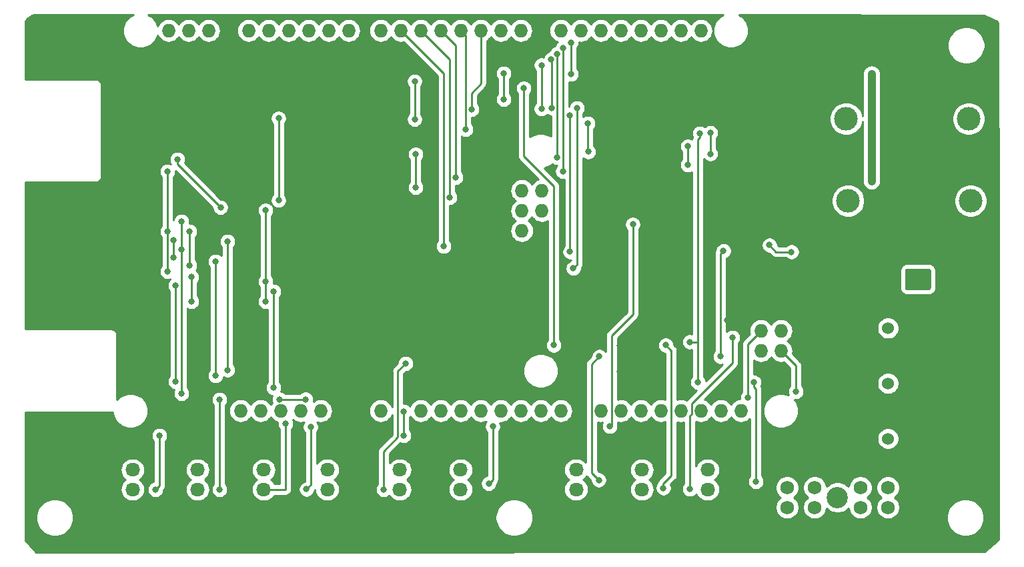
<source format=gbr>
G04 #@! TF.GenerationSoftware,KiCad,Pcbnew,(5.1.2)-2*
G04 #@! TF.CreationDate,2020-01-30T23:07:06-06:00*
G04 #@! TF.ProjectId,Igniter,49676e69-7465-4722-9e6b-696361645f70,rev?*
G04 #@! TF.SameCoordinates,Original*
G04 #@! TF.FileFunction,Copper,L2,Bot*
G04 #@! TF.FilePolarity,Positive*
%FSLAX46Y46*%
G04 Gerber Fmt 4.6, Leading zero omitted, Abs format (unit mm)*
G04 Created by KiCad (PCBNEW (5.1.2)-2) date 2020-01-30 23:07:06*
%MOMM*%
%LPD*%
G04 APERTURE LIST*
%ADD10C,2.700000*%
%ADD11C,1.750000*%
%ADD12C,3.000000*%
%ADD13O,1.727200X1.727200*%
%ADD14O,1.850000X1.700000*%
%ADD15C,0.100000*%
%ADD16C,1.700000*%
%ADD17O,3.300000X2.700000*%
%ADD18C,1.524000*%
%ADD19C,0.800000*%
%ADD20C,1.000000*%
%ADD21C,0.250000*%
%ADD22C,0.254000*%
G04 APERTURE END LIST*
D10*
X188926000Y-148082000D03*
D11*
X182526000Y-146832000D03*
X186026000Y-146832000D03*
X191826000Y-146832000D03*
X195326000Y-146832000D03*
X182526000Y-149332000D03*
X186026000Y-149332000D03*
X191826000Y-149332000D03*
X195326000Y-149332000D03*
D12*
X190012500Y-100012500D03*
X205562500Y-100012500D03*
X205812500Y-110413800D03*
X190262500Y-110413800D03*
D13*
X148861780Y-109148880D03*
X181754780Y-132008880D03*
X179214780Y-132008880D03*
X181754780Y-129468880D03*
X179214780Y-129468880D03*
X181754780Y-126928880D03*
X179214780Y-126928880D03*
X176674780Y-137088880D03*
X174134780Y-137088880D03*
X171594780Y-137088880D03*
X169054780Y-137088880D03*
X166514780Y-137088880D03*
X163974780Y-137088880D03*
X161434780Y-137088880D03*
X158894780Y-137088880D03*
X153814780Y-137088880D03*
X151274780Y-137088880D03*
X148734780Y-137088880D03*
X146194780Y-137088880D03*
X143654780Y-137088880D03*
X141114780Y-137088880D03*
X138574780Y-137088880D03*
X113174780Y-137088880D03*
X119270780Y-88828880D03*
X116730780Y-88828880D03*
X114190780Y-88828880D03*
X109110780Y-88828880D03*
X106570780Y-88828880D03*
X104030780Y-88828880D03*
X121810780Y-88828880D03*
X124350780Y-88828880D03*
X126890780Y-88828880D03*
X111650780Y-88828880D03*
X130954780Y-88828880D03*
X133494780Y-88828880D03*
X136034780Y-88828880D03*
X138574780Y-88828880D03*
X141114780Y-88828880D03*
X143654780Y-88828880D03*
X146194780Y-88828880D03*
X148734780Y-88828880D03*
X153814780Y-88828880D03*
X156354780Y-88828880D03*
X158894780Y-88828880D03*
X161434780Y-88828880D03*
X163974780Y-88828880D03*
X166514780Y-88828880D03*
X169054780Y-88828880D03*
X171594780Y-88828880D03*
X115714780Y-137088880D03*
X118254780Y-137088880D03*
X120794780Y-137088880D03*
X123334780Y-137088880D03*
X125874780Y-137088880D03*
X128414780Y-137088880D03*
X130954780Y-137088880D03*
X136034780Y-137088880D03*
X151401780Y-109148880D03*
X148861780Y-111688880D03*
X151401780Y-111688880D03*
X151401780Y-114228880D03*
X148861780Y-114228880D03*
D14*
X172435520Y-144562820D03*
X172435520Y-147062820D03*
D15*
G36*
X173135024Y-148714024D02*
G01*
X173159293Y-148717624D01*
X173183091Y-148723585D01*
X173206191Y-148731850D01*
X173228369Y-148742340D01*
X173249413Y-148754953D01*
X173269118Y-148769567D01*
X173287297Y-148786043D01*
X173303773Y-148804222D01*
X173318387Y-148823927D01*
X173331000Y-148844971D01*
X173341490Y-148867149D01*
X173349755Y-148890249D01*
X173355716Y-148914047D01*
X173359316Y-148938316D01*
X173360520Y-148962820D01*
X173360520Y-150162820D01*
X173359316Y-150187324D01*
X173355716Y-150211593D01*
X173349755Y-150235391D01*
X173341490Y-150258491D01*
X173331000Y-150280669D01*
X173318387Y-150301713D01*
X173303773Y-150321418D01*
X173287297Y-150339597D01*
X173269118Y-150356073D01*
X173249413Y-150370687D01*
X173228369Y-150383300D01*
X173206191Y-150393790D01*
X173183091Y-150402055D01*
X173159293Y-150408016D01*
X173135024Y-150411616D01*
X173110520Y-150412820D01*
X171760520Y-150412820D01*
X171736016Y-150411616D01*
X171711747Y-150408016D01*
X171687949Y-150402055D01*
X171664849Y-150393790D01*
X171642671Y-150383300D01*
X171621627Y-150370687D01*
X171601922Y-150356073D01*
X171583743Y-150339597D01*
X171567267Y-150321418D01*
X171552653Y-150301713D01*
X171540040Y-150280669D01*
X171529550Y-150258491D01*
X171521285Y-150235391D01*
X171515324Y-150211593D01*
X171511724Y-150187324D01*
X171510520Y-150162820D01*
X171510520Y-148962820D01*
X171511724Y-148938316D01*
X171515324Y-148914047D01*
X171521285Y-148890249D01*
X171529550Y-148867149D01*
X171540040Y-148844971D01*
X171552653Y-148823927D01*
X171567267Y-148804222D01*
X171583743Y-148786043D01*
X171601922Y-148769567D01*
X171621627Y-148754953D01*
X171642671Y-148742340D01*
X171664849Y-148731850D01*
X171687949Y-148723585D01*
X171711747Y-148717624D01*
X171736016Y-148714024D01*
X171760520Y-148712820D01*
X173110520Y-148712820D01*
X173135024Y-148714024D01*
X173135024Y-148714024D01*
G37*
D16*
X172435520Y-149562820D03*
D14*
X164094160Y-144562820D03*
X164094160Y-147062820D03*
D15*
G36*
X164793664Y-148714024D02*
G01*
X164817933Y-148717624D01*
X164841731Y-148723585D01*
X164864831Y-148731850D01*
X164887009Y-148742340D01*
X164908053Y-148754953D01*
X164927758Y-148769567D01*
X164945937Y-148786043D01*
X164962413Y-148804222D01*
X164977027Y-148823927D01*
X164989640Y-148844971D01*
X165000130Y-148867149D01*
X165008395Y-148890249D01*
X165014356Y-148914047D01*
X165017956Y-148938316D01*
X165019160Y-148962820D01*
X165019160Y-150162820D01*
X165017956Y-150187324D01*
X165014356Y-150211593D01*
X165008395Y-150235391D01*
X165000130Y-150258491D01*
X164989640Y-150280669D01*
X164977027Y-150301713D01*
X164962413Y-150321418D01*
X164945937Y-150339597D01*
X164927758Y-150356073D01*
X164908053Y-150370687D01*
X164887009Y-150383300D01*
X164864831Y-150393790D01*
X164841731Y-150402055D01*
X164817933Y-150408016D01*
X164793664Y-150411616D01*
X164769160Y-150412820D01*
X163419160Y-150412820D01*
X163394656Y-150411616D01*
X163370387Y-150408016D01*
X163346589Y-150402055D01*
X163323489Y-150393790D01*
X163301311Y-150383300D01*
X163280267Y-150370687D01*
X163260562Y-150356073D01*
X163242383Y-150339597D01*
X163225907Y-150321418D01*
X163211293Y-150301713D01*
X163198680Y-150280669D01*
X163188190Y-150258491D01*
X163179925Y-150235391D01*
X163173964Y-150211593D01*
X163170364Y-150187324D01*
X163169160Y-150162820D01*
X163169160Y-148962820D01*
X163170364Y-148938316D01*
X163173964Y-148914047D01*
X163179925Y-148890249D01*
X163188190Y-148867149D01*
X163198680Y-148844971D01*
X163211293Y-148823927D01*
X163225907Y-148804222D01*
X163242383Y-148786043D01*
X163260562Y-148769567D01*
X163280267Y-148754953D01*
X163301311Y-148742340D01*
X163323489Y-148731850D01*
X163346589Y-148723585D01*
X163370387Y-148717624D01*
X163394656Y-148714024D01*
X163419160Y-148712820D01*
X164769160Y-148712820D01*
X164793664Y-148714024D01*
X164793664Y-148714024D01*
G37*
D16*
X164094160Y-149562820D03*
D14*
X155752800Y-144562820D03*
X155752800Y-147062820D03*
D15*
G36*
X156452304Y-148714024D02*
G01*
X156476573Y-148717624D01*
X156500371Y-148723585D01*
X156523471Y-148731850D01*
X156545649Y-148742340D01*
X156566693Y-148754953D01*
X156586398Y-148769567D01*
X156604577Y-148786043D01*
X156621053Y-148804222D01*
X156635667Y-148823927D01*
X156648280Y-148844971D01*
X156658770Y-148867149D01*
X156667035Y-148890249D01*
X156672996Y-148914047D01*
X156676596Y-148938316D01*
X156677800Y-148962820D01*
X156677800Y-150162820D01*
X156676596Y-150187324D01*
X156672996Y-150211593D01*
X156667035Y-150235391D01*
X156658770Y-150258491D01*
X156648280Y-150280669D01*
X156635667Y-150301713D01*
X156621053Y-150321418D01*
X156604577Y-150339597D01*
X156586398Y-150356073D01*
X156566693Y-150370687D01*
X156545649Y-150383300D01*
X156523471Y-150393790D01*
X156500371Y-150402055D01*
X156476573Y-150408016D01*
X156452304Y-150411616D01*
X156427800Y-150412820D01*
X155077800Y-150412820D01*
X155053296Y-150411616D01*
X155029027Y-150408016D01*
X155005229Y-150402055D01*
X154982129Y-150393790D01*
X154959951Y-150383300D01*
X154938907Y-150370687D01*
X154919202Y-150356073D01*
X154901023Y-150339597D01*
X154884547Y-150321418D01*
X154869933Y-150301713D01*
X154857320Y-150280669D01*
X154846830Y-150258491D01*
X154838565Y-150235391D01*
X154832604Y-150211593D01*
X154829004Y-150187324D01*
X154827800Y-150162820D01*
X154827800Y-148962820D01*
X154829004Y-148938316D01*
X154832604Y-148914047D01*
X154838565Y-148890249D01*
X154846830Y-148867149D01*
X154857320Y-148844971D01*
X154869933Y-148823927D01*
X154884547Y-148804222D01*
X154901023Y-148786043D01*
X154919202Y-148769567D01*
X154938907Y-148754953D01*
X154959951Y-148742340D01*
X154982129Y-148731850D01*
X155005229Y-148723585D01*
X155029027Y-148717624D01*
X155053296Y-148714024D01*
X155077800Y-148712820D01*
X156427800Y-148712820D01*
X156452304Y-148714024D01*
X156452304Y-148714024D01*
G37*
D16*
X155752800Y-149562820D03*
D14*
X141091920Y-144562820D03*
X141091920Y-147062820D03*
D15*
G36*
X141791424Y-148714024D02*
G01*
X141815693Y-148717624D01*
X141839491Y-148723585D01*
X141862591Y-148731850D01*
X141884769Y-148742340D01*
X141905813Y-148754953D01*
X141925518Y-148769567D01*
X141943697Y-148786043D01*
X141960173Y-148804222D01*
X141974787Y-148823927D01*
X141987400Y-148844971D01*
X141997890Y-148867149D01*
X142006155Y-148890249D01*
X142012116Y-148914047D01*
X142015716Y-148938316D01*
X142016920Y-148962820D01*
X142016920Y-150162820D01*
X142015716Y-150187324D01*
X142012116Y-150211593D01*
X142006155Y-150235391D01*
X141997890Y-150258491D01*
X141987400Y-150280669D01*
X141974787Y-150301713D01*
X141960173Y-150321418D01*
X141943697Y-150339597D01*
X141925518Y-150356073D01*
X141905813Y-150370687D01*
X141884769Y-150383300D01*
X141862591Y-150393790D01*
X141839491Y-150402055D01*
X141815693Y-150408016D01*
X141791424Y-150411616D01*
X141766920Y-150412820D01*
X140416920Y-150412820D01*
X140392416Y-150411616D01*
X140368147Y-150408016D01*
X140344349Y-150402055D01*
X140321249Y-150393790D01*
X140299071Y-150383300D01*
X140278027Y-150370687D01*
X140258322Y-150356073D01*
X140240143Y-150339597D01*
X140223667Y-150321418D01*
X140209053Y-150301713D01*
X140196440Y-150280669D01*
X140185950Y-150258491D01*
X140177685Y-150235391D01*
X140171724Y-150211593D01*
X140168124Y-150187324D01*
X140166920Y-150162820D01*
X140166920Y-148962820D01*
X140168124Y-148938316D01*
X140171724Y-148914047D01*
X140177685Y-148890249D01*
X140185950Y-148867149D01*
X140196440Y-148844971D01*
X140209053Y-148823927D01*
X140223667Y-148804222D01*
X140240143Y-148786043D01*
X140258322Y-148769567D01*
X140278027Y-148754953D01*
X140299071Y-148742340D01*
X140321249Y-148731850D01*
X140344349Y-148723585D01*
X140368147Y-148717624D01*
X140392416Y-148714024D01*
X140416920Y-148712820D01*
X141766920Y-148712820D01*
X141791424Y-148714024D01*
X141791424Y-148714024D01*
G37*
D16*
X141091920Y-149562820D03*
D14*
X133357620Y-144562820D03*
X133357620Y-147062820D03*
D15*
G36*
X134057124Y-148714024D02*
G01*
X134081393Y-148717624D01*
X134105191Y-148723585D01*
X134128291Y-148731850D01*
X134150469Y-148742340D01*
X134171513Y-148754953D01*
X134191218Y-148769567D01*
X134209397Y-148786043D01*
X134225873Y-148804222D01*
X134240487Y-148823927D01*
X134253100Y-148844971D01*
X134263590Y-148867149D01*
X134271855Y-148890249D01*
X134277816Y-148914047D01*
X134281416Y-148938316D01*
X134282620Y-148962820D01*
X134282620Y-150162820D01*
X134281416Y-150187324D01*
X134277816Y-150211593D01*
X134271855Y-150235391D01*
X134263590Y-150258491D01*
X134253100Y-150280669D01*
X134240487Y-150301713D01*
X134225873Y-150321418D01*
X134209397Y-150339597D01*
X134191218Y-150356073D01*
X134171513Y-150370687D01*
X134150469Y-150383300D01*
X134128291Y-150393790D01*
X134105191Y-150402055D01*
X134081393Y-150408016D01*
X134057124Y-150411616D01*
X134032620Y-150412820D01*
X132682620Y-150412820D01*
X132658116Y-150411616D01*
X132633847Y-150408016D01*
X132610049Y-150402055D01*
X132586949Y-150393790D01*
X132564771Y-150383300D01*
X132543727Y-150370687D01*
X132524022Y-150356073D01*
X132505843Y-150339597D01*
X132489367Y-150321418D01*
X132474753Y-150301713D01*
X132462140Y-150280669D01*
X132451650Y-150258491D01*
X132443385Y-150235391D01*
X132437424Y-150211593D01*
X132433824Y-150187324D01*
X132432620Y-150162820D01*
X132432620Y-148962820D01*
X132433824Y-148938316D01*
X132437424Y-148914047D01*
X132443385Y-148890249D01*
X132451650Y-148867149D01*
X132462140Y-148844971D01*
X132474753Y-148823927D01*
X132489367Y-148804222D01*
X132505843Y-148786043D01*
X132524022Y-148769567D01*
X132543727Y-148754953D01*
X132564771Y-148742340D01*
X132586949Y-148731850D01*
X132610049Y-148723585D01*
X132633847Y-148717624D01*
X132658116Y-148714024D01*
X132682620Y-148712820D01*
X134032620Y-148712820D01*
X134057124Y-148714024D01*
X134057124Y-148714024D01*
G37*
D16*
X133357620Y-149562820D03*
D15*
G36*
X100163364Y-148714024D02*
G01*
X100187633Y-148717624D01*
X100211431Y-148723585D01*
X100234531Y-148731850D01*
X100256709Y-148742340D01*
X100277753Y-148754953D01*
X100297458Y-148769567D01*
X100315637Y-148786043D01*
X100332113Y-148804222D01*
X100346727Y-148823927D01*
X100359340Y-148844971D01*
X100369830Y-148867149D01*
X100378095Y-148890249D01*
X100384056Y-148914047D01*
X100387656Y-148938316D01*
X100388860Y-148962820D01*
X100388860Y-150162820D01*
X100387656Y-150187324D01*
X100384056Y-150211593D01*
X100378095Y-150235391D01*
X100369830Y-150258491D01*
X100359340Y-150280669D01*
X100346727Y-150301713D01*
X100332113Y-150321418D01*
X100315637Y-150339597D01*
X100297458Y-150356073D01*
X100277753Y-150370687D01*
X100256709Y-150383300D01*
X100234531Y-150393790D01*
X100211431Y-150402055D01*
X100187633Y-150408016D01*
X100163364Y-150411616D01*
X100138860Y-150412820D01*
X98788860Y-150412820D01*
X98764356Y-150411616D01*
X98740087Y-150408016D01*
X98716289Y-150402055D01*
X98693189Y-150393790D01*
X98671011Y-150383300D01*
X98649967Y-150370687D01*
X98630262Y-150356073D01*
X98612083Y-150339597D01*
X98595607Y-150321418D01*
X98580993Y-150301713D01*
X98568380Y-150280669D01*
X98557890Y-150258491D01*
X98549625Y-150235391D01*
X98543664Y-150211593D01*
X98540064Y-150187324D01*
X98538860Y-150162820D01*
X98538860Y-148962820D01*
X98540064Y-148938316D01*
X98543664Y-148914047D01*
X98549625Y-148890249D01*
X98557890Y-148867149D01*
X98568380Y-148844971D01*
X98580993Y-148823927D01*
X98595607Y-148804222D01*
X98612083Y-148786043D01*
X98630262Y-148769567D01*
X98649967Y-148754953D01*
X98671011Y-148742340D01*
X98693189Y-148731850D01*
X98716289Y-148723585D01*
X98740087Y-148717624D01*
X98764356Y-148714024D01*
X98788860Y-148712820D01*
X100138860Y-148712820D01*
X100163364Y-148714024D01*
X100163364Y-148714024D01*
G37*
D16*
X99463860Y-149562820D03*
D14*
X99463860Y-147062820D03*
X99463860Y-144562820D03*
D15*
G36*
X108397197Y-148714024D02*
G01*
X108421466Y-148717624D01*
X108445264Y-148723585D01*
X108468364Y-148731850D01*
X108490542Y-148742340D01*
X108511586Y-148754953D01*
X108531291Y-148769567D01*
X108549470Y-148786043D01*
X108565946Y-148804222D01*
X108580560Y-148823927D01*
X108593173Y-148844971D01*
X108603663Y-148867149D01*
X108611928Y-148890249D01*
X108617889Y-148914047D01*
X108621489Y-148938316D01*
X108622693Y-148962820D01*
X108622693Y-150162820D01*
X108621489Y-150187324D01*
X108617889Y-150211593D01*
X108611928Y-150235391D01*
X108603663Y-150258491D01*
X108593173Y-150280669D01*
X108580560Y-150301713D01*
X108565946Y-150321418D01*
X108549470Y-150339597D01*
X108531291Y-150356073D01*
X108511586Y-150370687D01*
X108490542Y-150383300D01*
X108468364Y-150393790D01*
X108445264Y-150402055D01*
X108421466Y-150408016D01*
X108397197Y-150411616D01*
X108372693Y-150412820D01*
X107022693Y-150412820D01*
X106998189Y-150411616D01*
X106973920Y-150408016D01*
X106950122Y-150402055D01*
X106927022Y-150393790D01*
X106904844Y-150383300D01*
X106883800Y-150370687D01*
X106864095Y-150356073D01*
X106845916Y-150339597D01*
X106829440Y-150321418D01*
X106814826Y-150301713D01*
X106802213Y-150280669D01*
X106791723Y-150258491D01*
X106783458Y-150235391D01*
X106777497Y-150211593D01*
X106773897Y-150187324D01*
X106772693Y-150162820D01*
X106772693Y-148962820D01*
X106773897Y-148938316D01*
X106777497Y-148914047D01*
X106783458Y-148890249D01*
X106791723Y-148867149D01*
X106802213Y-148844971D01*
X106814826Y-148823927D01*
X106829440Y-148804222D01*
X106845916Y-148786043D01*
X106864095Y-148769567D01*
X106883800Y-148754953D01*
X106904844Y-148742340D01*
X106927022Y-148731850D01*
X106950122Y-148723585D01*
X106973920Y-148717624D01*
X106998189Y-148714024D01*
X107022693Y-148712820D01*
X108372693Y-148712820D01*
X108397197Y-148714024D01*
X108397197Y-148714024D01*
G37*
D16*
X107697693Y-149562820D03*
D14*
X107697693Y-147062820D03*
X107697693Y-144562820D03*
X116093000Y-144562820D03*
X116093000Y-147062820D03*
D15*
G36*
X116792504Y-148714024D02*
G01*
X116816773Y-148717624D01*
X116840571Y-148723585D01*
X116863671Y-148731850D01*
X116885849Y-148742340D01*
X116906893Y-148754953D01*
X116926598Y-148769567D01*
X116944777Y-148786043D01*
X116961253Y-148804222D01*
X116975867Y-148823927D01*
X116988480Y-148844971D01*
X116998970Y-148867149D01*
X117007235Y-148890249D01*
X117013196Y-148914047D01*
X117016796Y-148938316D01*
X117018000Y-148962820D01*
X117018000Y-150162820D01*
X117016796Y-150187324D01*
X117013196Y-150211593D01*
X117007235Y-150235391D01*
X116998970Y-150258491D01*
X116988480Y-150280669D01*
X116975867Y-150301713D01*
X116961253Y-150321418D01*
X116944777Y-150339597D01*
X116926598Y-150356073D01*
X116906893Y-150370687D01*
X116885849Y-150383300D01*
X116863671Y-150393790D01*
X116840571Y-150402055D01*
X116816773Y-150408016D01*
X116792504Y-150411616D01*
X116768000Y-150412820D01*
X115418000Y-150412820D01*
X115393496Y-150411616D01*
X115369227Y-150408016D01*
X115345429Y-150402055D01*
X115322329Y-150393790D01*
X115300151Y-150383300D01*
X115279107Y-150370687D01*
X115259402Y-150356073D01*
X115241223Y-150339597D01*
X115224747Y-150321418D01*
X115210133Y-150301713D01*
X115197520Y-150280669D01*
X115187030Y-150258491D01*
X115178765Y-150235391D01*
X115172804Y-150211593D01*
X115169204Y-150187324D01*
X115168000Y-150162820D01*
X115168000Y-148962820D01*
X115169204Y-148938316D01*
X115172804Y-148914047D01*
X115178765Y-148890249D01*
X115187030Y-148867149D01*
X115197520Y-148844971D01*
X115210133Y-148823927D01*
X115224747Y-148804222D01*
X115241223Y-148786043D01*
X115259402Y-148769567D01*
X115279107Y-148754953D01*
X115300151Y-148742340D01*
X115322329Y-148731850D01*
X115345429Y-148723585D01*
X115369227Y-148717624D01*
X115393496Y-148714024D01*
X115418000Y-148712820D01*
X116768000Y-148712820D01*
X116792504Y-148714024D01*
X116792504Y-148714024D01*
G37*
D16*
X116093000Y-149562820D03*
D14*
X124165360Y-144562820D03*
X124165360Y-147062820D03*
D15*
G36*
X124864864Y-148714024D02*
G01*
X124889133Y-148717624D01*
X124912931Y-148723585D01*
X124936031Y-148731850D01*
X124958209Y-148742340D01*
X124979253Y-148754953D01*
X124998958Y-148769567D01*
X125017137Y-148786043D01*
X125033613Y-148804222D01*
X125048227Y-148823927D01*
X125060840Y-148844971D01*
X125071330Y-148867149D01*
X125079595Y-148890249D01*
X125085556Y-148914047D01*
X125089156Y-148938316D01*
X125090360Y-148962820D01*
X125090360Y-150162820D01*
X125089156Y-150187324D01*
X125085556Y-150211593D01*
X125079595Y-150235391D01*
X125071330Y-150258491D01*
X125060840Y-150280669D01*
X125048227Y-150301713D01*
X125033613Y-150321418D01*
X125017137Y-150339597D01*
X124998958Y-150356073D01*
X124979253Y-150370687D01*
X124958209Y-150383300D01*
X124936031Y-150393790D01*
X124912931Y-150402055D01*
X124889133Y-150408016D01*
X124864864Y-150411616D01*
X124840360Y-150412820D01*
X123490360Y-150412820D01*
X123465856Y-150411616D01*
X123441587Y-150408016D01*
X123417789Y-150402055D01*
X123394689Y-150393790D01*
X123372511Y-150383300D01*
X123351467Y-150370687D01*
X123331762Y-150356073D01*
X123313583Y-150339597D01*
X123297107Y-150321418D01*
X123282493Y-150301713D01*
X123269880Y-150280669D01*
X123259390Y-150258491D01*
X123251125Y-150235391D01*
X123245164Y-150211593D01*
X123241564Y-150187324D01*
X123240360Y-150162820D01*
X123240360Y-148962820D01*
X123241564Y-148938316D01*
X123245164Y-148914047D01*
X123251125Y-148890249D01*
X123259390Y-148867149D01*
X123269880Y-148844971D01*
X123282493Y-148823927D01*
X123297107Y-148804222D01*
X123313583Y-148786043D01*
X123331762Y-148769567D01*
X123351467Y-148754953D01*
X123372511Y-148742340D01*
X123394689Y-148731850D01*
X123417789Y-148723585D01*
X123441587Y-148717624D01*
X123465856Y-148714024D01*
X123490360Y-148712820D01*
X124840360Y-148712820D01*
X124864864Y-148714024D01*
X124864864Y-148714024D01*
G37*
D16*
X124165360Y-149562820D03*
D15*
G36*
X200560503Y-119047204D02*
G01*
X200584772Y-119050804D01*
X200608570Y-119056765D01*
X200631670Y-119065030D01*
X200653849Y-119075520D01*
X200674892Y-119088133D01*
X200694598Y-119102748D01*
X200712776Y-119119224D01*
X200729252Y-119137402D01*
X200743867Y-119157108D01*
X200756480Y-119178151D01*
X200766970Y-119200330D01*
X200775235Y-119223430D01*
X200781196Y-119247228D01*
X200784796Y-119271497D01*
X200786000Y-119296001D01*
X200786000Y-121495999D01*
X200784796Y-121520503D01*
X200781196Y-121544772D01*
X200775235Y-121568570D01*
X200766970Y-121591670D01*
X200756480Y-121613849D01*
X200743867Y-121634892D01*
X200729252Y-121654598D01*
X200712776Y-121672776D01*
X200694598Y-121689252D01*
X200674892Y-121703867D01*
X200653849Y-121716480D01*
X200631670Y-121726970D01*
X200608570Y-121735235D01*
X200584772Y-121741196D01*
X200560503Y-121744796D01*
X200535999Y-121746000D01*
X197736001Y-121746000D01*
X197711497Y-121744796D01*
X197687228Y-121741196D01*
X197663430Y-121735235D01*
X197640330Y-121726970D01*
X197618151Y-121716480D01*
X197597108Y-121703867D01*
X197577402Y-121689252D01*
X197559224Y-121672776D01*
X197542748Y-121654598D01*
X197528133Y-121634892D01*
X197515520Y-121613849D01*
X197505030Y-121591670D01*
X197496765Y-121568570D01*
X197490804Y-121544772D01*
X197487204Y-121520503D01*
X197486000Y-121495999D01*
X197486000Y-119296001D01*
X197487204Y-119271497D01*
X197490804Y-119247228D01*
X197496765Y-119223430D01*
X197505030Y-119200330D01*
X197515520Y-119178151D01*
X197528133Y-119157108D01*
X197542748Y-119137402D01*
X197559224Y-119119224D01*
X197577402Y-119102748D01*
X197597108Y-119088133D01*
X197618151Y-119075520D01*
X197640330Y-119065030D01*
X197663430Y-119056765D01*
X197687228Y-119050804D01*
X197711497Y-119047204D01*
X197736001Y-119046000D01*
X200535999Y-119046000D01*
X200560503Y-119047204D01*
X200560503Y-119047204D01*
G37*
D10*
X199136000Y-120396000D03*
D17*
X204636000Y-120396000D03*
D18*
X195326000Y-140614000D03*
X195326000Y-133604000D03*
X195326000Y-126594000D03*
D19*
X174498000Y-101854000D03*
X175768000Y-101854000D03*
X177038000Y-101854000D03*
X178308000Y-101854000D03*
X179578000Y-101854000D03*
X180848000Y-101854000D03*
X159004000Y-101600000D03*
X160274000Y-101600000D03*
X161544000Y-101600000D03*
X162814000Y-101600000D03*
X164084000Y-101600000D03*
X165354000Y-101600000D03*
X174879000Y-125603000D03*
X176022000Y-125603000D03*
X177165000Y-125603000D03*
X172466000Y-113284000D03*
X173863000Y-113284000D03*
X175260000Y-113284000D03*
X176657000Y-113284000D03*
X154305000Y-128778000D03*
X155705000Y-128778000D03*
X157105000Y-128778000D03*
X158505000Y-128778000D03*
X161305000Y-128778000D03*
X162705000Y-128778000D03*
X164105000Y-128778000D03*
X165505000Y-128778000D03*
X161290000Y-132080000D03*
X175450500Y-91948000D03*
X179133500Y-88265000D03*
X178054000Y-115570000D03*
X176784000Y-115570000D03*
X175514000Y-115570000D03*
X162687000Y-132080000D03*
X164084000Y-132080000D03*
X165481000Y-132080000D03*
X193255900Y-94322900D03*
X193255900Y-107962700D03*
X171450000Y-101854000D03*
X171196000Y-133444990D03*
X178308000Y-133444990D03*
X178562000Y-146050000D03*
X146558000Y-94234000D03*
X146558000Y-97536000D03*
X157226000Y-100584000D03*
X157289500Y-104189700D03*
X172783500Y-104457500D03*
X172783500Y-101790500D03*
X180276500Y-116051500D03*
X183070500Y-116903500D03*
X170180000Y-128333500D03*
X169926000Y-105854500D03*
X169926000Y-103505000D03*
X105664000Y-113030000D03*
X105664000Y-116586000D03*
X105664000Y-134874000D03*
X117983000Y-99949000D03*
X117983000Y-110363000D03*
X106680000Y-118618000D03*
X106680000Y-114300000D03*
X104648000Y-115400000D03*
X104648000Y-117602000D03*
X103886000Y-114300000D03*
X103886000Y-119380000D03*
X103886000Y-106680000D03*
X154978100Y-116890800D03*
X154978100Y-99593400D03*
X151345900Y-98742500D03*
X151345900Y-93199417D03*
X138938000Y-116205000D03*
X155092400Y-94361000D03*
X155105100Y-90322400D03*
X142494000Y-98806000D03*
X154063700Y-106680000D03*
X154063700Y-91047400D03*
X141732000Y-101346000D03*
X153338700Y-104914700D03*
X153338700Y-91772400D03*
X140462000Y-107442000D03*
X155384500Y-118986300D03*
X155854400Y-98653600D03*
X152613700Y-98628200D03*
X152591915Y-92474417D03*
X139700000Y-109982000D03*
X135255000Y-100076000D03*
X135255000Y-95250000D03*
X135382000Y-108712000D03*
X135382000Y-104521000D03*
X104902000Y-121158000D03*
X104902000Y-133350000D03*
X183642000Y-134620000D03*
X131318000Y-147066000D03*
X134112000Y-131064000D03*
X152908000Y-128743880D03*
X149098000Y-96139000D03*
X144653000Y-146304000D03*
X145161000Y-139065000D03*
X160020000Y-139065000D03*
X162941000Y-113411000D03*
X158623000Y-145859500D03*
X158686500Y-130193880D03*
X174053500Y-130193880D03*
X174434500Y-116776500D03*
X166814500Y-146875500D03*
X167132000Y-128743880D03*
X170180000Y-147002500D03*
X175577500Y-127762000D03*
X133858000Y-137160000D03*
X133858000Y-140208000D03*
X102870000Y-140208000D03*
X102362000Y-147066000D03*
X110490000Y-147066000D03*
X110490000Y-135636000D03*
X118109651Y-135632491D03*
X121408491Y-135632491D03*
X118872000Y-138684000D03*
X121533920Y-147043140D03*
X122047000Y-139123420D03*
X111506000Y-115570000D03*
X111506000Y-131900000D03*
X109982000Y-118110000D03*
X109982000Y-132625000D03*
X117348000Y-121920000D03*
X117348000Y-134149000D03*
X177546000Y-135382000D03*
X116332000Y-120650000D03*
X116332000Y-123190000D03*
X106934000Y-123190000D03*
X106934000Y-120105000D03*
X105156000Y-105156000D03*
X110617000Y-111252000D03*
X116332000Y-111633000D03*
D20*
X193255900Y-94322900D02*
X193255900Y-107962700D01*
D21*
X171450000Y-102419685D02*
X171196000Y-102673685D01*
X171450000Y-101854000D02*
X171450000Y-102419685D01*
X178308000Y-134010675D02*
X178308000Y-133444990D01*
X178562000Y-134264675D02*
X178308000Y-134010675D01*
X178562000Y-146050000D02*
X178562000Y-134264675D01*
X146558000Y-94234000D02*
X146558000Y-97536000D01*
X157226000Y-100584000D02*
X157226000Y-104126200D01*
X157226000Y-104126200D02*
X157289500Y-104189700D01*
X172783500Y-104457500D02*
X172783500Y-101790500D01*
X180276500Y-116051500D02*
X181128500Y-116903500D01*
X181128500Y-116903500D02*
X183070500Y-116903500D01*
X171132500Y-128333500D02*
X171196000Y-128397000D01*
X170180000Y-128333500D02*
X171132500Y-128333500D01*
X171196000Y-102673685D02*
X171196000Y-128397000D01*
X171196000Y-128397000D02*
X171196000Y-133444990D01*
X169926000Y-105854500D02*
X169926000Y-103505000D01*
X105664000Y-113030000D02*
X105664000Y-116586000D01*
X105664000Y-116586000D02*
X105664000Y-134874000D01*
X117983000Y-99949000D02*
X117983000Y-110363000D01*
X106680000Y-118618000D02*
X106680000Y-114300000D01*
X104648000Y-115400000D02*
X104648000Y-117602000D01*
X103886000Y-114300000D02*
X103886000Y-119380000D01*
X103886000Y-106680000D02*
X103886000Y-114300000D01*
X154978100Y-116890800D02*
X154978100Y-99593400D01*
X151345900Y-98742500D02*
X151345900Y-93199417D01*
X138938000Y-94272100D02*
X133494780Y-88828880D01*
X138938000Y-116205000D02*
X138938000Y-94272100D01*
X155092400Y-94361000D02*
X155092400Y-90335100D01*
X143637000Y-95504000D02*
X143654780Y-88828880D01*
X142494000Y-98806000D02*
X142494000Y-96774000D01*
X142494000Y-96774000D02*
X143637000Y-95504000D01*
X154063700Y-106680000D02*
X154063700Y-91047400D01*
X141732000Y-89446100D02*
X141114780Y-88828880D01*
X141732000Y-101346000D02*
X141732000Y-89446100D01*
X153338700Y-104914700D02*
X153338700Y-91772400D01*
X140462000Y-90716100D02*
X138574780Y-88828880D01*
X140462000Y-107442000D02*
X140462000Y-90716100D01*
X155384500Y-118986300D02*
X155854400Y-118516400D01*
X155854400Y-118516400D02*
X155854400Y-98653600D01*
X152613700Y-98628200D02*
X152613700Y-92496202D01*
X152613700Y-92496202D02*
X152591915Y-92474417D01*
X139700000Y-92494100D02*
X136034780Y-88828880D01*
X139700000Y-109982000D02*
X139700000Y-92494100D01*
X135255000Y-100076000D02*
X135255000Y-95250000D01*
X135382000Y-108712000D02*
X135382000Y-104521000D01*
X104902000Y-121158000D02*
X104902000Y-133350000D01*
X183642000Y-131356100D02*
X181754780Y-129468880D01*
X183642000Y-134620000D02*
X183642000Y-131356100D01*
X131318000Y-147066000D02*
X131318000Y-142240000D01*
X133132999Y-132043001D02*
X134112000Y-131064000D01*
X131318000Y-142240000D02*
X133132999Y-140425001D01*
X133132999Y-140425001D02*
X133132999Y-132043001D01*
X149098000Y-104741102D02*
X149098000Y-102108000D01*
X152908000Y-128743880D02*
X152908000Y-108551102D01*
X152908000Y-108551102D02*
X149098000Y-104741102D01*
X149098000Y-102108000D02*
X149098000Y-96139000D01*
X144653000Y-146304000D02*
X145161000Y-145796000D01*
X145161000Y-145796000D02*
X145161000Y-139065000D01*
X160246179Y-138838821D02*
X160246179Y-127535821D01*
X160020000Y-139065000D02*
X160246179Y-138838821D01*
X160246179Y-127535821D02*
X162941000Y-124841000D01*
X162941000Y-124841000D02*
X162941000Y-113411000D01*
X157706179Y-131174201D02*
X158686500Y-130193880D01*
X158623000Y-145859500D02*
X157706179Y-144942679D01*
X157706179Y-144942679D02*
X157706179Y-131174201D01*
X174053500Y-130193880D02*
X174053500Y-117157500D01*
X174053500Y-117157500D02*
X174434500Y-116776500D01*
X166814500Y-146309815D02*
X167830500Y-145293815D01*
X166814500Y-146875500D02*
X166814500Y-146309815D01*
X167830500Y-145293815D02*
X167830500Y-129442380D01*
X167830500Y-129442380D02*
X167132000Y-128743880D01*
X175577500Y-127762000D02*
X175577500Y-131000500D01*
X175577500Y-131000500D02*
X170406179Y-136171821D01*
X170406179Y-136171821D02*
X170406179Y-137496611D01*
X170406179Y-137496611D02*
X170180000Y-137722790D01*
X170180000Y-137722790D02*
X170180000Y-147002500D01*
X133858000Y-137160000D02*
X133858000Y-140208000D01*
X102870000Y-140208000D02*
X102870000Y-146558000D01*
X102870000Y-146558000D02*
X102362000Y-147066000D01*
X110490000Y-147066000D02*
X110490000Y-135636000D01*
X118109651Y-135632491D02*
X121408491Y-135632491D01*
X115931526Y-147062820D02*
X118868820Y-147062820D01*
X118868820Y-147062820D02*
X118872000Y-147066000D01*
X118868820Y-147062820D02*
X118868820Y-138687180D01*
X118868820Y-138687180D02*
X118872000Y-138684000D01*
X121533920Y-147043140D02*
X122047000Y-146530060D01*
X122047000Y-146530060D02*
X122047000Y-139123420D01*
X111506000Y-115570000D02*
X111506000Y-131900000D01*
X109982000Y-118110000D02*
X109982000Y-132625000D01*
X117348000Y-121920000D02*
X117348000Y-134149000D01*
X177546000Y-128597660D02*
X179214780Y-126928880D01*
X177546000Y-135382000D02*
X177546000Y-128597660D01*
X116332000Y-120650000D02*
X116332000Y-123190000D01*
X106934000Y-123190000D02*
X106934000Y-120105000D01*
X105156000Y-105156000D02*
X105156000Y-105791000D01*
X105156000Y-105791000D02*
X110617000Y-111252000D01*
X116332000Y-112198685D02*
X116332000Y-120650000D01*
X116332000Y-111633000D02*
X116332000Y-112198685D01*
D22*
G36*
X174382368Y-86833231D02*
G01*
X174346111Y-86848249D01*
X173980051Y-87092842D01*
X173668742Y-87404151D01*
X173424149Y-87770211D01*
X173255670Y-88176955D01*
X173169780Y-88608752D01*
X173169780Y-89049008D01*
X173255670Y-89480805D01*
X173424149Y-89887549D01*
X173668742Y-90253609D01*
X173980051Y-90564918D01*
X174346111Y-90809511D01*
X174752855Y-90977990D01*
X175184652Y-91063880D01*
X175624908Y-91063880D01*
X176056705Y-90977990D01*
X176463449Y-90809511D01*
X176829509Y-90564918D01*
X176923389Y-90471038D01*
X202877480Y-90471038D01*
X202877480Y-90940842D01*
X202969134Y-91401619D01*
X203148920Y-91835661D01*
X203409930Y-92226289D01*
X203742131Y-92558490D01*
X204132759Y-92819500D01*
X204566801Y-92999286D01*
X205027578Y-93090940D01*
X205497382Y-93090940D01*
X205958159Y-92999286D01*
X206392201Y-92819500D01*
X206782829Y-92558490D01*
X207115030Y-92226289D01*
X207376040Y-91835661D01*
X207555826Y-91401619D01*
X207647480Y-90940842D01*
X207647480Y-90471038D01*
X207555826Y-90010261D01*
X207376040Y-89576219D01*
X207115030Y-89185591D01*
X206782829Y-88853390D01*
X206392201Y-88592380D01*
X205958159Y-88412594D01*
X205497382Y-88320940D01*
X205027578Y-88320940D01*
X204566801Y-88412594D01*
X204132759Y-88592380D01*
X203742131Y-88853390D01*
X203409930Y-89185591D01*
X203148920Y-89576219D01*
X202969134Y-90010261D01*
X202877480Y-90471038D01*
X176923389Y-90471038D01*
X177140818Y-90253609D01*
X177385411Y-89887549D01*
X177553890Y-89480805D01*
X177639780Y-89049008D01*
X177639780Y-88608752D01*
X177553890Y-88176955D01*
X177385411Y-87770211D01*
X177140818Y-87404151D01*
X176829509Y-87092842D01*
X176463449Y-86848249D01*
X176432385Y-86835382D01*
X207489763Y-86867971D01*
X209235625Y-87682706D01*
X209296481Y-87879232D01*
X209347200Y-114151941D01*
X209347201Y-153423700D01*
X207597567Y-154940050D01*
X87212685Y-155066904D01*
X87177942Y-155063501D01*
X85852000Y-153496479D01*
X85852000Y-150389638D01*
X87210960Y-150389638D01*
X87210960Y-150859442D01*
X87302614Y-151320219D01*
X87482400Y-151754261D01*
X87743410Y-152144889D01*
X88075611Y-152477090D01*
X88466239Y-152738100D01*
X88900281Y-152917886D01*
X89361058Y-153009540D01*
X89830862Y-153009540D01*
X90291639Y-152917886D01*
X90725681Y-152738100D01*
X91116309Y-152477090D01*
X91448510Y-152144889D01*
X91709520Y-151754261D01*
X91889306Y-151320219D01*
X91980960Y-150859442D01*
X91980960Y-150389638D01*
X145488720Y-150389638D01*
X145488720Y-150859442D01*
X145580374Y-151320219D01*
X145760160Y-151754261D01*
X146021170Y-152144889D01*
X146353371Y-152477090D01*
X146743999Y-152738100D01*
X147178041Y-152917886D01*
X147638818Y-153009540D01*
X148108622Y-153009540D01*
X148569399Y-152917886D01*
X149003441Y-152738100D01*
X149394069Y-152477090D01*
X149726270Y-152144889D01*
X149987280Y-151754261D01*
X150167066Y-151320219D01*
X150258720Y-150859442D01*
X150258720Y-150389638D01*
X150167066Y-149928861D01*
X149987280Y-149494819D01*
X149726270Y-149104191D01*
X149394069Y-148771990D01*
X149003441Y-148510980D01*
X148569399Y-148331194D01*
X148108622Y-148239540D01*
X147638818Y-148239540D01*
X147178041Y-148331194D01*
X146743999Y-148510980D01*
X146353371Y-148771990D01*
X146021170Y-149104191D01*
X145760160Y-149494819D01*
X145580374Y-149928861D01*
X145488720Y-150389638D01*
X91980960Y-150389638D01*
X91889306Y-149928861D01*
X91709520Y-149494819D01*
X91448510Y-149104191D01*
X91116309Y-148771990D01*
X90725681Y-148510980D01*
X90291639Y-148331194D01*
X89830862Y-148239540D01*
X89361058Y-148239540D01*
X88900281Y-148331194D01*
X88466239Y-148510980D01*
X88075611Y-148771990D01*
X87743410Y-149104191D01*
X87482400Y-149494819D01*
X87302614Y-149928861D01*
X87210960Y-150389638D01*
X85852000Y-150389638D01*
X85852000Y-144562820D01*
X97896675Y-144562820D01*
X97925347Y-144853931D01*
X98010261Y-145133854D01*
X98148154Y-145391834D01*
X98333726Y-145617954D01*
X98559846Y-145803526D01*
X98577234Y-145812820D01*
X98559846Y-145822114D01*
X98333726Y-146007686D01*
X98148154Y-146233806D01*
X98010261Y-146491786D01*
X97925347Y-146771709D01*
X97896675Y-147062820D01*
X97925347Y-147353931D01*
X98010261Y-147633854D01*
X98148154Y-147891834D01*
X98333726Y-148117954D01*
X98559846Y-148303526D01*
X98817826Y-148441419D01*
X99097749Y-148526333D01*
X99315910Y-148547820D01*
X99611810Y-148547820D01*
X99829971Y-148526333D01*
X100109894Y-148441419D01*
X100367874Y-148303526D01*
X100593994Y-148117954D01*
X100779566Y-147891834D01*
X100917459Y-147633854D01*
X101002373Y-147353931D01*
X101031045Y-147062820D01*
X101021319Y-146964061D01*
X101327000Y-146964061D01*
X101327000Y-147167939D01*
X101366774Y-147367898D01*
X101444795Y-147556256D01*
X101558063Y-147725774D01*
X101702226Y-147869937D01*
X101871744Y-147983205D01*
X102060102Y-148061226D01*
X102260061Y-148101000D01*
X102463939Y-148101000D01*
X102663898Y-148061226D01*
X102852256Y-147983205D01*
X103021774Y-147869937D01*
X103165937Y-147725774D01*
X103279205Y-147556256D01*
X103357226Y-147367898D01*
X103397000Y-147167939D01*
X103397000Y-147108671D01*
X103410001Y-147098001D01*
X103504974Y-146982276D01*
X103575546Y-146850247D01*
X103619003Y-146706986D01*
X103630000Y-146595333D01*
X103630000Y-146595324D01*
X103633676Y-146558001D01*
X103630000Y-146520678D01*
X103630000Y-144562820D01*
X106130508Y-144562820D01*
X106159180Y-144853931D01*
X106244094Y-145133854D01*
X106381987Y-145391834D01*
X106567559Y-145617954D01*
X106793679Y-145803526D01*
X106811067Y-145812820D01*
X106793679Y-145822114D01*
X106567559Y-146007686D01*
X106381987Y-146233806D01*
X106244094Y-146491786D01*
X106159180Y-146771709D01*
X106130508Y-147062820D01*
X106159180Y-147353931D01*
X106244094Y-147633854D01*
X106381987Y-147891834D01*
X106567559Y-148117954D01*
X106793679Y-148303526D01*
X107051659Y-148441419D01*
X107331582Y-148526333D01*
X107549743Y-148547820D01*
X107845643Y-148547820D01*
X108063804Y-148526333D01*
X108343727Y-148441419D01*
X108601707Y-148303526D01*
X108827827Y-148117954D01*
X109013399Y-147891834D01*
X109151292Y-147633854D01*
X109236206Y-147353931D01*
X109264878Y-147062820D01*
X109236206Y-146771709D01*
X109151292Y-146491786D01*
X109013399Y-146233806D01*
X108827827Y-146007686D01*
X108601707Y-145822114D01*
X108584319Y-145812820D01*
X108601707Y-145803526D01*
X108827827Y-145617954D01*
X109013399Y-145391834D01*
X109151292Y-145133854D01*
X109236206Y-144853931D01*
X109264878Y-144562820D01*
X109236206Y-144271709D01*
X109151292Y-143991786D01*
X109013399Y-143733806D01*
X108827827Y-143507686D01*
X108601707Y-143322114D01*
X108343727Y-143184221D01*
X108063804Y-143099307D01*
X107845643Y-143077820D01*
X107549743Y-143077820D01*
X107331582Y-143099307D01*
X107051659Y-143184221D01*
X106793679Y-143322114D01*
X106567559Y-143507686D01*
X106381987Y-143733806D01*
X106244094Y-143991786D01*
X106159180Y-144271709D01*
X106130508Y-144562820D01*
X103630000Y-144562820D01*
X103630000Y-140911711D01*
X103673937Y-140867774D01*
X103787205Y-140698256D01*
X103865226Y-140509898D01*
X103905000Y-140309939D01*
X103905000Y-140106061D01*
X103865226Y-139906102D01*
X103787205Y-139717744D01*
X103673937Y-139548226D01*
X103529774Y-139404063D01*
X103360256Y-139290795D01*
X103171898Y-139212774D01*
X102971939Y-139173000D01*
X102768061Y-139173000D01*
X102568102Y-139212774D01*
X102379744Y-139290795D01*
X102210226Y-139404063D01*
X102066063Y-139548226D01*
X101952795Y-139717744D01*
X101874774Y-139906102D01*
X101835000Y-140106061D01*
X101835000Y-140309939D01*
X101874774Y-140509898D01*
X101952795Y-140698256D01*
X102066063Y-140867774D01*
X102110000Y-140911711D01*
X102110001Y-146060849D01*
X102060102Y-146070774D01*
X101871744Y-146148795D01*
X101702226Y-146262063D01*
X101558063Y-146406226D01*
X101444795Y-146575744D01*
X101366774Y-146764102D01*
X101327000Y-146964061D01*
X101021319Y-146964061D01*
X101002373Y-146771709D01*
X100917459Y-146491786D01*
X100779566Y-146233806D01*
X100593994Y-146007686D01*
X100367874Y-145822114D01*
X100350486Y-145812820D01*
X100367874Y-145803526D01*
X100593994Y-145617954D01*
X100779566Y-145391834D01*
X100917459Y-145133854D01*
X101002373Y-144853931D01*
X101031045Y-144562820D01*
X101002373Y-144271709D01*
X100917459Y-143991786D01*
X100779566Y-143733806D01*
X100593994Y-143507686D01*
X100367874Y-143322114D01*
X100109894Y-143184221D01*
X99829971Y-143099307D01*
X99611810Y-143077820D01*
X99315910Y-143077820D01*
X99097749Y-143099307D01*
X98817826Y-143184221D01*
X98559846Y-143322114D01*
X98333726Y-143507686D01*
X98148154Y-143733806D01*
X98010261Y-143991786D01*
X97925347Y-144271709D01*
X97896675Y-144562820D01*
X85852000Y-144562820D01*
X85852000Y-137261200D01*
X96766981Y-137261200D01*
X96799400Y-137264393D01*
X96831819Y-137261200D01*
X96928783Y-137251650D01*
X96969780Y-137239213D01*
X96969780Y-137309008D01*
X97055670Y-137740805D01*
X97224149Y-138147549D01*
X97468742Y-138513609D01*
X97780051Y-138824918D01*
X98146111Y-139069511D01*
X98552855Y-139237990D01*
X98984652Y-139323880D01*
X99424908Y-139323880D01*
X99856705Y-139237990D01*
X100263449Y-139069511D01*
X100629509Y-138824918D01*
X100940818Y-138513609D01*
X101185411Y-138147549D01*
X101353890Y-137740805D01*
X101439780Y-137309008D01*
X101439780Y-136868752D01*
X101353890Y-136436955D01*
X101185411Y-136030211D01*
X100940818Y-135664151D01*
X100629509Y-135352842D01*
X100263449Y-135108249D01*
X99856705Y-134939770D01*
X99424908Y-134853880D01*
X98984652Y-134853880D01*
X98552855Y-134939770D01*
X98146111Y-135108249D01*
X97780051Y-135352842D01*
X97468742Y-135664151D01*
X97459400Y-135678132D01*
X97459400Y-127413418D01*
X97462593Y-127381000D01*
X97449850Y-127251617D01*
X97412110Y-127127207D01*
X97350825Y-127012550D01*
X97268348Y-126912052D01*
X97167850Y-126829575D01*
X97053193Y-126768290D01*
X96928783Y-126730550D01*
X96831819Y-126721000D01*
X96799400Y-126717807D01*
X96766981Y-126721000D01*
X85852000Y-126721000D01*
X85852000Y-108025800D01*
X94836581Y-108025800D01*
X94869000Y-108028993D01*
X94901419Y-108025800D01*
X94998383Y-108016250D01*
X95122793Y-107978510D01*
X95237450Y-107917225D01*
X95337948Y-107834748D01*
X95420425Y-107734250D01*
X95481710Y-107619593D01*
X95519450Y-107495183D01*
X95532193Y-107365800D01*
X95529000Y-107333381D01*
X95529000Y-106578061D01*
X102851000Y-106578061D01*
X102851000Y-106781939D01*
X102890774Y-106981898D01*
X102968795Y-107170256D01*
X103082063Y-107339774D01*
X103126000Y-107383711D01*
X103126001Y-113596288D01*
X103082063Y-113640226D01*
X102968795Y-113809744D01*
X102890774Y-113998102D01*
X102851000Y-114198061D01*
X102851000Y-114401939D01*
X102890774Y-114601898D01*
X102968795Y-114790256D01*
X103082063Y-114959774D01*
X103126000Y-115003711D01*
X103126001Y-118676288D01*
X103082063Y-118720226D01*
X102968795Y-118889744D01*
X102890774Y-119078102D01*
X102851000Y-119278061D01*
X102851000Y-119481939D01*
X102890774Y-119681898D01*
X102968795Y-119870256D01*
X103082063Y-120039774D01*
X103226226Y-120183937D01*
X103395744Y-120297205D01*
X103584102Y-120375226D01*
X103784061Y-120415000D01*
X103987939Y-120415000D01*
X104187898Y-120375226D01*
X104247505Y-120350536D01*
X104242226Y-120354063D01*
X104098063Y-120498226D01*
X103984795Y-120667744D01*
X103906774Y-120856102D01*
X103867000Y-121056061D01*
X103867000Y-121259939D01*
X103906774Y-121459898D01*
X103984795Y-121648256D01*
X104098063Y-121817774D01*
X104142000Y-121861711D01*
X104142001Y-132646288D01*
X104098063Y-132690226D01*
X103984795Y-132859744D01*
X103906774Y-133048102D01*
X103867000Y-133248061D01*
X103867000Y-133451939D01*
X103906774Y-133651898D01*
X103984795Y-133840256D01*
X104098063Y-134009774D01*
X104242226Y-134153937D01*
X104411744Y-134267205D01*
X104600102Y-134345226D01*
X104752303Y-134375500D01*
X104746795Y-134383744D01*
X104668774Y-134572102D01*
X104629000Y-134772061D01*
X104629000Y-134975939D01*
X104668774Y-135175898D01*
X104746795Y-135364256D01*
X104860063Y-135533774D01*
X105004226Y-135677937D01*
X105173744Y-135791205D01*
X105362102Y-135869226D01*
X105562061Y-135909000D01*
X105765939Y-135909000D01*
X105965898Y-135869226D01*
X106154256Y-135791205D01*
X106323774Y-135677937D01*
X106467650Y-135534061D01*
X109455000Y-135534061D01*
X109455000Y-135737939D01*
X109494774Y-135937898D01*
X109572795Y-136126256D01*
X109686063Y-136295774D01*
X109730001Y-136339712D01*
X109730000Y-146362289D01*
X109686063Y-146406226D01*
X109572795Y-146575744D01*
X109494774Y-146764102D01*
X109455000Y-146964061D01*
X109455000Y-147167939D01*
X109494774Y-147367898D01*
X109572795Y-147556256D01*
X109686063Y-147725774D01*
X109830226Y-147869937D01*
X109999744Y-147983205D01*
X110188102Y-148061226D01*
X110388061Y-148101000D01*
X110591939Y-148101000D01*
X110791898Y-148061226D01*
X110980256Y-147983205D01*
X111149774Y-147869937D01*
X111293937Y-147725774D01*
X111407205Y-147556256D01*
X111485226Y-147367898D01*
X111525000Y-147167939D01*
X111525000Y-146964061D01*
X111485226Y-146764102D01*
X111407205Y-146575744D01*
X111293937Y-146406226D01*
X111250000Y-146362289D01*
X111250000Y-137088880D01*
X111668929Y-137088880D01*
X111697864Y-137382657D01*
X111783555Y-137665144D01*
X111922711Y-137925486D01*
X112109983Y-138153677D01*
X112338174Y-138340949D01*
X112598516Y-138480105D01*
X112881003Y-138565796D01*
X113101161Y-138587480D01*
X113248399Y-138587480D01*
X113468557Y-138565796D01*
X113751044Y-138480105D01*
X114011386Y-138340949D01*
X114239577Y-138153677D01*
X114426849Y-137925486D01*
X114444780Y-137891940D01*
X114462711Y-137925486D01*
X114649983Y-138153677D01*
X114878174Y-138340949D01*
X115138516Y-138480105D01*
X115421003Y-138565796D01*
X115641161Y-138587480D01*
X115788399Y-138587480D01*
X116008557Y-138565796D01*
X116291044Y-138480105D01*
X116551386Y-138340949D01*
X116779577Y-138153677D01*
X116966849Y-137925486D01*
X116984780Y-137891940D01*
X117002711Y-137925486D01*
X117189983Y-138153677D01*
X117418174Y-138340949D01*
X117678516Y-138480105D01*
X117847108Y-138531246D01*
X117837000Y-138582061D01*
X117837000Y-138785939D01*
X117876774Y-138985898D01*
X117954795Y-139174256D01*
X118068063Y-139343774D01*
X118108821Y-139384532D01*
X118108820Y-146302820D01*
X117445595Y-146302820D01*
X117408706Y-146233806D01*
X117223134Y-146007686D01*
X116997014Y-145822114D01*
X116979626Y-145812820D01*
X116997014Y-145803526D01*
X117223134Y-145617954D01*
X117408706Y-145391834D01*
X117546599Y-145133854D01*
X117631513Y-144853931D01*
X117660185Y-144562820D01*
X117631513Y-144271709D01*
X117546599Y-143991786D01*
X117408706Y-143733806D01*
X117223134Y-143507686D01*
X116997014Y-143322114D01*
X116739034Y-143184221D01*
X116459111Y-143099307D01*
X116240950Y-143077820D01*
X115945050Y-143077820D01*
X115726889Y-143099307D01*
X115446966Y-143184221D01*
X115188986Y-143322114D01*
X114962866Y-143507686D01*
X114777294Y-143733806D01*
X114639401Y-143991786D01*
X114554487Y-144271709D01*
X114525815Y-144562820D01*
X114554487Y-144853931D01*
X114639401Y-145133854D01*
X114777294Y-145391834D01*
X114962866Y-145617954D01*
X115188986Y-145803526D01*
X115206374Y-145812820D01*
X115188986Y-145822114D01*
X114962866Y-146007686D01*
X114777294Y-146233806D01*
X114639401Y-146491786D01*
X114554487Y-146771709D01*
X114525815Y-147062820D01*
X114554487Y-147353931D01*
X114639401Y-147633854D01*
X114777294Y-147891834D01*
X114962866Y-148117954D01*
X115188986Y-148303526D01*
X115446966Y-148441419D01*
X115726889Y-148526333D01*
X115945050Y-148547820D01*
X116240950Y-148547820D01*
X116459111Y-148526333D01*
X116739034Y-148441419D01*
X116997014Y-148303526D01*
X117223134Y-148117954D01*
X117408706Y-147891834D01*
X117445595Y-147822820D01*
X118802390Y-147822820D01*
X118871999Y-147829676D01*
X119020985Y-147815002D01*
X119164246Y-147771546D01*
X119296275Y-147700973D01*
X119412001Y-147606001D01*
X119506973Y-147490275D01*
X119577546Y-147358246D01*
X119621002Y-147214985D01*
X119635676Y-147065999D01*
X119628820Y-146996390D01*
X119628820Y-139390891D01*
X119675937Y-139343774D01*
X119789205Y-139174256D01*
X119867226Y-138985898D01*
X119907000Y-138785939D01*
X119907000Y-138582061D01*
X119867226Y-138382102D01*
X119794561Y-138206675D01*
X119958174Y-138340949D01*
X120218516Y-138480105D01*
X120501003Y-138565796D01*
X120721161Y-138587480D01*
X120868399Y-138587480D01*
X121088557Y-138565796D01*
X121196735Y-138532981D01*
X121129795Y-138633164D01*
X121051774Y-138821522D01*
X121012000Y-139021481D01*
X121012000Y-139225359D01*
X121051774Y-139425318D01*
X121129795Y-139613676D01*
X121243063Y-139783194D01*
X121287001Y-139827132D01*
X121287000Y-146036978D01*
X121232022Y-146047914D01*
X121043664Y-146125935D01*
X120874146Y-146239203D01*
X120729983Y-146383366D01*
X120616715Y-146552884D01*
X120538694Y-146741242D01*
X120498920Y-146941201D01*
X120498920Y-147145079D01*
X120538694Y-147345038D01*
X120616715Y-147533396D01*
X120729983Y-147702914D01*
X120874146Y-147847077D01*
X121043664Y-147960345D01*
X121232022Y-148038366D01*
X121431981Y-148078140D01*
X121635859Y-148078140D01*
X121835818Y-148038366D01*
X122024176Y-147960345D01*
X122193694Y-147847077D01*
X122337857Y-147702914D01*
X122451125Y-147533396D01*
X122529146Y-147345038D01*
X122568920Y-147145079D01*
X122568920Y-147084900D01*
X122587001Y-147070061D01*
X122598888Y-147055576D01*
X122598175Y-147062820D01*
X122626847Y-147353931D01*
X122711761Y-147633854D01*
X122849654Y-147891834D01*
X123035226Y-148117954D01*
X123261346Y-148303526D01*
X123519326Y-148441419D01*
X123799249Y-148526333D01*
X124017410Y-148547820D01*
X124313310Y-148547820D01*
X124531471Y-148526333D01*
X124811394Y-148441419D01*
X125069374Y-148303526D01*
X125295494Y-148117954D01*
X125481066Y-147891834D01*
X125618959Y-147633854D01*
X125703873Y-147353931D01*
X125732545Y-147062820D01*
X125703873Y-146771709D01*
X125618959Y-146491786D01*
X125481066Y-146233806D01*
X125295494Y-146007686D01*
X125069374Y-145822114D01*
X125051986Y-145812820D01*
X125069374Y-145803526D01*
X125295494Y-145617954D01*
X125481066Y-145391834D01*
X125618959Y-145133854D01*
X125703873Y-144853931D01*
X125732545Y-144562820D01*
X125703873Y-144271709D01*
X125618959Y-143991786D01*
X125481066Y-143733806D01*
X125295494Y-143507686D01*
X125069374Y-143322114D01*
X124811394Y-143184221D01*
X124531471Y-143099307D01*
X124313310Y-143077820D01*
X124017410Y-143077820D01*
X123799249Y-143099307D01*
X123519326Y-143184221D01*
X123261346Y-143322114D01*
X123035226Y-143507686D01*
X122849654Y-143733806D01*
X122807000Y-143813606D01*
X122807000Y-139827131D01*
X122850937Y-139783194D01*
X122964205Y-139613676D01*
X123042226Y-139425318D01*
X123082000Y-139225359D01*
X123082000Y-139021481D01*
X123042226Y-138821522D01*
X122964205Y-138633164D01*
X122888225Y-138519452D01*
X123041003Y-138565796D01*
X123261161Y-138587480D01*
X123408399Y-138587480D01*
X123628557Y-138565796D01*
X123911044Y-138480105D01*
X124171386Y-138340949D01*
X124399577Y-138153677D01*
X124586849Y-137925486D01*
X124726005Y-137665144D01*
X124811696Y-137382657D01*
X124840631Y-137088880D01*
X129448929Y-137088880D01*
X129477864Y-137382657D01*
X129563555Y-137665144D01*
X129702711Y-137925486D01*
X129889983Y-138153677D01*
X130118174Y-138340949D01*
X130378516Y-138480105D01*
X130661003Y-138565796D01*
X130881161Y-138587480D01*
X131028399Y-138587480D01*
X131248557Y-138565796D01*
X131531044Y-138480105D01*
X131791386Y-138340949D01*
X132019577Y-138153677D01*
X132206849Y-137925486D01*
X132346005Y-137665144D01*
X132372999Y-137576155D01*
X132372999Y-140110199D01*
X130806998Y-141676201D01*
X130778000Y-141699999D01*
X130754202Y-141728997D01*
X130754201Y-141728998D01*
X130683026Y-141815724D01*
X130612454Y-141947754D01*
X130568998Y-142091015D01*
X130554324Y-142240000D01*
X130558001Y-142277332D01*
X130558000Y-146362289D01*
X130514063Y-146406226D01*
X130400795Y-146575744D01*
X130322774Y-146764102D01*
X130283000Y-146964061D01*
X130283000Y-147167939D01*
X130322774Y-147367898D01*
X130400795Y-147556256D01*
X130514063Y-147725774D01*
X130658226Y-147869937D01*
X130827744Y-147983205D01*
X131016102Y-148061226D01*
X131216061Y-148101000D01*
X131419939Y-148101000D01*
X131619898Y-148061226D01*
X131808256Y-147983205D01*
X131977774Y-147869937D01*
X132011945Y-147835766D01*
X132041914Y-147891834D01*
X132227486Y-148117954D01*
X132453606Y-148303526D01*
X132711586Y-148441419D01*
X132991509Y-148526333D01*
X133209670Y-148547820D01*
X133505570Y-148547820D01*
X133723731Y-148526333D01*
X134003654Y-148441419D01*
X134261634Y-148303526D01*
X134487754Y-148117954D01*
X134673326Y-147891834D01*
X134811219Y-147633854D01*
X134896133Y-147353931D01*
X134924805Y-147062820D01*
X134896133Y-146771709D01*
X134811219Y-146491786D01*
X134673326Y-146233806D01*
X134487754Y-146007686D01*
X134261634Y-145822114D01*
X134244246Y-145812820D01*
X134261634Y-145803526D01*
X134487754Y-145617954D01*
X134673326Y-145391834D01*
X134811219Y-145133854D01*
X134896133Y-144853931D01*
X134924805Y-144562820D01*
X139524735Y-144562820D01*
X139553407Y-144853931D01*
X139638321Y-145133854D01*
X139776214Y-145391834D01*
X139961786Y-145617954D01*
X140187906Y-145803526D01*
X140205294Y-145812820D01*
X140187906Y-145822114D01*
X139961786Y-146007686D01*
X139776214Y-146233806D01*
X139638321Y-146491786D01*
X139553407Y-146771709D01*
X139524735Y-147062820D01*
X139553407Y-147353931D01*
X139638321Y-147633854D01*
X139776214Y-147891834D01*
X139961786Y-148117954D01*
X140187906Y-148303526D01*
X140445886Y-148441419D01*
X140725809Y-148526333D01*
X140943970Y-148547820D01*
X141239870Y-148547820D01*
X141458031Y-148526333D01*
X141737954Y-148441419D01*
X141995934Y-148303526D01*
X142222054Y-148117954D01*
X142407626Y-147891834D01*
X142545519Y-147633854D01*
X142630433Y-147353931D01*
X142659105Y-147062820D01*
X142630433Y-146771709D01*
X142545519Y-146491786D01*
X142407626Y-146233806D01*
X142222054Y-146007686D01*
X141995934Y-145822114D01*
X141978546Y-145812820D01*
X141995934Y-145803526D01*
X142222054Y-145617954D01*
X142407626Y-145391834D01*
X142545519Y-145133854D01*
X142630433Y-144853931D01*
X142659105Y-144562820D01*
X142630433Y-144271709D01*
X142545519Y-143991786D01*
X142407626Y-143733806D01*
X142222054Y-143507686D01*
X141995934Y-143322114D01*
X141737954Y-143184221D01*
X141458031Y-143099307D01*
X141239870Y-143077820D01*
X140943970Y-143077820D01*
X140725809Y-143099307D01*
X140445886Y-143184221D01*
X140187906Y-143322114D01*
X139961786Y-143507686D01*
X139776214Y-143733806D01*
X139638321Y-143991786D01*
X139553407Y-144271709D01*
X139524735Y-144562820D01*
X134924805Y-144562820D01*
X134896133Y-144271709D01*
X134811219Y-143991786D01*
X134673326Y-143733806D01*
X134487754Y-143507686D01*
X134261634Y-143322114D01*
X134003654Y-143184221D01*
X133723731Y-143099307D01*
X133505570Y-143077820D01*
X133209670Y-143077820D01*
X132991509Y-143099307D01*
X132711586Y-143184221D01*
X132453606Y-143322114D01*
X132227486Y-143507686D01*
X132078000Y-143689835D01*
X132078000Y-142554801D01*
X133466635Y-141166167D01*
X133556102Y-141203226D01*
X133756061Y-141243000D01*
X133959939Y-141243000D01*
X134159898Y-141203226D01*
X134348256Y-141125205D01*
X134517774Y-141011937D01*
X134661937Y-140867774D01*
X134775205Y-140698256D01*
X134853226Y-140509898D01*
X134893000Y-140309939D01*
X134893000Y-140106061D01*
X134853226Y-139906102D01*
X134775205Y-139717744D01*
X134661937Y-139548226D01*
X134618000Y-139504289D01*
X134618000Y-137863711D01*
X134661937Y-137819774D01*
X134697643Y-137766336D01*
X134782711Y-137925486D01*
X134969983Y-138153677D01*
X135198174Y-138340949D01*
X135458516Y-138480105D01*
X135741003Y-138565796D01*
X135961161Y-138587480D01*
X136108399Y-138587480D01*
X136328557Y-138565796D01*
X136611044Y-138480105D01*
X136871386Y-138340949D01*
X137099577Y-138153677D01*
X137286849Y-137925486D01*
X137304780Y-137891940D01*
X137322711Y-137925486D01*
X137509983Y-138153677D01*
X137738174Y-138340949D01*
X137998516Y-138480105D01*
X138281003Y-138565796D01*
X138501161Y-138587480D01*
X138648399Y-138587480D01*
X138868557Y-138565796D01*
X139151044Y-138480105D01*
X139411386Y-138340949D01*
X139639577Y-138153677D01*
X139826849Y-137925486D01*
X139844780Y-137891940D01*
X139862711Y-137925486D01*
X140049983Y-138153677D01*
X140278174Y-138340949D01*
X140538516Y-138480105D01*
X140821003Y-138565796D01*
X141041161Y-138587480D01*
X141188399Y-138587480D01*
X141408557Y-138565796D01*
X141691044Y-138480105D01*
X141951386Y-138340949D01*
X142179577Y-138153677D01*
X142366849Y-137925486D01*
X142384780Y-137891940D01*
X142402711Y-137925486D01*
X142589983Y-138153677D01*
X142818174Y-138340949D01*
X143078516Y-138480105D01*
X143361003Y-138565796D01*
X143581161Y-138587480D01*
X143728399Y-138587480D01*
X143948557Y-138565796D01*
X144231044Y-138480105D01*
X144349246Y-138416924D01*
X144243795Y-138574744D01*
X144165774Y-138763102D01*
X144126000Y-138963061D01*
X144126000Y-139166939D01*
X144165774Y-139366898D01*
X144243795Y-139555256D01*
X144357063Y-139724774D01*
X144401001Y-139768712D01*
X144401000Y-145298849D01*
X144351102Y-145308774D01*
X144162744Y-145386795D01*
X143993226Y-145500063D01*
X143849063Y-145644226D01*
X143735795Y-145813744D01*
X143657774Y-146002102D01*
X143618000Y-146202061D01*
X143618000Y-146405939D01*
X143657774Y-146605898D01*
X143735795Y-146794256D01*
X143849063Y-146963774D01*
X143993226Y-147107937D01*
X144162744Y-147221205D01*
X144351102Y-147299226D01*
X144551061Y-147339000D01*
X144754939Y-147339000D01*
X144954898Y-147299226D01*
X145143256Y-147221205D01*
X145312774Y-147107937D01*
X145456937Y-146963774D01*
X145570205Y-146794256D01*
X145648226Y-146605898D01*
X145688000Y-146405939D01*
X145688000Y-146346671D01*
X145701001Y-146336001D01*
X145795974Y-146220276D01*
X145866546Y-146088247D01*
X145910003Y-145944986D01*
X145921000Y-145833333D01*
X145921000Y-145833324D01*
X145924676Y-145796001D01*
X145921000Y-145758678D01*
X145921000Y-144562820D01*
X154185615Y-144562820D01*
X154214287Y-144853931D01*
X154299201Y-145133854D01*
X154437094Y-145391834D01*
X154622666Y-145617954D01*
X154848786Y-145803526D01*
X154866174Y-145812820D01*
X154848786Y-145822114D01*
X154622666Y-146007686D01*
X154437094Y-146233806D01*
X154299201Y-146491786D01*
X154214287Y-146771709D01*
X154185615Y-147062820D01*
X154214287Y-147353931D01*
X154299201Y-147633854D01*
X154437094Y-147891834D01*
X154622666Y-148117954D01*
X154848786Y-148303526D01*
X155106766Y-148441419D01*
X155386689Y-148526333D01*
X155604850Y-148547820D01*
X155900750Y-148547820D01*
X156118911Y-148526333D01*
X156398834Y-148441419D01*
X156656814Y-148303526D01*
X156882934Y-148117954D01*
X157068506Y-147891834D01*
X157206399Y-147633854D01*
X157291313Y-147353931D01*
X157319985Y-147062820D01*
X157291313Y-146771709D01*
X157206399Y-146491786D01*
X157068506Y-146233806D01*
X156882934Y-146007686D01*
X156656814Y-145822114D01*
X156639426Y-145812820D01*
X156656814Y-145803526D01*
X156882934Y-145617954D01*
X157068506Y-145391834D01*
X157077624Y-145374776D01*
X157091623Y-145391834D01*
X157166178Y-145482680D01*
X157195181Y-145506482D01*
X157588000Y-145899301D01*
X157588000Y-145961439D01*
X157627774Y-146161398D01*
X157705795Y-146349756D01*
X157819063Y-146519274D01*
X157963226Y-146663437D01*
X158132744Y-146776705D01*
X158321102Y-146854726D01*
X158521061Y-146894500D01*
X158724939Y-146894500D01*
X158924898Y-146854726D01*
X159113256Y-146776705D01*
X159282774Y-146663437D01*
X159426937Y-146519274D01*
X159540205Y-146349756D01*
X159618226Y-146161398D01*
X159658000Y-145961439D01*
X159658000Y-145757561D01*
X159618226Y-145557602D01*
X159540205Y-145369244D01*
X159426937Y-145199726D01*
X159282774Y-145055563D01*
X159113256Y-144942295D01*
X158924898Y-144864274D01*
X158724939Y-144824500D01*
X158662801Y-144824500D01*
X158466179Y-144627878D01*
X158466179Y-144562820D01*
X162526975Y-144562820D01*
X162555647Y-144853931D01*
X162640561Y-145133854D01*
X162778454Y-145391834D01*
X162964026Y-145617954D01*
X163190146Y-145803526D01*
X163207534Y-145812820D01*
X163190146Y-145822114D01*
X162964026Y-146007686D01*
X162778454Y-146233806D01*
X162640561Y-146491786D01*
X162555647Y-146771709D01*
X162526975Y-147062820D01*
X162555647Y-147353931D01*
X162640561Y-147633854D01*
X162778454Y-147891834D01*
X162964026Y-148117954D01*
X163190146Y-148303526D01*
X163448126Y-148441419D01*
X163728049Y-148526333D01*
X163946210Y-148547820D01*
X164242110Y-148547820D01*
X164460271Y-148526333D01*
X164740194Y-148441419D01*
X164998174Y-148303526D01*
X165224294Y-148117954D01*
X165409866Y-147891834D01*
X165547759Y-147633854D01*
X165632673Y-147353931D01*
X165661345Y-147062820D01*
X165632673Y-146771709D01*
X165547759Y-146491786D01*
X165409866Y-146233806D01*
X165224294Y-146007686D01*
X164998174Y-145822114D01*
X164980786Y-145812820D01*
X164998174Y-145803526D01*
X165224294Y-145617954D01*
X165409866Y-145391834D01*
X165547759Y-145133854D01*
X165632673Y-144853931D01*
X165661345Y-144562820D01*
X165632673Y-144271709D01*
X165547759Y-143991786D01*
X165409866Y-143733806D01*
X165224294Y-143507686D01*
X164998174Y-143322114D01*
X164740194Y-143184221D01*
X164460271Y-143099307D01*
X164242110Y-143077820D01*
X163946210Y-143077820D01*
X163728049Y-143099307D01*
X163448126Y-143184221D01*
X163190146Y-143322114D01*
X162964026Y-143507686D01*
X162778454Y-143733806D01*
X162640561Y-143991786D01*
X162555647Y-144271709D01*
X162526975Y-144562820D01*
X158466179Y-144562820D01*
X158466179Y-138524898D01*
X158601003Y-138565796D01*
X158821161Y-138587480D01*
X158968399Y-138587480D01*
X159103153Y-138574208D01*
X159102795Y-138574744D01*
X159024774Y-138763102D01*
X158985000Y-138963061D01*
X158985000Y-139166939D01*
X159024774Y-139366898D01*
X159102795Y-139555256D01*
X159216063Y-139724774D01*
X159360226Y-139868937D01*
X159529744Y-139982205D01*
X159718102Y-140060226D01*
X159918061Y-140100000D01*
X160121939Y-140100000D01*
X160321898Y-140060226D01*
X160510256Y-139982205D01*
X160679774Y-139868937D01*
X160823937Y-139724774D01*
X160937205Y-139555256D01*
X161015226Y-139366898D01*
X161055000Y-139166939D01*
X161055000Y-138963061D01*
X161015226Y-138763102D01*
X161006179Y-138741261D01*
X161006179Y-138524898D01*
X161141003Y-138565796D01*
X161361161Y-138587480D01*
X161508399Y-138587480D01*
X161728557Y-138565796D01*
X162011044Y-138480105D01*
X162271386Y-138340949D01*
X162499577Y-138153677D01*
X162686849Y-137925486D01*
X162704780Y-137891940D01*
X162722711Y-137925486D01*
X162909983Y-138153677D01*
X163138174Y-138340949D01*
X163398516Y-138480105D01*
X163681003Y-138565796D01*
X163901161Y-138587480D01*
X164048399Y-138587480D01*
X164268557Y-138565796D01*
X164551044Y-138480105D01*
X164811386Y-138340949D01*
X165039577Y-138153677D01*
X165226849Y-137925486D01*
X165244780Y-137891940D01*
X165262711Y-137925486D01*
X165449983Y-138153677D01*
X165678174Y-138340949D01*
X165938516Y-138480105D01*
X166221003Y-138565796D01*
X166441161Y-138587480D01*
X166588399Y-138587480D01*
X166808557Y-138565796D01*
X167070500Y-138486337D01*
X167070500Y-144979013D01*
X166303498Y-145746016D01*
X166274500Y-145769814D01*
X166250702Y-145798812D01*
X166250701Y-145798813D01*
X166179526Y-145885539D01*
X166147751Y-145944986D01*
X166108954Y-146017568D01*
X166065513Y-146160776D01*
X166010563Y-146215726D01*
X165897295Y-146385244D01*
X165819274Y-146573602D01*
X165779500Y-146773561D01*
X165779500Y-146977439D01*
X165819274Y-147177398D01*
X165897295Y-147365756D01*
X166010563Y-147535274D01*
X166154726Y-147679437D01*
X166324244Y-147792705D01*
X166512602Y-147870726D01*
X166712561Y-147910500D01*
X166916439Y-147910500D01*
X167116398Y-147870726D01*
X167304756Y-147792705D01*
X167474274Y-147679437D01*
X167618437Y-147535274D01*
X167731705Y-147365756D01*
X167809726Y-147177398D01*
X167849500Y-146977439D01*
X167849500Y-146773561D01*
X167809726Y-146573602D01*
X167755771Y-146443345D01*
X168341504Y-145857613D01*
X168370501Y-145833816D01*
X168402911Y-145794324D01*
X168465474Y-145718092D01*
X168536046Y-145586062D01*
X168538597Y-145577653D01*
X168579503Y-145442801D01*
X168590500Y-145331148D01*
X168590500Y-145331138D01*
X168594176Y-145293815D01*
X168590500Y-145256493D01*
X168590500Y-138514075D01*
X168761003Y-138565796D01*
X168981161Y-138587480D01*
X169128399Y-138587480D01*
X169348557Y-138565796D01*
X169420000Y-138544124D01*
X169420001Y-146298788D01*
X169376063Y-146342726D01*
X169262795Y-146512244D01*
X169184774Y-146700602D01*
X169145000Y-146900561D01*
X169145000Y-147104439D01*
X169184774Y-147304398D01*
X169262795Y-147492756D01*
X169376063Y-147662274D01*
X169520226Y-147806437D01*
X169689744Y-147919705D01*
X169878102Y-147997726D01*
X170078061Y-148037500D01*
X170281939Y-148037500D01*
X170481898Y-147997726D01*
X170670256Y-147919705D01*
X170839774Y-147806437D01*
X170983937Y-147662274D01*
X170991257Y-147651320D01*
X171119814Y-147891834D01*
X171305386Y-148117954D01*
X171531506Y-148303526D01*
X171789486Y-148441419D01*
X172069409Y-148526333D01*
X172287570Y-148547820D01*
X172583470Y-148547820D01*
X172801631Y-148526333D01*
X173081554Y-148441419D01*
X173339534Y-148303526D01*
X173565654Y-148117954D01*
X173751226Y-147891834D01*
X173889119Y-147633854D01*
X173974033Y-147353931D01*
X174002705Y-147062820D01*
X173974033Y-146771709D01*
X173889119Y-146491786D01*
X173751226Y-146233806D01*
X173565654Y-146007686D01*
X173339534Y-145822114D01*
X173322146Y-145812820D01*
X173339534Y-145803526D01*
X173565654Y-145617954D01*
X173751226Y-145391834D01*
X173889119Y-145133854D01*
X173974033Y-144853931D01*
X174002705Y-144562820D01*
X173974033Y-144271709D01*
X173889119Y-143991786D01*
X173751226Y-143733806D01*
X173565654Y-143507686D01*
X173339534Y-143322114D01*
X173081554Y-143184221D01*
X172801631Y-143099307D01*
X172583470Y-143077820D01*
X172287570Y-143077820D01*
X172069409Y-143099307D01*
X171789486Y-143184221D01*
X171531506Y-143322114D01*
X171305386Y-143507686D01*
X171119814Y-143733806D01*
X170981921Y-143991786D01*
X170940000Y-144129981D01*
X170940000Y-138438137D01*
X171018516Y-138480105D01*
X171301003Y-138565796D01*
X171521161Y-138587480D01*
X171668399Y-138587480D01*
X171888557Y-138565796D01*
X172171044Y-138480105D01*
X172431386Y-138340949D01*
X172659577Y-138153677D01*
X172846849Y-137925486D01*
X172864780Y-137891940D01*
X172882711Y-137925486D01*
X173069983Y-138153677D01*
X173298174Y-138340949D01*
X173558516Y-138480105D01*
X173841003Y-138565796D01*
X174061161Y-138587480D01*
X174208399Y-138587480D01*
X174428557Y-138565796D01*
X174711044Y-138480105D01*
X174971386Y-138340949D01*
X175199577Y-138153677D01*
X175386849Y-137925486D01*
X175404780Y-137891940D01*
X175422711Y-137925486D01*
X175609983Y-138153677D01*
X175838174Y-138340949D01*
X176098516Y-138480105D01*
X176381003Y-138565796D01*
X176601161Y-138587480D01*
X176748399Y-138587480D01*
X176968557Y-138565796D01*
X177251044Y-138480105D01*
X177511386Y-138340949D01*
X177739577Y-138153677D01*
X177802001Y-138077614D01*
X177802000Y-145346289D01*
X177758063Y-145390226D01*
X177644795Y-145559744D01*
X177566774Y-145748102D01*
X177527000Y-145948061D01*
X177527000Y-146151939D01*
X177566774Y-146351898D01*
X177644795Y-146540256D01*
X177758063Y-146709774D01*
X177902226Y-146853937D01*
X178071744Y-146967205D01*
X178260102Y-147045226D01*
X178460061Y-147085000D01*
X178663939Y-147085000D01*
X178863898Y-147045226D01*
X179052256Y-146967205D01*
X179221774Y-146853937D01*
X179365937Y-146709774D01*
X179383641Y-146683278D01*
X181016000Y-146683278D01*
X181016000Y-146980722D01*
X181074029Y-147272451D01*
X181187856Y-147547253D01*
X181353107Y-147794569D01*
X181563431Y-148004893D01*
X181678830Y-148082000D01*
X181563431Y-148159107D01*
X181353107Y-148369431D01*
X181187856Y-148616747D01*
X181074029Y-148891549D01*
X181016000Y-149183278D01*
X181016000Y-149480722D01*
X181074029Y-149772451D01*
X181187856Y-150047253D01*
X181353107Y-150294569D01*
X181563431Y-150504893D01*
X181810747Y-150670144D01*
X182085549Y-150783971D01*
X182377278Y-150842000D01*
X182674722Y-150842000D01*
X182966451Y-150783971D01*
X183241253Y-150670144D01*
X183488569Y-150504893D01*
X183698893Y-150294569D01*
X183864144Y-150047253D01*
X183977971Y-149772451D01*
X184036000Y-149480722D01*
X184036000Y-149183278D01*
X183977971Y-148891549D01*
X183864144Y-148616747D01*
X183698893Y-148369431D01*
X183488569Y-148159107D01*
X183373170Y-148082000D01*
X183488569Y-148004893D01*
X183698893Y-147794569D01*
X183864144Y-147547253D01*
X183977971Y-147272451D01*
X184036000Y-146980722D01*
X184036000Y-146683278D01*
X184516000Y-146683278D01*
X184516000Y-146980722D01*
X184574029Y-147272451D01*
X184687856Y-147547253D01*
X184853107Y-147794569D01*
X185063431Y-148004893D01*
X185178830Y-148082000D01*
X185063431Y-148159107D01*
X184853107Y-148369431D01*
X184687856Y-148616747D01*
X184574029Y-148891549D01*
X184516000Y-149183278D01*
X184516000Y-149480722D01*
X184574029Y-149772451D01*
X184687856Y-150047253D01*
X184853107Y-150294569D01*
X185063431Y-150504893D01*
X185310747Y-150670144D01*
X185585549Y-150783971D01*
X185877278Y-150842000D01*
X186174722Y-150842000D01*
X186466451Y-150783971D01*
X186741253Y-150670144D01*
X186988569Y-150504893D01*
X187198893Y-150294569D01*
X187364144Y-150047253D01*
X187477971Y-149772451D01*
X187532932Y-149496147D01*
X187660636Y-149623851D01*
X187985750Y-149841085D01*
X188346997Y-149990718D01*
X188730495Y-150067000D01*
X189121505Y-150067000D01*
X189505003Y-149990718D01*
X189866250Y-149841085D01*
X190191364Y-149623851D01*
X190319068Y-149496147D01*
X190374029Y-149772451D01*
X190487856Y-150047253D01*
X190653107Y-150294569D01*
X190863431Y-150504893D01*
X191110747Y-150670144D01*
X191385549Y-150783971D01*
X191677278Y-150842000D01*
X191974722Y-150842000D01*
X192266451Y-150783971D01*
X192541253Y-150670144D01*
X192788569Y-150504893D01*
X192998893Y-150294569D01*
X193164144Y-150047253D01*
X193277971Y-149772451D01*
X193336000Y-149480722D01*
X193336000Y-149183278D01*
X193277971Y-148891549D01*
X193164144Y-148616747D01*
X192998893Y-148369431D01*
X192788569Y-148159107D01*
X192673170Y-148082000D01*
X192788569Y-148004893D01*
X192998893Y-147794569D01*
X193164144Y-147547253D01*
X193277971Y-147272451D01*
X193336000Y-146980722D01*
X193336000Y-146683278D01*
X193816000Y-146683278D01*
X193816000Y-146980722D01*
X193874029Y-147272451D01*
X193987856Y-147547253D01*
X194153107Y-147794569D01*
X194363431Y-148004893D01*
X194478830Y-148082000D01*
X194363431Y-148159107D01*
X194153107Y-148369431D01*
X193987856Y-148616747D01*
X193874029Y-148891549D01*
X193816000Y-149183278D01*
X193816000Y-149480722D01*
X193874029Y-149772451D01*
X193987856Y-150047253D01*
X194153107Y-150294569D01*
X194363431Y-150504893D01*
X194610747Y-150670144D01*
X194885549Y-150783971D01*
X195177278Y-150842000D01*
X195474722Y-150842000D01*
X195766451Y-150783971D01*
X196041253Y-150670144D01*
X196288569Y-150504893D01*
X196403824Y-150389638D01*
X202780960Y-150389638D01*
X202780960Y-150859442D01*
X202872614Y-151320219D01*
X203052400Y-151754261D01*
X203313410Y-152144889D01*
X203645611Y-152477090D01*
X204036239Y-152738100D01*
X204470281Y-152917886D01*
X204931058Y-153009540D01*
X205400862Y-153009540D01*
X205861639Y-152917886D01*
X206295681Y-152738100D01*
X206686309Y-152477090D01*
X207018510Y-152144889D01*
X207279520Y-151754261D01*
X207459306Y-151320219D01*
X207550960Y-150859442D01*
X207550960Y-150389638D01*
X207459306Y-149928861D01*
X207279520Y-149494819D01*
X207018510Y-149104191D01*
X206686309Y-148771990D01*
X206295681Y-148510980D01*
X205861639Y-148331194D01*
X205400862Y-148239540D01*
X204931058Y-148239540D01*
X204470281Y-148331194D01*
X204036239Y-148510980D01*
X203645611Y-148771990D01*
X203313410Y-149104191D01*
X203052400Y-149494819D01*
X202872614Y-149928861D01*
X202780960Y-150389638D01*
X196403824Y-150389638D01*
X196498893Y-150294569D01*
X196664144Y-150047253D01*
X196777971Y-149772451D01*
X196836000Y-149480722D01*
X196836000Y-149183278D01*
X196777971Y-148891549D01*
X196664144Y-148616747D01*
X196498893Y-148369431D01*
X196288569Y-148159107D01*
X196173170Y-148082000D01*
X196288569Y-148004893D01*
X196498893Y-147794569D01*
X196664144Y-147547253D01*
X196777971Y-147272451D01*
X196836000Y-146980722D01*
X196836000Y-146683278D01*
X196777971Y-146391549D01*
X196664144Y-146116747D01*
X196498893Y-145869431D01*
X196288569Y-145659107D01*
X196041253Y-145493856D01*
X195766451Y-145380029D01*
X195474722Y-145322000D01*
X195177278Y-145322000D01*
X194885549Y-145380029D01*
X194610747Y-145493856D01*
X194363431Y-145659107D01*
X194153107Y-145869431D01*
X193987856Y-146116747D01*
X193874029Y-146391549D01*
X193816000Y-146683278D01*
X193336000Y-146683278D01*
X193277971Y-146391549D01*
X193164144Y-146116747D01*
X192998893Y-145869431D01*
X192788569Y-145659107D01*
X192541253Y-145493856D01*
X192266451Y-145380029D01*
X191974722Y-145322000D01*
X191677278Y-145322000D01*
X191385549Y-145380029D01*
X191110747Y-145493856D01*
X190863431Y-145659107D01*
X190653107Y-145869431D01*
X190487856Y-146116747D01*
X190374029Y-146391549D01*
X190319068Y-146667853D01*
X190191364Y-146540149D01*
X189866250Y-146322915D01*
X189505003Y-146173282D01*
X189121505Y-146097000D01*
X188730495Y-146097000D01*
X188346997Y-146173282D01*
X187985750Y-146322915D01*
X187660636Y-146540149D01*
X187532932Y-146667853D01*
X187477971Y-146391549D01*
X187364144Y-146116747D01*
X187198893Y-145869431D01*
X186988569Y-145659107D01*
X186741253Y-145493856D01*
X186466451Y-145380029D01*
X186174722Y-145322000D01*
X185877278Y-145322000D01*
X185585549Y-145380029D01*
X185310747Y-145493856D01*
X185063431Y-145659107D01*
X184853107Y-145869431D01*
X184687856Y-146116747D01*
X184574029Y-146391549D01*
X184516000Y-146683278D01*
X184036000Y-146683278D01*
X183977971Y-146391549D01*
X183864144Y-146116747D01*
X183698893Y-145869431D01*
X183488569Y-145659107D01*
X183241253Y-145493856D01*
X182966451Y-145380029D01*
X182674722Y-145322000D01*
X182377278Y-145322000D01*
X182085549Y-145380029D01*
X181810747Y-145493856D01*
X181563431Y-145659107D01*
X181353107Y-145869431D01*
X181187856Y-146116747D01*
X181074029Y-146391549D01*
X181016000Y-146683278D01*
X179383641Y-146683278D01*
X179479205Y-146540256D01*
X179557226Y-146351898D01*
X179597000Y-146151939D01*
X179597000Y-145948061D01*
X179557226Y-145748102D01*
X179479205Y-145559744D01*
X179365937Y-145390226D01*
X179322000Y-145346289D01*
X179322000Y-140476408D01*
X193929000Y-140476408D01*
X193929000Y-140751592D01*
X193982686Y-141021490D01*
X194087995Y-141275727D01*
X194240880Y-141504535D01*
X194435465Y-141699120D01*
X194664273Y-141852005D01*
X194918510Y-141957314D01*
X195188408Y-142011000D01*
X195463592Y-142011000D01*
X195733490Y-141957314D01*
X195987727Y-141852005D01*
X196216535Y-141699120D01*
X196411120Y-141504535D01*
X196564005Y-141275727D01*
X196669314Y-141021490D01*
X196723000Y-140751592D01*
X196723000Y-140476408D01*
X196669314Y-140206510D01*
X196564005Y-139952273D01*
X196411120Y-139723465D01*
X196216535Y-139528880D01*
X195987727Y-139375995D01*
X195733490Y-139270686D01*
X195463592Y-139217000D01*
X195188408Y-139217000D01*
X194918510Y-139270686D01*
X194664273Y-139375995D01*
X194435465Y-139528880D01*
X194240880Y-139723465D01*
X194087995Y-139952273D01*
X193982686Y-140206510D01*
X193929000Y-140476408D01*
X179322000Y-140476408D01*
X179322000Y-134301997D01*
X179325676Y-134264674D01*
X179322000Y-134227351D01*
X179322000Y-134227342D01*
X179311003Y-134115689D01*
X179267546Y-133972428D01*
X179235014Y-133911566D01*
X179303226Y-133746888D01*
X179343000Y-133546929D01*
X179343000Y-133343051D01*
X179303226Y-133143092D01*
X179225205Y-132954734D01*
X179111937Y-132785216D01*
X178967774Y-132641053D01*
X178798256Y-132527785D01*
X178609898Y-132449764D01*
X178409939Y-132409990D01*
X178306000Y-132409990D01*
X178306000Y-130661717D01*
X178378174Y-130720949D01*
X178638516Y-130860105D01*
X178921003Y-130945796D01*
X179141161Y-130967480D01*
X179288399Y-130967480D01*
X179508557Y-130945796D01*
X179791044Y-130860105D01*
X180051386Y-130720949D01*
X180279577Y-130533677D01*
X180466849Y-130305486D01*
X180484780Y-130271940D01*
X180502711Y-130305486D01*
X180689983Y-130533677D01*
X180918174Y-130720949D01*
X181178516Y-130860105D01*
X181461003Y-130945796D01*
X181681161Y-130967480D01*
X181828399Y-130967480D01*
X182048557Y-130945796D01*
X182131680Y-130920581D01*
X182882001Y-131670903D01*
X182882000Y-133916289D01*
X182838063Y-133960226D01*
X182724795Y-134129744D01*
X182646774Y-134318102D01*
X182607000Y-134518061D01*
X182607000Y-134721939D01*
X182646774Y-134921898D01*
X182705430Y-135063506D01*
X182406705Y-134939770D01*
X181974908Y-134853880D01*
X181534652Y-134853880D01*
X181102855Y-134939770D01*
X180696111Y-135108249D01*
X180330051Y-135352842D01*
X180018742Y-135664151D01*
X179774149Y-136030211D01*
X179605670Y-136436955D01*
X179519780Y-136868752D01*
X179519780Y-137309008D01*
X179605670Y-137740805D01*
X179774149Y-138147549D01*
X180018742Y-138513609D01*
X180330051Y-138824918D01*
X180696111Y-139069511D01*
X181102855Y-139237990D01*
X181534652Y-139323880D01*
X181974908Y-139323880D01*
X182406705Y-139237990D01*
X182813449Y-139069511D01*
X183179509Y-138824918D01*
X183490818Y-138513609D01*
X183735411Y-138147549D01*
X183903890Y-137740805D01*
X183989780Y-137309008D01*
X183989780Y-136868752D01*
X183903890Y-136436955D01*
X183735411Y-136030211D01*
X183490818Y-135664151D01*
X183467168Y-135640501D01*
X183540061Y-135655000D01*
X183743939Y-135655000D01*
X183943898Y-135615226D01*
X184132256Y-135537205D01*
X184301774Y-135423937D01*
X184445937Y-135279774D01*
X184559205Y-135110256D01*
X184637226Y-134921898D01*
X184677000Y-134721939D01*
X184677000Y-134518061D01*
X184637226Y-134318102D01*
X184559205Y-134129744D01*
X184445937Y-133960226D01*
X184402000Y-133916289D01*
X184402000Y-133466408D01*
X193929000Y-133466408D01*
X193929000Y-133741592D01*
X193982686Y-134011490D01*
X194087995Y-134265727D01*
X194240880Y-134494535D01*
X194435465Y-134689120D01*
X194664273Y-134842005D01*
X194918510Y-134947314D01*
X195188408Y-135001000D01*
X195463592Y-135001000D01*
X195733490Y-134947314D01*
X195987727Y-134842005D01*
X196216535Y-134689120D01*
X196411120Y-134494535D01*
X196564005Y-134265727D01*
X196669314Y-134011490D01*
X196723000Y-133741592D01*
X196723000Y-133466408D01*
X196669314Y-133196510D01*
X196564005Y-132942273D01*
X196411120Y-132713465D01*
X196216535Y-132518880D01*
X195987727Y-132365995D01*
X195733490Y-132260686D01*
X195463592Y-132207000D01*
X195188408Y-132207000D01*
X194918510Y-132260686D01*
X194664273Y-132365995D01*
X194435465Y-132518880D01*
X194240880Y-132713465D01*
X194087995Y-132942273D01*
X193982686Y-133196510D01*
X193929000Y-133466408D01*
X184402000Y-133466408D01*
X184402000Y-131393422D01*
X184405676Y-131356099D01*
X184402000Y-131318776D01*
X184402000Y-131318767D01*
X184391003Y-131207114D01*
X184347546Y-131063853D01*
X184296033Y-130967480D01*
X184276974Y-130931823D01*
X184205799Y-130845097D01*
X184182001Y-130816099D01*
X184153003Y-130792301D01*
X183206481Y-129845780D01*
X183231696Y-129762657D01*
X183260631Y-129468880D01*
X183231696Y-129175103D01*
X183146005Y-128892616D01*
X183006849Y-128632274D01*
X182819577Y-128404083D01*
X182591386Y-128216811D01*
X182557840Y-128198880D01*
X182591386Y-128180949D01*
X182819577Y-127993677D01*
X183006849Y-127765486D01*
X183146005Y-127505144D01*
X183231696Y-127222657D01*
X183260631Y-126928880D01*
X183231696Y-126635103D01*
X183177490Y-126456408D01*
X193929000Y-126456408D01*
X193929000Y-126731592D01*
X193982686Y-127001490D01*
X194087995Y-127255727D01*
X194240880Y-127484535D01*
X194435465Y-127679120D01*
X194664273Y-127832005D01*
X194918510Y-127937314D01*
X195188408Y-127991000D01*
X195463592Y-127991000D01*
X195733490Y-127937314D01*
X195987727Y-127832005D01*
X196216535Y-127679120D01*
X196411120Y-127484535D01*
X196564005Y-127255727D01*
X196669314Y-127001490D01*
X196723000Y-126731592D01*
X196723000Y-126456408D01*
X196669314Y-126186510D01*
X196564005Y-125932273D01*
X196411120Y-125703465D01*
X196216535Y-125508880D01*
X195987727Y-125355995D01*
X195733490Y-125250686D01*
X195463592Y-125197000D01*
X195188408Y-125197000D01*
X194918510Y-125250686D01*
X194664273Y-125355995D01*
X194435465Y-125508880D01*
X194240880Y-125703465D01*
X194087995Y-125932273D01*
X193982686Y-126186510D01*
X193929000Y-126456408D01*
X183177490Y-126456408D01*
X183146005Y-126352616D01*
X183006849Y-126092274D01*
X182819577Y-125864083D01*
X182591386Y-125676811D01*
X182331044Y-125537655D01*
X182048557Y-125451964D01*
X181828399Y-125430280D01*
X181681161Y-125430280D01*
X181461003Y-125451964D01*
X181178516Y-125537655D01*
X180918174Y-125676811D01*
X180689983Y-125864083D01*
X180502711Y-126092274D01*
X180484780Y-126125820D01*
X180466849Y-126092274D01*
X180279577Y-125864083D01*
X180051386Y-125676811D01*
X179791044Y-125537655D01*
X179508557Y-125451964D01*
X179288399Y-125430280D01*
X179141161Y-125430280D01*
X178921003Y-125451964D01*
X178638516Y-125537655D01*
X178378174Y-125676811D01*
X178149983Y-125864083D01*
X177962711Y-126092274D01*
X177823555Y-126352616D01*
X177737864Y-126635103D01*
X177708929Y-126928880D01*
X177737864Y-127222657D01*
X177763079Y-127305780D01*
X177034998Y-128033861D01*
X177006000Y-128057659D01*
X176982202Y-128086657D01*
X176982201Y-128086658D01*
X176911026Y-128173384D01*
X176840454Y-128305414D01*
X176823997Y-128359668D01*
X176796998Y-128448674D01*
X176786001Y-128560327D01*
X176782324Y-128597660D01*
X176786001Y-128634992D01*
X176786000Y-134678289D01*
X176742063Y-134722226D01*
X176628795Y-134891744D01*
X176550774Y-135080102D01*
X176511000Y-135280061D01*
X176511000Y-135483939D01*
X176533478Y-135596946D01*
X176381003Y-135611964D01*
X176098516Y-135697655D01*
X175838174Y-135836811D01*
X175609983Y-136024083D01*
X175422711Y-136252274D01*
X175404780Y-136285820D01*
X175386849Y-136252274D01*
X175199577Y-136024083D01*
X174971386Y-135836811D01*
X174711044Y-135697655D01*
X174428557Y-135611964D01*
X174208399Y-135590280D01*
X174061161Y-135590280D01*
X173841003Y-135611964D01*
X173558516Y-135697655D01*
X173298174Y-135836811D01*
X173069983Y-136024083D01*
X172882711Y-136252274D01*
X172864780Y-136285820D01*
X172846849Y-136252274D01*
X172659577Y-136024083D01*
X172431386Y-135836811D01*
X172171044Y-135697655D01*
X172005395Y-135647406D01*
X176088503Y-131564299D01*
X176117501Y-131540501D01*
X176212474Y-131424776D01*
X176283046Y-131292747D01*
X176326503Y-131149486D01*
X176337500Y-131037833D01*
X176337500Y-131037824D01*
X176341176Y-131000501D01*
X176337500Y-130963178D01*
X176337500Y-128465711D01*
X176381437Y-128421774D01*
X176494705Y-128252256D01*
X176572726Y-128063898D01*
X176612500Y-127863939D01*
X176612500Y-127660061D01*
X176572726Y-127460102D01*
X176494705Y-127271744D01*
X176381437Y-127102226D01*
X176237274Y-126958063D01*
X176067756Y-126844795D01*
X175879398Y-126766774D01*
X175679439Y-126727000D01*
X175475561Y-126727000D01*
X175275602Y-126766774D01*
X175087244Y-126844795D01*
X174917726Y-126958063D01*
X174813500Y-127062289D01*
X174813500Y-119296001D01*
X196847928Y-119296001D01*
X196847928Y-121495999D01*
X196864992Y-121669253D01*
X196915529Y-121835850D01*
X196997595Y-121989386D01*
X197108039Y-122123961D01*
X197242614Y-122234405D01*
X197396150Y-122316471D01*
X197562747Y-122367008D01*
X197736001Y-122384072D01*
X200535999Y-122384072D01*
X200709253Y-122367008D01*
X200875850Y-122316471D01*
X201029386Y-122234405D01*
X201163961Y-122123961D01*
X201274405Y-121989386D01*
X201356471Y-121835850D01*
X201407008Y-121669253D01*
X201424072Y-121495999D01*
X201424072Y-119296001D01*
X201407008Y-119122747D01*
X201356471Y-118956150D01*
X201274405Y-118802614D01*
X201163961Y-118668039D01*
X201029386Y-118557595D01*
X200875850Y-118475529D01*
X200709253Y-118424992D01*
X200535999Y-118407928D01*
X197736001Y-118407928D01*
X197562747Y-118424992D01*
X197396150Y-118475529D01*
X197242614Y-118557595D01*
X197108039Y-118668039D01*
X196997595Y-118802614D01*
X196915529Y-118956150D01*
X196864992Y-119122747D01*
X196847928Y-119296001D01*
X174813500Y-119296001D01*
X174813500Y-117739789D01*
X174924756Y-117693705D01*
X175094274Y-117580437D01*
X175238437Y-117436274D01*
X175351705Y-117266756D01*
X175429726Y-117078398D01*
X175469500Y-116878439D01*
X175469500Y-116674561D01*
X175429726Y-116474602D01*
X175351705Y-116286244D01*
X175238437Y-116116726D01*
X175094274Y-115972563D01*
X175059849Y-115949561D01*
X179241500Y-115949561D01*
X179241500Y-116153439D01*
X179281274Y-116353398D01*
X179359295Y-116541756D01*
X179472563Y-116711274D01*
X179616726Y-116855437D01*
X179786244Y-116968705D01*
X179974602Y-117046726D01*
X180174561Y-117086500D01*
X180236698Y-117086500D01*
X180564701Y-117414503D01*
X180588499Y-117443501D01*
X180617497Y-117467299D01*
X180704223Y-117538474D01*
X180763202Y-117569999D01*
X180836253Y-117609046D01*
X180979514Y-117652503D01*
X181091167Y-117663500D01*
X181091177Y-117663500D01*
X181128500Y-117667176D01*
X181165823Y-117663500D01*
X182366789Y-117663500D01*
X182410726Y-117707437D01*
X182580244Y-117820705D01*
X182768602Y-117898726D01*
X182968561Y-117938500D01*
X183172439Y-117938500D01*
X183372398Y-117898726D01*
X183560756Y-117820705D01*
X183730274Y-117707437D01*
X183874437Y-117563274D01*
X183987705Y-117393756D01*
X184065726Y-117205398D01*
X184105500Y-117005439D01*
X184105500Y-116801561D01*
X184065726Y-116601602D01*
X183987705Y-116413244D01*
X183874437Y-116243726D01*
X183730274Y-116099563D01*
X183560756Y-115986295D01*
X183372398Y-115908274D01*
X183172439Y-115868500D01*
X182968561Y-115868500D01*
X182768602Y-115908274D01*
X182580244Y-115986295D01*
X182410726Y-116099563D01*
X182366789Y-116143500D01*
X181443302Y-116143500D01*
X181311500Y-116011698D01*
X181311500Y-115949561D01*
X181271726Y-115749602D01*
X181193705Y-115561244D01*
X181080437Y-115391726D01*
X180936274Y-115247563D01*
X180766756Y-115134295D01*
X180578398Y-115056274D01*
X180378439Y-115016500D01*
X180174561Y-115016500D01*
X179974602Y-115056274D01*
X179786244Y-115134295D01*
X179616726Y-115247563D01*
X179472563Y-115391726D01*
X179359295Y-115561244D01*
X179281274Y-115749602D01*
X179241500Y-115949561D01*
X175059849Y-115949561D01*
X174924756Y-115859295D01*
X174736398Y-115781274D01*
X174536439Y-115741500D01*
X174332561Y-115741500D01*
X174132602Y-115781274D01*
X173944244Y-115859295D01*
X173774726Y-115972563D01*
X173630563Y-116116726D01*
X173517295Y-116286244D01*
X173439274Y-116474602D01*
X173399500Y-116674561D01*
X173399500Y-116768819D01*
X173347954Y-116865254D01*
X173328881Y-116928132D01*
X173304498Y-117008514D01*
X173297950Y-117075000D01*
X173289824Y-117157500D01*
X173293501Y-117194832D01*
X173293500Y-129490169D01*
X173249563Y-129534106D01*
X173136295Y-129703624D01*
X173058274Y-129891982D01*
X173018500Y-130091941D01*
X173018500Y-130295819D01*
X173058274Y-130495778D01*
X173136295Y-130684136D01*
X173249563Y-130853654D01*
X173393726Y-130997817D01*
X173563244Y-131111085D01*
X173751602Y-131189106D01*
X173951561Y-131228880D01*
X174155439Y-131228880D01*
X174303836Y-131199362D01*
X172219245Y-133283954D01*
X172191226Y-133143092D01*
X172113205Y-132954734D01*
X171999937Y-132785216D01*
X171956000Y-132741279D01*
X171956000Y-128434333D01*
X171959677Y-128397000D01*
X171956000Y-128359667D01*
X171956000Y-110203521D01*
X188127500Y-110203521D01*
X188127500Y-110624079D01*
X188209547Y-111036556D01*
X188370488Y-111425102D01*
X188604137Y-111774783D01*
X188901517Y-112072163D01*
X189251198Y-112305812D01*
X189639744Y-112466753D01*
X190052221Y-112548800D01*
X190472779Y-112548800D01*
X190885256Y-112466753D01*
X191273802Y-112305812D01*
X191623483Y-112072163D01*
X191920863Y-111774783D01*
X192154512Y-111425102D01*
X192315453Y-111036556D01*
X192397500Y-110624079D01*
X192397500Y-110203521D01*
X203677500Y-110203521D01*
X203677500Y-110624079D01*
X203759547Y-111036556D01*
X203920488Y-111425102D01*
X204154137Y-111774783D01*
X204451517Y-112072163D01*
X204801198Y-112305812D01*
X205189744Y-112466753D01*
X205602221Y-112548800D01*
X206022779Y-112548800D01*
X206435256Y-112466753D01*
X206823802Y-112305812D01*
X207173483Y-112072163D01*
X207470863Y-111774783D01*
X207704512Y-111425102D01*
X207865453Y-111036556D01*
X207947500Y-110624079D01*
X207947500Y-110203521D01*
X207865453Y-109791044D01*
X207704512Y-109402498D01*
X207470863Y-109052817D01*
X207173483Y-108755437D01*
X206823802Y-108521788D01*
X206435256Y-108360847D01*
X206022779Y-108278800D01*
X205602221Y-108278800D01*
X205189744Y-108360847D01*
X204801198Y-108521788D01*
X204451517Y-108755437D01*
X204154137Y-109052817D01*
X203920488Y-109402498D01*
X203759547Y-109791044D01*
X203677500Y-110203521D01*
X192397500Y-110203521D01*
X192315453Y-109791044D01*
X192154512Y-109402498D01*
X191920863Y-109052817D01*
X191623483Y-108755437D01*
X191273802Y-108521788D01*
X190885256Y-108360847D01*
X190472779Y-108278800D01*
X190052221Y-108278800D01*
X189639744Y-108360847D01*
X189251198Y-108521788D01*
X188901517Y-108755437D01*
X188604137Y-109052817D01*
X188370488Y-109402498D01*
X188209547Y-109791044D01*
X188127500Y-110203521D01*
X171956000Y-110203521D01*
X171956000Y-105082009D01*
X171979563Y-105117274D01*
X172123726Y-105261437D01*
X172293244Y-105374705D01*
X172481602Y-105452726D01*
X172681561Y-105492500D01*
X172885439Y-105492500D01*
X173085398Y-105452726D01*
X173273756Y-105374705D01*
X173443274Y-105261437D01*
X173587437Y-105117274D01*
X173700705Y-104947756D01*
X173778726Y-104759398D01*
X173818500Y-104559439D01*
X173818500Y-104355561D01*
X173778726Y-104155602D01*
X173700705Y-103967244D01*
X173587437Y-103797726D01*
X173543500Y-103753789D01*
X173543500Y-102494211D01*
X173587437Y-102450274D01*
X173700705Y-102280756D01*
X173778726Y-102092398D01*
X173818500Y-101892439D01*
X173818500Y-101688561D01*
X173778726Y-101488602D01*
X173700705Y-101300244D01*
X173587437Y-101130726D01*
X173443274Y-100986563D01*
X173273756Y-100873295D01*
X173085398Y-100795274D01*
X172885439Y-100755500D01*
X172681561Y-100755500D01*
X172481602Y-100795274D01*
X172293244Y-100873295D01*
X172123726Y-100986563D01*
X172080072Y-101030217D01*
X171940256Y-100936795D01*
X171751898Y-100858774D01*
X171551939Y-100819000D01*
X171348061Y-100819000D01*
X171148102Y-100858774D01*
X170959744Y-100936795D01*
X170790226Y-101050063D01*
X170646063Y-101194226D01*
X170532795Y-101363744D01*
X170454774Y-101552102D01*
X170415000Y-101752061D01*
X170415000Y-101955939D01*
X170454774Y-102155898D01*
X170522986Y-102320576D01*
X170510329Y-102344256D01*
X170490454Y-102381439D01*
X170446997Y-102524700D01*
X170439268Y-102603171D01*
X170416256Y-102587795D01*
X170227898Y-102509774D01*
X170027939Y-102470000D01*
X169824061Y-102470000D01*
X169624102Y-102509774D01*
X169435744Y-102587795D01*
X169266226Y-102701063D01*
X169122063Y-102845226D01*
X169008795Y-103014744D01*
X168930774Y-103203102D01*
X168891000Y-103403061D01*
X168891000Y-103606939D01*
X168930774Y-103806898D01*
X169008795Y-103995256D01*
X169122063Y-104164774D01*
X169166001Y-104208712D01*
X169166000Y-105150789D01*
X169122063Y-105194726D01*
X169008795Y-105364244D01*
X168930774Y-105552602D01*
X168891000Y-105752561D01*
X168891000Y-105956439D01*
X168930774Y-106156398D01*
X169008795Y-106344756D01*
X169122063Y-106514274D01*
X169266226Y-106658437D01*
X169435744Y-106771705D01*
X169624102Y-106849726D01*
X169824061Y-106889500D01*
X170027939Y-106889500D01*
X170227898Y-106849726D01*
X170416256Y-106771705D01*
X170436000Y-106758512D01*
X170436001Y-127329145D01*
X170281939Y-127298500D01*
X170078061Y-127298500D01*
X169878102Y-127338274D01*
X169689744Y-127416295D01*
X169520226Y-127529563D01*
X169376063Y-127673726D01*
X169262795Y-127843244D01*
X169184774Y-128031602D01*
X169145000Y-128231561D01*
X169145000Y-128435439D01*
X169184774Y-128635398D01*
X169262795Y-128823756D01*
X169376063Y-128993274D01*
X169520226Y-129137437D01*
X169689744Y-129250705D01*
X169878102Y-129328726D01*
X170078061Y-129368500D01*
X170281939Y-129368500D01*
X170436000Y-129337856D01*
X170436001Y-132741278D01*
X170392063Y-132785216D01*
X170278795Y-132954734D01*
X170200774Y-133143092D01*
X170161000Y-133343051D01*
X170161000Y-133546929D01*
X170200774Y-133746888D01*
X170278795Y-133935246D01*
X170392063Y-134104764D01*
X170536226Y-134248927D01*
X170705744Y-134362195D01*
X170894102Y-134440216D01*
X171034964Y-134468235D01*
X169895182Y-135608017D01*
X169866178Y-135631820D01*
X169828331Y-135677937D01*
X169771205Y-135747545D01*
X169760800Y-135767011D01*
X169631044Y-135697655D01*
X169348557Y-135611964D01*
X169128399Y-135590280D01*
X168981161Y-135590280D01*
X168761003Y-135611964D01*
X168590500Y-135663685D01*
X168590500Y-129479702D01*
X168594176Y-129442379D01*
X168590500Y-129405056D01*
X168590500Y-129405047D01*
X168579503Y-129293394D01*
X168536046Y-129150133D01*
X168465474Y-129018104D01*
X168370501Y-128902379D01*
X168341502Y-128878581D01*
X168167000Y-128704078D01*
X168167000Y-128641941D01*
X168127226Y-128441982D01*
X168049205Y-128253624D01*
X167935937Y-128084106D01*
X167791774Y-127939943D01*
X167622256Y-127826675D01*
X167433898Y-127748654D01*
X167233939Y-127708880D01*
X167030061Y-127708880D01*
X166830102Y-127748654D01*
X166641744Y-127826675D01*
X166472226Y-127939943D01*
X166328063Y-128084106D01*
X166214795Y-128253624D01*
X166136774Y-128441982D01*
X166097000Y-128641941D01*
X166097000Y-128845819D01*
X166136774Y-129045778D01*
X166214795Y-129234136D01*
X166328063Y-129403654D01*
X166472226Y-129547817D01*
X166641744Y-129661085D01*
X166830102Y-129739106D01*
X167030061Y-129778880D01*
X167070501Y-129778880D01*
X167070501Y-135691423D01*
X166808557Y-135611964D01*
X166588399Y-135590280D01*
X166441161Y-135590280D01*
X166221003Y-135611964D01*
X165938516Y-135697655D01*
X165678174Y-135836811D01*
X165449983Y-136024083D01*
X165262711Y-136252274D01*
X165244780Y-136285820D01*
X165226849Y-136252274D01*
X165039577Y-136024083D01*
X164811386Y-135836811D01*
X164551044Y-135697655D01*
X164268557Y-135611964D01*
X164048399Y-135590280D01*
X163901161Y-135590280D01*
X163681003Y-135611964D01*
X163398516Y-135697655D01*
X163138174Y-135836811D01*
X162909983Y-136024083D01*
X162722711Y-136252274D01*
X162704780Y-136285820D01*
X162686849Y-136252274D01*
X162499577Y-136024083D01*
X162271386Y-135836811D01*
X162011044Y-135697655D01*
X161728557Y-135611964D01*
X161508399Y-135590280D01*
X161361161Y-135590280D01*
X161141003Y-135611964D01*
X161006179Y-135652862D01*
X161006179Y-127850622D01*
X163452009Y-125404794D01*
X163481001Y-125381001D01*
X163504795Y-125352008D01*
X163504799Y-125352004D01*
X163575973Y-125265277D01*
X163575974Y-125265276D01*
X163646546Y-125133247D01*
X163690003Y-124989986D01*
X163701000Y-124878333D01*
X163701000Y-124878324D01*
X163704676Y-124841001D01*
X163701000Y-124803678D01*
X163701000Y-114114711D01*
X163744937Y-114070774D01*
X163858205Y-113901256D01*
X163936226Y-113712898D01*
X163976000Y-113512939D01*
X163976000Y-113309061D01*
X163936226Y-113109102D01*
X163858205Y-112920744D01*
X163744937Y-112751226D01*
X163600774Y-112607063D01*
X163431256Y-112493795D01*
X163242898Y-112415774D01*
X163042939Y-112376000D01*
X162839061Y-112376000D01*
X162639102Y-112415774D01*
X162450744Y-112493795D01*
X162281226Y-112607063D01*
X162137063Y-112751226D01*
X162023795Y-112920744D01*
X161945774Y-113109102D01*
X161906000Y-113309061D01*
X161906000Y-113512939D01*
X161945774Y-113712898D01*
X162023795Y-113901256D01*
X162137063Y-114070774D01*
X162181001Y-114114712D01*
X162181000Y-124526197D01*
X159735177Y-126972022D01*
X159706179Y-126995820D01*
X159682381Y-127024818D01*
X159682380Y-127024819D01*
X159611205Y-127111545D01*
X159540633Y-127243575D01*
X159497177Y-127386836D01*
X159482503Y-127535821D01*
X159486180Y-127573153D01*
X159486180Y-129529849D01*
X159346274Y-129389943D01*
X159176756Y-129276675D01*
X158988398Y-129198654D01*
X158788439Y-129158880D01*
X158584561Y-129158880D01*
X158384602Y-129198654D01*
X158196244Y-129276675D01*
X158026726Y-129389943D01*
X157882563Y-129534106D01*
X157769295Y-129703624D01*
X157691274Y-129891982D01*
X157651500Y-130091941D01*
X157651500Y-130154079D01*
X157195177Y-130610402D01*
X157166179Y-130634200D01*
X157142381Y-130663198D01*
X157142380Y-130663199D01*
X157071205Y-130749925D01*
X157000633Y-130881955D01*
X156981268Y-130945796D01*
X156957177Y-131025215D01*
X156953357Y-131064001D01*
X156942503Y-131174201D01*
X156946180Y-131211533D01*
X156946179Y-143584750D01*
X156882934Y-143507686D01*
X156656814Y-143322114D01*
X156398834Y-143184221D01*
X156118911Y-143099307D01*
X155900750Y-143077820D01*
X155604850Y-143077820D01*
X155386689Y-143099307D01*
X155106766Y-143184221D01*
X154848786Y-143322114D01*
X154622666Y-143507686D01*
X154437094Y-143733806D01*
X154299201Y-143991786D01*
X154214287Y-144271709D01*
X154185615Y-144562820D01*
X145921000Y-144562820D01*
X145921000Y-139768711D01*
X145964937Y-139724774D01*
X146078205Y-139555256D01*
X146156226Y-139366898D01*
X146196000Y-139166939D01*
X146196000Y-138963061D01*
X146156226Y-138763102D01*
X146081878Y-138583611D01*
X146121161Y-138587480D01*
X146268399Y-138587480D01*
X146488557Y-138565796D01*
X146771044Y-138480105D01*
X147031386Y-138340949D01*
X147259577Y-138153677D01*
X147446849Y-137925486D01*
X147464780Y-137891940D01*
X147482711Y-137925486D01*
X147669983Y-138153677D01*
X147898174Y-138340949D01*
X148158516Y-138480105D01*
X148441003Y-138565796D01*
X148661161Y-138587480D01*
X148808399Y-138587480D01*
X149028557Y-138565796D01*
X149311044Y-138480105D01*
X149571386Y-138340949D01*
X149799577Y-138153677D01*
X149986849Y-137925486D01*
X150004780Y-137891940D01*
X150022711Y-137925486D01*
X150209983Y-138153677D01*
X150438174Y-138340949D01*
X150698516Y-138480105D01*
X150981003Y-138565796D01*
X151201161Y-138587480D01*
X151348399Y-138587480D01*
X151568557Y-138565796D01*
X151851044Y-138480105D01*
X152111386Y-138340949D01*
X152339577Y-138153677D01*
X152526849Y-137925486D01*
X152544780Y-137891940D01*
X152562711Y-137925486D01*
X152749983Y-138153677D01*
X152978174Y-138340949D01*
X153238516Y-138480105D01*
X153521003Y-138565796D01*
X153741161Y-138587480D01*
X153888399Y-138587480D01*
X154108557Y-138565796D01*
X154391044Y-138480105D01*
X154651386Y-138340949D01*
X154879577Y-138153677D01*
X155066849Y-137925486D01*
X155206005Y-137665144D01*
X155291696Y-137382657D01*
X155320631Y-137088880D01*
X155291696Y-136795103D01*
X155206005Y-136512616D01*
X155066849Y-136252274D01*
X154879577Y-136024083D01*
X154651386Y-135836811D01*
X154391044Y-135697655D01*
X154108557Y-135611964D01*
X153888399Y-135590280D01*
X153741161Y-135590280D01*
X153521003Y-135611964D01*
X153238516Y-135697655D01*
X152978174Y-135836811D01*
X152749983Y-136024083D01*
X152562711Y-136252274D01*
X152544780Y-136285820D01*
X152526849Y-136252274D01*
X152339577Y-136024083D01*
X152111386Y-135836811D01*
X151851044Y-135697655D01*
X151568557Y-135611964D01*
X151348399Y-135590280D01*
X151201161Y-135590280D01*
X150981003Y-135611964D01*
X150698516Y-135697655D01*
X150438174Y-135836811D01*
X150209983Y-136024083D01*
X150022711Y-136252274D01*
X150004780Y-136285820D01*
X149986849Y-136252274D01*
X149799577Y-136024083D01*
X149571386Y-135836811D01*
X149311044Y-135697655D01*
X149028557Y-135611964D01*
X148808399Y-135590280D01*
X148661161Y-135590280D01*
X148441003Y-135611964D01*
X148158516Y-135697655D01*
X147898174Y-135836811D01*
X147669983Y-136024083D01*
X147482711Y-136252274D01*
X147464780Y-136285820D01*
X147446849Y-136252274D01*
X147259577Y-136024083D01*
X147031386Y-135836811D01*
X146771044Y-135697655D01*
X146488557Y-135611964D01*
X146268399Y-135590280D01*
X146121161Y-135590280D01*
X145901003Y-135611964D01*
X145618516Y-135697655D01*
X145358174Y-135836811D01*
X145129983Y-136024083D01*
X144942711Y-136252274D01*
X144924780Y-136285820D01*
X144906849Y-136252274D01*
X144719577Y-136024083D01*
X144491386Y-135836811D01*
X144231044Y-135697655D01*
X143948557Y-135611964D01*
X143728399Y-135590280D01*
X143581161Y-135590280D01*
X143361003Y-135611964D01*
X143078516Y-135697655D01*
X142818174Y-135836811D01*
X142589983Y-136024083D01*
X142402711Y-136252274D01*
X142384780Y-136285820D01*
X142366849Y-136252274D01*
X142179577Y-136024083D01*
X141951386Y-135836811D01*
X141691044Y-135697655D01*
X141408557Y-135611964D01*
X141188399Y-135590280D01*
X141041161Y-135590280D01*
X140821003Y-135611964D01*
X140538516Y-135697655D01*
X140278174Y-135836811D01*
X140049983Y-136024083D01*
X139862711Y-136252274D01*
X139844780Y-136285820D01*
X139826849Y-136252274D01*
X139639577Y-136024083D01*
X139411386Y-135836811D01*
X139151044Y-135697655D01*
X138868557Y-135611964D01*
X138648399Y-135590280D01*
X138501161Y-135590280D01*
X138281003Y-135611964D01*
X137998516Y-135697655D01*
X137738174Y-135836811D01*
X137509983Y-136024083D01*
X137322711Y-136252274D01*
X137304780Y-136285820D01*
X137286849Y-136252274D01*
X137099577Y-136024083D01*
X136871386Y-135836811D01*
X136611044Y-135697655D01*
X136328557Y-135611964D01*
X136108399Y-135590280D01*
X135961161Y-135590280D01*
X135741003Y-135611964D01*
X135458516Y-135697655D01*
X135198174Y-135836811D01*
X134969983Y-136024083D01*
X134782711Y-136252274D01*
X134654274Y-136492563D01*
X134517774Y-136356063D01*
X134348256Y-136242795D01*
X134159898Y-136164774D01*
X133959939Y-136125000D01*
X133892999Y-136125000D01*
X133892999Y-132357802D01*
X134151802Y-132099000D01*
X134213939Y-132099000D01*
X134413898Y-132059226D01*
X134602256Y-131981205D01*
X134771774Y-131867937D01*
X134850959Y-131788752D01*
X149039780Y-131788752D01*
X149039780Y-132229008D01*
X149125670Y-132660805D01*
X149294149Y-133067549D01*
X149538742Y-133433609D01*
X149850051Y-133744918D01*
X150216111Y-133989511D01*
X150622855Y-134157990D01*
X151054652Y-134243880D01*
X151494908Y-134243880D01*
X151926705Y-134157990D01*
X152333449Y-133989511D01*
X152699509Y-133744918D01*
X153010818Y-133433609D01*
X153255411Y-133067549D01*
X153423890Y-132660805D01*
X153509780Y-132229008D01*
X153509780Y-131788752D01*
X153423890Y-131356955D01*
X153255411Y-130950211D01*
X153010818Y-130584151D01*
X152699509Y-130272842D01*
X152333449Y-130028249D01*
X151926705Y-129859770D01*
X151494908Y-129773880D01*
X151054652Y-129773880D01*
X150622855Y-129859770D01*
X150216111Y-130028249D01*
X149850051Y-130272842D01*
X149538742Y-130584151D01*
X149294149Y-130950211D01*
X149125670Y-131356955D01*
X149039780Y-131788752D01*
X134850959Y-131788752D01*
X134915937Y-131723774D01*
X135029205Y-131554256D01*
X135107226Y-131365898D01*
X135147000Y-131165939D01*
X135147000Y-130962061D01*
X135107226Y-130762102D01*
X135029205Y-130573744D01*
X134915937Y-130404226D01*
X134771774Y-130260063D01*
X134602256Y-130146795D01*
X134413898Y-130068774D01*
X134213939Y-130029000D01*
X134010061Y-130029000D01*
X133810102Y-130068774D01*
X133621744Y-130146795D01*
X133452226Y-130260063D01*
X133308063Y-130404226D01*
X133194795Y-130573744D01*
X133116774Y-130762102D01*
X133077000Y-130962061D01*
X133077000Y-131024198D01*
X132621997Y-131479202D01*
X132592999Y-131503000D01*
X132569201Y-131531998D01*
X132569200Y-131531999D01*
X132498025Y-131618725D01*
X132427453Y-131750755D01*
X132409732Y-131809175D01*
X132383997Y-131894015D01*
X132379677Y-131937877D01*
X132369323Y-132043001D01*
X132373000Y-132080333D01*
X132372999Y-136601605D01*
X132346005Y-136512616D01*
X132206849Y-136252274D01*
X132019577Y-136024083D01*
X131791386Y-135836811D01*
X131531044Y-135697655D01*
X131248557Y-135611964D01*
X131028399Y-135590280D01*
X130881161Y-135590280D01*
X130661003Y-135611964D01*
X130378516Y-135697655D01*
X130118174Y-135836811D01*
X129889983Y-136024083D01*
X129702711Y-136252274D01*
X129563555Y-136512616D01*
X129477864Y-136795103D01*
X129448929Y-137088880D01*
X124840631Y-137088880D01*
X124811696Y-136795103D01*
X124726005Y-136512616D01*
X124586849Y-136252274D01*
X124399577Y-136024083D01*
X124171386Y-135836811D01*
X123911044Y-135697655D01*
X123628557Y-135611964D01*
X123408399Y-135590280D01*
X123261161Y-135590280D01*
X123041003Y-135611964D01*
X122758516Y-135697655D01*
X122498174Y-135836811D01*
X122408485Y-135910417D01*
X122443491Y-135734430D01*
X122443491Y-135530552D01*
X122403717Y-135330593D01*
X122325696Y-135142235D01*
X122212428Y-134972717D01*
X122068265Y-134828554D01*
X121898747Y-134715286D01*
X121710389Y-134637265D01*
X121510430Y-134597491D01*
X121306552Y-134597491D01*
X121106593Y-134637265D01*
X120918235Y-134715286D01*
X120748717Y-134828554D01*
X120704780Y-134872491D01*
X118813362Y-134872491D01*
X118769425Y-134828554D01*
X118599907Y-134715286D01*
X118411549Y-134637265D01*
X118277107Y-134610523D01*
X118343226Y-134450898D01*
X118383000Y-134250939D01*
X118383000Y-134047061D01*
X118343226Y-133847102D01*
X118265205Y-133658744D01*
X118151937Y-133489226D01*
X118108000Y-133445289D01*
X118108000Y-122623711D01*
X118151937Y-122579774D01*
X118265205Y-122410256D01*
X118343226Y-122221898D01*
X118383000Y-122021939D01*
X118383000Y-121818061D01*
X118343226Y-121618102D01*
X118265205Y-121429744D01*
X118151937Y-121260226D01*
X118007774Y-121116063D01*
X117838256Y-121002795D01*
X117649898Y-120924774D01*
X117449939Y-120885000D01*
X117340533Y-120885000D01*
X117367000Y-120751939D01*
X117367000Y-120548061D01*
X117327226Y-120348102D01*
X117249205Y-120159744D01*
X117135937Y-119990226D01*
X117092000Y-119946289D01*
X117092000Y-112336711D01*
X117135937Y-112292774D01*
X117249205Y-112123256D01*
X117327226Y-111934898D01*
X117367000Y-111734939D01*
X117367000Y-111531061D01*
X117327226Y-111331102D01*
X117249205Y-111142744D01*
X117135937Y-110973226D01*
X116991774Y-110829063D01*
X116822256Y-110715795D01*
X116633898Y-110637774D01*
X116433939Y-110598000D01*
X116230061Y-110598000D01*
X116030102Y-110637774D01*
X115841744Y-110715795D01*
X115672226Y-110829063D01*
X115528063Y-110973226D01*
X115414795Y-111142744D01*
X115336774Y-111331102D01*
X115297000Y-111531061D01*
X115297000Y-111734939D01*
X115336774Y-111934898D01*
X115414795Y-112123256D01*
X115528063Y-112292774D01*
X115572000Y-112336711D01*
X115572001Y-119946288D01*
X115528063Y-119990226D01*
X115414795Y-120159744D01*
X115336774Y-120348102D01*
X115297000Y-120548061D01*
X115297000Y-120751939D01*
X115336774Y-120951898D01*
X115414795Y-121140256D01*
X115528063Y-121309774D01*
X115572000Y-121353711D01*
X115572001Y-122486288D01*
X115528063Y-122530226D01*
X115414795Y-122699744D01*
X115336774Y-122888102D01*
X115297000Y-123088061D01*
X115297000Y-123291939D01*
X115336774Y-123491898D01*
X115414795Y-123680256D01*
X115528063Y-123849774D01*
X115672226Y-123993937D01*
X115841744Y-124107205D01*
X116030102Y-124185226D01*
X116230061Y-124225000D01*
X116433939Y-124225000D01*
X116588000Y-124194356D01*
X116588001Y-133445288D01*
X116544063Y-133489226D01*
X116430795Y-133658744D01*
X116352774Y-133847102D01*
X116313000Y-134047061D01*
X116313000Y-134250939D01*
X116352774Y-134450898D01*
X116430795Y-134639256D01*
X116544063Y-134808774D01*
X116688226Y-134952937D01*
X116857744Y-135066205D01*
X117046102Y-135144226D01*
X117180544Y-135170968D01*
X117114425Y-135330593D01*
X117074651Y-135530552D01*
X117074651Y-135734430D01*
X117114425Y-135934389D01*
X117164460Y-136055183D01*
X117002711Y-136252274D01*
X116984780Y-136285820D01*
X116966849Y-136252274D01*
X116779577Y-136024083D01*
X116551386Y-135836811D01*
X116291044Y-135697655D01*
X116008557Y-135611964D01*
X115788399Y-135590280D01*
X115641161Y-135590280D01*
X115421003Y-135611964D01*
X115138516Y-135697655D01*
X114878174Y-135836811D01*
X114649983Y-136024083D01*
X114462711Y-136252274D01*
X114444780Y-136285820D01*
X114426849Y-136252274D01*
X114239577Y-136024083D01*
X114011386Y-135836811D01*
X113751044Y-135697655D01*
X113468557Y-135611964D01*
X113248399Y-135590280D01*
X113101161Y-135590280D01*
X112881003Y-135611964D01*
X112598516Y-135697655D01*
X112338174Y-135836811D01*
X112109983Y-136024083D01*
X111922711Y-136252274D01*
X111783555Y-136512616D01*
X111697864Y-136795103D01*
X111668929Y-137088880D01*
X111250000Y-137088880D01*
X111250000Y-136339711D01*
X111293937Y-136295774D01*
X111407205Y-136126256D01*
X111485226Y-135937898D01*
X111525000Y-135737939D01*
X111525000Y-135534061D01*
X111485226Y-135334102D01*
X111407205Y-135145744D01*
X111293937Y-134976226D01*
X111149774Y-134832063D01*
X110980256Y-134718795D01*
X110791898Y-134640774D01*
X110591939Y-134601000D01*
X110388061Y-134601000D01*
X110188102Y-134640774D01*
X109999744Y-134718795D01*
X109830226Y-134832063D01*
X109686063Y-134976226D01*
X109572795Y-135145744D01*
X109494774Y-135334102D01*
X109455000Y-135534061D01*
X106467650Y-135534061D01*
X106467937Y-135533774D01*
X106581205Y-135364256D01*
X106659226Y-135175898D01*
X106699000Y-134975939D01*
X106699000Y-134772061D01*
X106659226Y-134572102D01*
X106581205Y-134383744D01*
X106467937Y-134214226D01*
X106424000Y-134170289D01*
X106424000Y-124094013D01*
X106443744Y-124107205D01*
X106632102Y-124185226D01*
X106832061Y-124225000D01*
X107035939Y-124225000D01*
X107235898Y-124185226D01*
X107424256Y-124107205D01*
X107593774Y-123993937D01*
X107737937Y-123849774D01*
X107851205Y-123680256D01*
X107929226Y-123491898D01*
X107969000Y-123291939D01*
X107969000Y-123088061D01*
X107929226Y-122888102D01*
X107851205Y-122699744D01*
X107737937Y-122530226D01*
X107694000Y-122486289D01*
X107694000Y-120808711D01*
X107737937Y-120764774D01*
X107851205Y-120595256D01*
X107929226Y-120406898D01*
X107969000Y-120206939D01*
X107969000Y-120003061D01*
X107929226Y-119803102D01*
X107851205Y-119614744D01*
X107737937Y-119445226D01*
X107593774Y-119301063D01*
X107507081Y-119243137D01*
X107597205Y-119108256D01*
X107675226Y-118919898D01*
X107715000Y-118719939D01*
X107715000Y-118516061D01*
X107675226Y-118316102D01*
X107597205Y-118127744D01*
X107517236Y-118008061D01*
X108947000Y-118008061D01*
X108947000Y-118211939D01*
X108986774Y-118411898D01*
X109064795Y-118600256D01*
X109178063Y-118769774D01*
X109222000Y-118813711D01*
X109222001Y-131921288D01*
X109178063Y-131965226D01*
X109064795Y-132134744D01*
X108986774Y-132323102D01*
X108947000Y-132523061D01*
X108947000Y-132726939D01*
X108986774Y-132926898D01*
X109064795Y-133115256D01*
X109178063Y-133284774D01*
X109322226Y-133428937D01*
X109491744Y-133542205D01*
X109680102Y-133620226D01*
X109880061Y-133660000D01*
X110083939Y-133660000D01*
X110283898Y-133620226D01*
X110472256Y-133542205D01*
X110641774Y-133428937D01*
X110785937Y-133284774D01*
X110899205Y-133115256D01*
X110977226Y-132926898D01*
X111001004Y-132807356D01*
X111015744Y-132817205D01*
X111204102Y-132895226D01*
X111404061Y-132935000D01*
X111607939Y-132935000D01*
X111807898Y-132895226D01*
X111996256Y-132817205D01*
X112165774Y-132703937D01*
X112309937Y-132559774D01*
X112423205Y-132390256D01*
X112501226Y-132201898D01*
X112541000Y-132001939D01*
X112541000Y-131798061D01*
X112501226Y-131598102D01*
X112423205Y-131409744D01*
X112309937Y-131240226D01*
X112266000Y-131196289D01*
X112266000Y-116273711D01*
X112309937Y-116229774D01*
X112423205Y-116060256D01*
X112501226Y-115871898D01*
X112541000Y-115671939D01*
X112541000Y-115468061D01*
X112501226Y-115268102D01*
X112423205Y-115079744D01*
X112309937Y-114910226D01*
X112165774Y-114766063D01*
X111996256Y-114652795D01*
X111807898Y-114574774D01*
X111607939Y-114535000D01*
X111404061Y-114535000D01*
X111204102Y-114574774D01*
X111015744Y-114652795D01*
X110846226Y-114766063D01*
X110702063Y-114910226D01*
X110588795Y-115079744D01*
X110510774Y-115268102D01*
X110471000Y-115468061D01*
X110471000Y-115671939D01*
X110510774Y-115871898D01*
X110588795Y-116060256D01*
X110702063Y-116229774D01*
X110746000Y-116273711D01*
X110746000Y-117410289D01*
X110641774Y-117306063D01*
X110472256Y-117192795D01*
X110283898Y-117114774D01*
X110083939Y-117075000D01*
X109880061Y-117075000D01*
X109680102Y-117114774D01*
X109491744Y-117192795D01*
X109322226Y-117306063D01*
X109178063Y-117450226D01*
X109064795Y-117619744D01*
X108986774Y-117808102D01*
X108947000Y-118008061D01*
X107517236Y-118008061D01*
X107483937Y-117958226D01*
X107440000Y-117914289D01*
X107440000Y-115003711D01*
X107483937Y-114959774D01*
X107597205Y-114790256D01*
X107675226Y-114601898D01*
X107715000Y-114401939D01*
X107715000Y-114198061D01*
X107675226Y-113998102D01*
X107597205Y-113809744D01*
X107483937Y-113640226D01*
X107339774Y-113496063D01*
X107170256Y-113382795D01*
X106981898Y-113304774D01*
X106781939Y-113265000D01*
X106672533Y-113265000D01*
X106699000Y-113131939D01*
X106699000Y-112928061D01*
X106659226Y-112728102D01*
X106581205Y-112539744D01*
X106467937Y-112370226D01*
X106323774Y-112226063D01*
X106154256Y-112112795D01*
X105965898Y-112034774D01*
X105765939Y-111995000D01*
X105562061Y-111995000D01*
X105362102Y-112034774D01*
X105173744Y-112112795D01*
X105004226Y-112226063D01*
X104860063Y-112370226D01*
X104746795Y-112539744D01*
X104668774Y-112728102D01*
X104646000Y-112842596D01*
X104646000Y-107383711D01*
X104689937Y-107339774D01*
X104803205Y-107170256D01*
X104881226Y-106981898D01*
X104921000Y-106781939D01*
X104921000Y-106630801D01*
X109582000Y-111291802D01*
X109582000Y-111353939D01*
X109621774Y-111553898D01*
X109699795Y-111742256D01*
X109813063Y-111911774D01*
X109957226Y-112055937D01*
X110126744Y-112169205D01*
X110315102Y-112247226D01*
X110515061Y-112287000D01*
X110718939Y-112287000D01*
X110918898Y-112247226D01*
X111107256Y-112169205D01*
X111276774Y-112055937D01*
X111420937Y-111911774D01*
X111534205Y-111742256D01*
X111612226Y-111553898D01*
X111652000Y-111353939D01*
X111652000Y-111150061D01*
X111612226Y-110950102D01*
X111534205Y-110761744D01*
X111420937Y-110592226D01*
X111276774Y-110448063D01*
X111107256Y-110334795D01*
X110918898Y-110256774D01*
X110718939Y-110217000D01*
X110656802Y-110217000D01*
X106076969Y-105637168D01*
X106151226Y-105457898D01*
X106191000Y-105257939D01*
X106191000Y-105054061D01*
X106151226Y-104854102D01*
X106073205Y-104665744D01*
X105959937Y-104496226D01*
X105815774Y-104352063D01*
X105646256Y-104238795D01*
X105457898Y-104160774D01*
X105257939Y-104121000D01*
X105054061Y-104121000D01*
X104854102Y-104160774D01*
X104665744Y-104238795D01*
X104496226Y-104352063D01*
X104352063Y-104496226D01*
X104238795Y-104665744D01*
X104160774Y-104854102D01*
X104121000Y-105054061D01*
X104121000Y-105257939D01*
X104160774Y-105457898D01*
X104238795Y-105646256D01*
X104293859Y-105728665D01*
X104187898Y-105684774D01*
X103987939Y-105645000D01*
X103784061Y-105645000D01*
X103584102Y-105684774D01*
X103395744Y-105762795D01*
X103226226Y-105876063D01*
X103082063Y-106020226D01*
X102968795Y-106189744D01*
X102890774Y-106378102D01*
X102851000Y-106578061D01*
X95529000Y-106578061D01*
X95529000Y-99847061D01*
X116948000Y-99847061D01*
X116948000Y-100050939D01*
X116987774Y-100250898D01*
X117065795Y-100439256D01*
X117179063Y-100608774D01*
X117223000Y-100652711D01*
X117223001Y-109659288D01*
X117179063Y-109703226D01*
X117065795Y-109872744D01*
X116987774Y-110061102D01*
X116948000Y-110261061D01*
X116948000Y-110464939D01*
X116987774Y-110664898D01*
X117065795Y-110853256D01*
X117179063Y-111022774D01*
X117323226Y-111166937D01*
X117492744Y-111280205D01*
X117681102Y-111358226D01*
X117881061Y-111398000D01*
X118084939Y-111398000D01*
X118284898Y-111358226D01*
X118473256Y-111280205D01*
X118642774Y-111166937D01*
X118786937Y-111022774D01*
X118900205Y-110853256D01*
X118978226Y-110664898D01*
X119018000Y-110464939D01*
X119018000Y-110261061D01*
X118978226Y-110061102D01*
X118900205Y-109872744D01*
X118786937Y-109703226D01*
X118743000Y-109659289D01*
X118743000Y-104419061D01*
X134347000Y-104419061D01*
X134347000Y-104622939D01*
X134386774Y-104822898D01*
X134464795Y-105011256D01*
X134578063Y-105180774D01*
X134622001Y-105224712D01*
X134622000Y-108008289D01*
X134578063Y-108052226D01*
X134464795Y-108221744D01*
X134386774Y-108410102D01*
X134347000Y-108610061D01*
X134347000Y-108813939D01*
X134386774Y-109013898D01*
X134464795Y-109202256D01*
X134578063Y-109371774D01*
X134722226Y-109515937D01*
X134891744Y-109629205D01*
X135080102Y-109707226D01*
X135280061Y-109747000D01*
X135483939Y-109747000D01*
X135683898Y-109707226D01*
X135872256Y-109629205D01*
X136041774Y-109515937D01*
X136185937Y-109371774D01*
X136299205Y-109202256D01*
X136377226Y-109013898D01*
X136417000Y-108813939D01*
X136417000Y-108610061D01*
X136377226Y-108410102D01*
X136299205Y-108221744D01*
X136185937Y-108052226D01*
X136142000Y-108008289D01*
X136142000Y-105224711D01*
X136185937Y-105180774D01*
X136299205Y-105011256D01*
X136377226Y-104822898D01*
X136417000Y-104622939D01*
X136417000Y-104419061D01*
X136377226Y-104219102D01*
X136299205Y-104030744D01*
X136185937Y-103861226D01*
X136041774Y-103717063D01*
X135872256Y-103603795D01*
X135683898Y-103525774D01*
X135483939Y-103486000D01*
X135280061Y-103486000D01*
X135080102Y-103525774D01*
X134891744Y-103603795D01*
X134722226Y-103717063D01*
X134578063Y-103861226D01*
X134464795Y-104030744D01*
X134386774Y-104219102D01*
X134347000Y-104419061D01*
X118743000Y-104419061D01*
X118743000Y-100652711D01*
X118786937Y-100608774D01*
X118900205Y-100439256D01*
X118978226Y-100250898D01*
X119018000Y-100050939D01*
X119018000Y-99847061D01*
X118978226Y-99647102D01*
X118900205Y-99458744D01*
X118786937Y-99289226D01*
X118642774Y-99145063D01*
X118473256Y-99031795D01*
X118284898Y-98953774D01*
X118084939Y-98914000D01*
X117881061Y-98914000D01*
X117681102Y-98953774D01*
X117492744Y-99031795D01*
X117323226Y-99145063D01*
X117179063Y-99289226D01*
X117065795Y-99458744D01*
X116987774Y-99647102D01*
X116948000Y-99847061D01*
X95529000Y-99847061D01*
X95529000Y-95739618D01*
X95532193Y-95707200D01*
X95519450Y-95577817D01*
X95481710Y-95453407D01*
X95420425Y-95338750D01*
X95337948Y-95238252D01*
X95237450Y-95155775D01*
X95223019Y-95148061D01*
X134220000Y-95148061D01*
X134220000Y-95351939D01*
X134259774Y-95551898D01*
X134337795Y-95740256D01*
X134451063Y-95909774D01*
X134495001Y-95953712D01*
X134495000Y-99372289D01*
X134451063Y-99416226D01*
X134337795Y-99585744D01*
X134259774Y-99774102D01*
X134220000Y-99974061D01*
X134220000Y-100177939D01*
X134259774Y-100377898D01*
X134337795Y-100566256D01*
X134451063Y-100735774D01*
X134595226Y-100879937D01*
X134764744Y-100993205D01*
X134953102Y-101071226D01*
X135153061Y-101111000D01*
X135356939Y-101111000D01*
X135556898Y-101071226D01*
X135745256Y-100993205D01*
X135914774Y-100879937D01*
X136058937Y-100735774D01*
X136172205Y-100566256D01*
X136250226Y-100377898D01*
X136290000Y-100177939D01*
X136290000Y-99974061D01*
X136250226Y-99774102D01*
X136172205Y-99585744D01*
X136058937Y-99416226D01*
X136015000Y-99372289D01*
X136015000Y-95953711D01*
X136058937Y-95909774D01*
X136172205Y-95740256D01*
X136250226Y-95551898D01*
X136290000Y-95351939D01*
X136290000Y-95148061D01*
X136250226Y-94948102D01*
X136172205Y-94759744D01*
X136058937Y-94590226D01*
X135914774Y-94446063D01*
X135745256Y-94332795D01*
X135556898Y-94254774D01*
X135356939Y-94215000D01*
X135153061Y-94215000D01*
X134953102Y-94254774D01*
X134764744Y-94332795D01*
X134595226Y-94446063D01*
X134451063Y-94590226D01*
X134337795Y-94759744D01*
X134259774Y-94948102D01*
X134220000Y-95148061D01*
X95223019Y-95148061D01*
X95122793Y-95094490D01*
X94998383Y-95056750D01*
X94901419Y-95047200D01*
X94869000Y-95044007D01*
X94836581Y-95047200D01*
X85852000Y-95047200D01*
X85852000Y-87795582D01*
X85886598Y-87680947D01*
X86017826Y-87434085D01*
X86194502Y-87217416D01*
X86409900Y-87039188D01*
X86655811Y-86906193D01*
X86922876Y-86823494D01*
X87227945Y-86791400D01*
X99553394Y-86791384D01*
X99416111Y-86848249D01*
X99050051Y-87092842D01*
X98738742Y-87404151D01*
X98494149Y-87770211D01*
X98325670Y-88176955D01*
X98239780Y-88608752D01*
X98239780Y-89049008D01*
X98325670Y-89480805D01*
X98494149Y-89887549D01*
X98738742Y-90253609D01*
X99050051Y-90564918D01*
X99416111Y-90809511D01*
X99822855Y-90977990D01*
X100254652Y-91063880D01*
X100694908Y-91063880D01*
X101126705Y-90977990D01*
X101533449Y-90809511D01*
X101899509Y-90564918D01*
X102210818Y-90253609D01*
X102455411Y-89887549D01*
X102623890Y-89480805D01*
X102639184Y-89403919D01*
X102639555Y-89405144D01*
X102778711Y-89665486D01*
X102965983Y-89893677D01*
X103194174Y-90080949D01*
X103454516Y-90220105D01*
X103737003Y-90305796D01*
X103957161Y-90327480D01*
X104104399Y-90327480D01*
X104324557Y-90305796D01*
X104607044Y-90220105D01*
X104867386Y-90080949D01*
X105095577Y-89893677D01*
X105282849Y-89665486D01*
X105300780Y-89631940D01*
X105318711Y-89665486D01*
X105505983Y-89893677D01*
X105734174Y-90080949D01*
X105994516Y-90220105D01*
X106277003Y-90305796D01*
X106497161Y-90327480D01*
X106644399Y-90327480D01*
X106864557Y-90305796D01*
X107147044Y-90220105D01*
X107407386Y-90080949D01*
X107635577Y-89893677D01*
X107822849Y-89665486D01*
X107840780Y-89631940D01*
X107858711Y-89665486D01*
X108045983Y-89893677D01*
X108274174Y-90080949D01*
X108534516Y-90220105D01*
X108817003Y-90305796D01*
X109037161Y-90327480D01*
X109184399Y-90327480D01*
X109404557Y-90305796D01*
X109687044Y-90220105D01*
X109947386Y-90080949D01*
X110175577Y-89893677D01*
X110362849Y-89665486D01*
X110502005Y-89405144D01*
X110587696Y-89122657D01*
X110616631Y-88828880D01*
X112684929Y-88828880D01*
X112713864Y-89122657D01*
X112799555Y-89405144D01*
X112938711Y-89665486D01*
X113125983Y-89893677D01*
X113354174Y-90080949D01*
X113614516Y-90220105D01*
X113897003Y-90305796D01*
X114117161Y-90327480D01*
X114264399Y-90327480D01*
X114484557Y-90305796D01*
X114767044Y-90220105D01*
X115027386Y-90080949D01*
X115255577Y-89893677D01*
X115442849Y-89665486D01*
X115460780Y-89631940D01*
X115478711Y-89665486D01*
X115665983Y-89893677D01*
X115894174Y-90080949D01*
X116154516Y-90220105D01*
X116437003Y-90305796D01*
X116657161Y-90327480D01*
X116804399Y-90327480D01*
X117024557Y-90305796D01*
X117307044Y-90220105D01*
X117567386Y-90080949D01*
X117795577Y-89893677D01*
X117982849Y-89665486D01*
X118000780Y-89631940D01*
X118018711Y-89665486D01*
X118205983Y-89893677D01*
X118434174Y-90080949D01*
X118694516Y-90220105D01*
X118977003Y-90305796D01*
X119197161Y-90327480D01*
X119344399Y-90327480D01*
X119564557Y-90305796D01*
X119847044Y-90220105D01*
X120107386Y-90080949D01*
X120335577Y-89893677D01*
X120522849Y-89665486D01*
X120540780Y-89631940D01*
X120558711Y-89665486D01*
X120745983Y-89893677D01*
X120974174Y-90080949D01*
X121234516Y-90220105D01*
X121517003Y-90305796D01*
X121737161Y-90327480D01*
X121884399Y-90327480D01*
X122104557Y-90305796D01*
X122387044Y-90220105D01*
X122647386Y-90080949D01*
X122875577Y-89893677D01*
X123062849Y-89665486D01*
X123080780Y-89631940D01*
X123098711Y-89665486D01*
X123285983Y-89893677D01*
X123514174Y-90080949D01*
X123774516Y-90220105D01*
X124057003Y-90305796D01*
X124277161Y-90327480D01*
X124424399Y-90327480D01*
X124644557Y-90305796D01*
X124927044Y-90220105D01*
X125187386Y-90080949D01*
X125415577Y-89893677D01*
X125602849Y-89665486D01*
X125620780Y-89631940D01*
X125638711Y-89665486D01*
X125825983Y-89893677D01*
X126054174Y-90080949D01*
X126314516Y-90220105D01*
X126597003Y-90305796D01*
X126817161Y-90327480D01*
X126964399Y-90327480D01*
X127184557Y-90305796D01*
X127467044Y-90220105D01*
X127727386Y-90080949D01*
X127955577Y-89893677D01*
X128142849Y-89665486D01*
X128282005Y-89405144D01*
X128367696Y-89122657D01*
X128396631Y-88828880D01*
X129448929Y-88828880D01*
X129477864Y-89122657D01*
X129563555Y-89405144D01*
X129702711Y-89665486D01*
X129889983Y-89893677D01*
X130118174Y-90080949D01*
X130378516Y-90220105D01*
X130661003Y-90305796D01*
X130881161Y-90327480D01*
X131028399Y-90327480D01*
X131248557Y-90305796D01*
X131531044Y-90220105D01*
X131791386Y-90080949D01*
X132019577Y-89893677D01*
X132206849Y-89665486D01*
X132224780Y-89631940D01*
X132242711Y-89665486D01*
X132429983Y-89893677D01*
X132658174Y-90080949D01*
X132918516Y-90220105D01*
X133201003Y-90305796D01*
X133421161Y-90327480D01*
X133568399Y-90327480D01*
X133788557Y-90305796D01*
X133871680Y-90280581D01*
X138178001Y-94586903D01*
X138178000Y-115501289D01*
X138134063Y-115545226D01*
X138020795Y-115714744D01*
X137942774Y-115903102D01*
X137903000Y-116103061D01*
X137903000Y-116306939D01*
X137942774Y-116506898D01*
X138020795Y-116695256D01*
X138134063Y-116864774D01*
X138278226Y-117008937D01*
X138447744Y-117122205D01*
X138636102Y-117200226D01*
X138836061Y-117240000D01*
X139039939Y-117240000D01*
X139239898Y-117200226D01*
X139428256Y-117122205D01*
X139597774Y-117008937D01*
X139741937Y-116864774D01*
X139855205Y-116695256D01*
X139933226Y-116506898D01*
X139973000Y-116306939D01*
X139973000Y-116103061D01*
X139933226Y-115903102D01*
X139855205Y-115714744D01*
X139741937Y-115545226D01*
X139698000Y-115501289D01*
X139698000Y-111017000D01*
X139801939Y-111017000D01*
X140001898Y-110977226D01*
X140190256Y-110899205D01*
X140359774Y-110785937D01*
X140503937Y-110641774D01*
X140617205Y-110472256D01*
X140695226Y-110283898D01*
X140735000Y-110083939D01*
X140735000Y-109880061D01*
X140695226Y-109680102D01*
X140617205Y-109491744D01*
X140503937Y-109322226D01*
X140460000Y-109278289D01*
X140460000Y-109148880D01*
X147355929Y-109148880D01*
X147384864Y-109442657D01*
X147470555Y-109725144D01*
X147609711Y-109985486D01*
X147796983Y-110213677D01*
X148025174Y-110400949D01*
X148058720Y-110418880D01*
X148025174Y-110436811D01*
X147796983Y-110624083D01*
X147609711Y-110852274D01*
X147470555Y-111112616D01*
X147384864Y-111395103D01*
X147355929Y-111688880D01*
X147384864Y-111982657D01*
X147470555Y-112265144D01*
X147609711Y-112525486D01*
X147796983Y-112753677D01*
X148025174Y-112940949D01*
X148058720Y-112958880D01*
X148025174Y-112976811D01*
X147796983Y-113164083D01*
X147609711Y-113392274D01*
X147470555Y-113652616D01*
X147384864Y-113935103D01*
X147355929Y-114228880D01*
X147384864Y-114522657D01*
X147470555Y-114805144D01*
X147609711Y-115065486D01*
X147796983Y-115293677D01*
X148025174Y-115480949D01*
X148285516Y-115620105D01*
X148568003Y-115705796D01*
X148788161Y-115727480D01*
X148935399Y-115727480D01*
X149155557Y-115705796D01*
X149438044Y-115620105D01*
X149698386Y-115480949D01*
X149926577Y-115293677D01*
X150113849Y-115065486D01*
X150253005Y-114805144D01*
X150338696Y-114522657D01*
X150367631Y-114228880D01*
X150338696Y-113935103D01*
X150253005Y-113652616D01*
X150113849Y-113392274D01*
X149926577Y-113164083D01*
X149698386Y-112976811D01*
X149664840Y-112958880D01*
X149698386Y-112940949D01*
X149926577Y-112753677D01*
X150113849Y-112525486D01*
X150131780Y-112491940D01*
X150149711Y-112525486D01*
X150336983Y-112753677D01*
X150565174Y-112940949D01*
X150825516Y-113080105D01*
X151108003Y-113165796D01*
X151328161Y-113187480D01*
X151475399Y-113187480D01*
X151695557Y-113165796D01*
X151978044Y-113080105D01*
X152148001Y-112989261D01*
X152148000Y-128040169D01*
X152104063Y-128084106D01*
X151990795Y-128253624D01*
X151912774Y-128441982D01*
X151873000Y-128641941D01*
X151873000Y-128845819D01*
X151912774Y-129045778D01*
X151990795Y-129234136D01*
X152104063Y-129403654D01*
X152248226Y-129547817D01*
X152417744Y-129661085D01*
X152606102Y-129739106D01*
X152806061Y-129778880D01*
X153009939Y-129778880D01*
X153209898Y-129739106D01*
X153398256Y-129661085D01*
X153567774Y-129547817D01*
X153711937Y-129403654D01*
X153825205Y-129234136D01*
X153903226Y-129045778D01*
X153943000Y-128845819D01*
X153943000Y-128641941D01*
X153903226Y-128441982D01*
X153825205Y-128253624D01*
X153711937Y-128084106D01*
X153668000Y-128040169D01*
X153668000Y-108588427D01*
X153671676Y-108551102D01*
X153668000Y-108513777D01*
X153668000Y-108513769D01*
X153657003Y-108402116D01*
X153613546Y-108258855D01*
X153542974Y-108126826D01*
X153448001Y-108011101D01*
X153419003Y-107987303D01*
X151695649Y-106263950D01*
X151926705Y-106217990D01*
X152333449Y-106049511D01*
X152699509Y-105804918D01*
X152742986Y-105761441D01*
X152848444Y-105831905D01*
X153036802Y-105909926D01*
X153236761Y-105949700D01*
X153303700Y-105949700D01*
X153303700Y-105976289D01*
X153259763Y-106020226D01*
X153146495Y-106189744D01*
X153068474Y-106378102D01*
X153028700Y-106578061D01*
X153028700Y-106781939D01*
X153068474Y-106981898D01*
X153146495Y-107170256D01*
X153259763Y-107339774D01*
X153403926Y-107483937D01*
X153573444Y-107597205D01*
X153761802Y-107675226D01*
X153961761Y-107715000D01*
X154165639Y-107715000D01*
X154218101Y-107704565D01*
X154218100Y-116187089D01*
X154174163Y-116231026D01*
X154060895Y-116400544D01*
X153982874Y-116588902D01*
X153943100Y-116788861D01*
X153943100Y-116992739D01*
X153982874Y-117192698D01*
X154060895Y-117381056D01*
X154174163Y-117550574D01*
X154318326Y-117694737D01*
X154487844Y-117808005D01*
X154676202Y-117886026D01*
X154876161Y-117925800D01*
X155080039Y-117925800D01*
X155094400Y-117922943D01*
X155094400Y-117988727D01*
X155082602Y-117991074D01*
X154894244Y-118069095D01*
X154724726Y-118182363D01*
X154580563Y-118326526D01*
X154467295Y-118496044D01*
X154389274Y-118684402D01*
X154349500Y-118884361D01*
X154349500Y-119088239D01*
X154389274Y-119288198D01*
X154467295Y-119476556D01*
X154580563Y-119646074D01*
X154724726Y-119790237D01*
X154894244Y-119903505D01*
X155082602Y-119981526D01*
X155282561Y-120021300D01*
X155486439Y-120021300D01*
X155686398Y-119981526D01*
X155874756Y-119903505D01*
X156044274Y-119790237D01*
X156188437Y-119646074D01*
X156301705Y-119476556D01*
X156379726Y-119288198D01*
X156419500Y-119088239D01*
X156419500Y-119025818D01*
X156476675Y-118956150D01*
X156489374Y-118940677D01*
X156559946Y-118808647D01*
X156571738Y-118769774D01*
X156603403Y-118665386D01*
X156614400Y-118553733D01*
X156614400Y-118553723D01*
X156618076Y-118516400D01*
X156614400Y-118479077D01*
X156614400Y-104978311D01*
X156629726Y-104993637D01*
X156799244Y-105106905D01*
X156987602Y-105184926D01*
X157187561Y-105224700D01*
X157391439Y-105224700D01*
X157591398Y-105184926D01*
X157779756Y-105106905D01*
X157949274Y-104993637D01*
X158093437Y-104849474D01*
X158206705Y-104679956D01*
X158284726Y-104491598D01*
X158324500Y-104291639D01*
X158324500Y-104087761D01*
X158284726Y-103887802D01*
X158206705Y-103699444D01*
X158093437Y-103529926D01*
X157986000Y-103422489D01*
X157986000Y-101287711D01*
X158029937Y-101243774D01*
X158143205Y-101074256D01*
X158221226Y-100885898D01*
X158261000Y-100685939D01*
X158261000Y-100482061D01*
X158221226Y-100282102D01*
X158143205Y-100093744D01*
X158029937Y-99924226D01*
X157907932Y-99802221D01*
X187877500Y-99802221D01*
X187877500Y-100222779D01*
X187959547Y-100635256D01*
X188120488Y-101023802D01*
X188354137Y-101373483D01*
X188651517Y-101670863D01*
X189001198Y-101904512D01*
X189389744Y-102065453D01*
X189802221Y-102147500D01*
X190222779Y-102147500D01*
X190635256Y-102065453D01*
X191023802Y-101904512D01*
X191373483Y-101670863D01*
X191670863Y-101373483D01*
X191904512Y-101023802D01*
X192065453Y-100635256D01*
X192120900Y-100356504D01*
X192120901Y-108018452D01*
X192137324Y-108185199D01*
X192202225Y-108399147D01*
X192307617Y-108596323D01*
X192449452Y-108769149D01*
X192622278Y-108910984D01*
X192819454Y-109016376D01*
X193033402Y-109081277D01*
X193255900Y-109103191D01*
X193478399Y-109081277D01*
X193692347Y-109016376D01*
X193889523Y-108910984D01*
X194062349Y-108769149D01*
X194204184Y-108596323D01*
X194309576Y-108399147D01*
X194374477Y-108185199D01*
X194390900Y-108018452D01*
X194390900Y-99802221D01*
X203427500Y-99802221D01*
X203427500Y-100222779D01*
X203509547Y-100635256D01*
X203670488Y-101023802D01*
X203904137Y-101373483D01*
X204201517Y-101670863D01*
X204551198Y-101904512D01*
X204939744Y-102065453D01*
X205352221Y-102147500D01*
X205772779Y-102147500D01*
X206185256Y-102065453D01*
X206573802Y-101904512D01*
X206923483Y-101670863D01*
X207220863Y-101373483D01*
X207454512Y-101023802D01*
X207615453Y-100635256D01*
X207697500Y-100222779D01*
X207697500Y-99802221D01*
X207615453Y-99389744D01*
X207454512Y-99001198D01*
X207220863Y-98651517D01*
X206923483Y-98354137D01*
X206573802Y-98120488D01*
X206185256Y-97959547D01*
X205772779Y-97877500D01*
X205352221Y-97877500D01*
X204939744Y-97959547D01*
X204551198Y-98120488D01*
X204201517Y-98354137D01*
X203904137Y-98651517D01*
X203670488Y-99001198D01*
X203509547Y-99389744D01*
X203427500Y-99802221D01*
X194390900Y-99802221D01*
X194390900Y-94267148D01*
X194374477Y-94100401D01*
X194309576Y-93886453D01*
X194204184Y-93689277D01*
X194062349Y-93516451D01*
X193889523Y-93374616D01*
X193692346Y-93269224D01*
X193478398Y-93204323D01*
X193255900Y-93182409D01*
X193033401Y-93204323D01*
X192819453Y-93269224D01*
X192622277Y-93374616D01*
X192449451Y-93516451D01*
X192307616Y-93689277D01*
X192202224Y-93886454D01*
X192137323Y-94100402D01*
X192120900Y-94267149D01*
X192120900Y-99668496D01*
X192065453Y-99389744D01*
X191904512Y-99001198D01*
X191670863Y-98651517D01*
X191373483Y-98354137D01*
X191023802Y-98120488D01*
X190635256Y-97959547D01*
X190222779Y-97877500D01*
X189802221Y-97877500D01*
X189389744Y-97959547D01*
X189001198Y-98120488D01*
X188651517Y-98354137D01*
X188354137Y-98651517D01*
X188120488Y-99001198D01*
X187959547Y-99389744D01*
X187877500Y-99802221D01*
X157907932Y-99802221D01*
X157885774Y-99780063D01*
X157716256Y-99666795D01*
X157527898Y-99588774D01*
X157327939Y-99549000D01*
X157124061Y-99549000D01*
X156924102Y-99588774D01*
X156735744Y-99666795D01*
X156614400Y-99747874D01*
X156614400Y-99357311D01*
X156658337Y-99313374D01*
X156771605Y-99143856D01*
X156849626Y-98955498D01*
X156889400Y-98755539D01*
X156889400Y-98551661D01*
X156849626Y-98351702D01*
X156771605Y-98163344D01*
X156658337Y-97993826D01*
X156514174Y-97849663D01*
X156344656Y-97736395D01*
X156156298Y-97658374D01*
X155956339Y-97618600D01*
X155752461Y-97618600D01*
X155552502Y-97658374D01*
X155364144Y-97736395D01*
X155194626Y-97849663D01*
X155050463Y-97993826D01*
X154937195Y-98163344D01*
X154859174Y-98351702D01*
X154823700Y-98530043D01*
X154823700Y-95362829D01*
X154990461Y-95396000D01*
X155194339Y-95396000D01*
X155394298Y-95356226D01*
X155582656Y-95278205D01*
X155752174Y-95164937D01*
X155896337Y-95020774D01*
X156009605Y-94851256D01*
X156087626Y-94662898D01*
X156127400Y-94462939D01*
X156127400Y-94259061D01*
X156087626Y-94059102D01*
X156009605Y-93870744D01*
X155896337Y-93701226D01*
X155852400Y-93657289D01*
X155852400Y-91038811D01*
X155909037Y-90982174D01*
X156022305Y-90812656D01*
X156100326Y-90624298D01*
X156140100Y-90424339D01*
X156140100Y-90313586D01*
X156281161Y-90327480D01*
X156428399Y-90327480D01*
X156648557Y-90305796D01*
X156931044Y-90220105D01*
X157191386Y-90080949D01*
X157419577Y-89893677D01*
X157606849Y-89665486D01*
X157624780Y-89631940D01*
X157642711Y-89665486D01*
X157829983Y-89893677D01*
X158058174Y-90080949D01*
X158318516Y-90220105D01*
X158601003Y-90305796D01*
X158821161Y-90327480D01*
X158968399Y-90327480D01*
X159188557Y-90305796D01*
X159471044Y-90220105D01*
X159731386Y-90080949D01*
X159959577Y-89893677D01*
X160146849Y-89665486D01*
X160164780Y-89631940D01*
X160182711Y-89665486D01*
X160369983Y-89893677D01*
X160598174Y-90080949D01*
X160858516Y-90220105D01*
X161141003Y-90305796D01*
X161361161Y-90327480D01*
X161508399Y-90327480D01*
X161728557Y-90305796D01*
X162011044Y-90220105D01*
X162271386Y-90080949D01*
X162499577Y-89893677D01*
X162686849Y-89665486D01*
X162704780Y-89631940D01*
X162722711Y-89665486D01*
X162909983Y-89893677D01*
X163138174Y-90080949D01*
X163398516Y-90220105D01*
X163681003Y-90305796D01*
X163901161Y-90327480D01*
X164048399Y-90327480D01*
X164268557Y-90305796D01*
X164551044Y-90220105D01*
X164811386Y-90080949D01*
X165039577Y-89893677D01*
X165226849Y-89665486D01*
X165244780Y-89631940D01*
X165262711Y-89665486D01*
X165449983Y-89893677D01*
X165678174Y-90080949D01*
X165938516Y-90220105D01*
X166221003Y-90305796D01*
X166441161Y-90327480D01*
X166588399Y-90327480D01*
X166808557Y-90305796D01*
X167091044Y-90220105D01*
X167351386Y-90080949D01*
X167579577Y-89893677D01*
X167766849Y-89665486D01*
X167784780Y-89631940D01*
X167802711Y-89665486D01*
X167989983Y-89893677D01*
X168218174Y-90080949D01*
X168478516Y-90220105D01*
X168761003Y-90305796D01*
X168981161Y-90327480D01*
X169128399Y-90327480D01*
X169348557Y-90305796D01*
X169631044Y-90220105D01*
X169891386Y-90080949D01*
X170119577Y-89893677D01*
X170306849Y-89665486D01*
X170324780Y-89631940D01*
X170342711Y-89665486D01*
X170529983Y-89893677D01*
X170758174Y-90080949D01*
X171018516Y-90220105D01*
X171301003Y-90305796D01*
X171521161Y-90327480D01*
X171668399Y-90327480D01*
X171888557Y-90305796D01*
X172171044Y-90220105D01*
X172431386Y-90080949D01*
X172659577Y-89893677D01*
X172846849Y-89665486D01*
X172986005Y-89405144D01*
X173071696Y-89122657D01*
X173100631Y-88828880D01*
X173071696Y-88535103D01*
X172986005Y-88252616D01*
X172846849Y-87992274D01*
X172659577Y-87764083D01*
X172431386Y-87576811D01*
X172171044Y-87437655D01*
X171888557Y-87351964D01*
X171668399Y-87330280D01*
X171521161Y-87330280D01*
X171301003Y-87351964D01*
X171018516Y-87437655D01*
X170758174Y-87576811D01*
X170529983Y-87764083D01*
X170342711Y-87992274D01*
X170324780Y-88025820D01*
X170306849Y-87992274D01*
X170119577Y-87764083D01*
X169891386Y-87576811D01*
X169631044Y-87437655D01*
X169348557Y-87351964D01*
X169128399Y-87330280D01*
X168981161Y-87330280D01*
X168761003Y-87351964D01*
X168478516Y-87437655D01*
X168218174Y-87576811D01*
X167989983Y-87764083D01*
X167802711Y-87992274D01*
X167784780Y-88025820D01*
X167766849Y-87992274D01*
X167579577Y-87764083D01*
X167351386Y-87576811D01*
X167091044Y-87437655D01*
X166808557Y-87351964D01*
X166588399Y-87330280D01*
X166441161Y-87330280D01*
X166221003Y-87351964D01*
X165938516Y-87437655D01*
X165678174Y-87576811D01*
X165449983Y-87764083D01*
X165262711Y-87992274D01*
X165244780Y-88025820D01*
X165226849Y-87992274D01*
X165039577Y-87764083D01*
X164811386Y-87576811D01*
X164551044Y-87437655D01*
X164268557Y-87351964D01*
X164048399Y-87330280D01*
X163901161Y-87330280D01*
X163681003Y-87351964D01*
X163398516Y-87437655D01*
X163138174Y-87576811D01*
X162909983Y-87764083D01*
X162722711Y-87992274D01*
X162704780Y-88025820D01*
X162686849Y-87992274D01*
X162499577Y-87764083D01*
X162271386Y-87576811D01*
X162011044Y-87437655D01*
X161728557Y-87351964D01*
X161508399Y-87330280D01*
X161361161Y-87330280D01*
X161141003Y-87351964D01*
X160858516Y-87437655D01*
X160598174Y-87576811D01*
X160369983Y-87764083D01*
X160182711Y-87992274D01*
X160164780Y-88025820D01*
X160146849Y-87992274D01*
X159959577Y-87764083D01*
X159731386Y-87576811D01*
X159471044Y-87437655D01*
X159188557Y-87351964D01*
X158968399Y-87330280D01*
X158821161Y-87330280D01*
X158601003Y-87351964D01*
X158318516Y-87437655D01*
X158058174Y-87576811D01*
X157829983Y-87764083D01*
X157642711Y-87992274D01*
X157624780Y-88025820D01*
X157606849Y-87992274D01*
X157419577Y-87764083D01*
X157191386Y-87576811D01*
X156931044Y-87437655D01*
X156648557Y-87351964D01*
X156428399Y-87330280D01*
X156281161Y-87330280D01*
X156061003Y-87351964D01*
X155778516Y-87437655D01*
X155518174Y-87576811D01*
X155289983Y-87764083D01*
X155102711Y-87992274D01*
X155084780Y-88025820D01*
X155066849Y-87992274D01*
X154879577Y-87764083D01*
X154651386Y-87576811D01*
X154391044Y-87437655D01*
X154108557Y-87351964D01*
X153888399Y-87330280D01*
X153741161Y-87330280D01*
X153521003Y-87351964D01*
X153238516Y-87437655D01*
X152978174Y-87576811D01*
X152749983Y-87764083D01*
X152562711Y-87992274D01*
X152423555Y-88252616D01*
X152337864Y-88535103D01*
X152308929Y-88828880D01*
X152337864Y-89122657D01*
X152423555Y-89405144D01*
X152562711Y-89665486D01*
X152749983Y-89893677D01*
X152978174Y-90080949D01*
X153238516Y-90220105D01*
X153383349Y-90264040D01*
X153259763Y-90387626D01*
X153146495Y-90557144D01*
X153068474Y-90745502D01*
X153063219Y-90771919D01*
X153036802Y-90777174D01*
X152848444Y-90855195D01*
X152678926Y-90968463D01*
X152534763Y-91112626D01*
X152421495Y-91282144D01*
X152344352Y-91468383D01*
X152290017Y-91479191D01*
X152101659Y-91557212D01*
X151932141Y-91670480D01*
X151787978Y-91814643D01*
X151674710Y-91984161D01*
X151596689Y-92172519D01*
X151592574Y-92193206D01*
X151447839Y-92164417D01*
X151243961Y-92164417D01*
X151044002Y-92204191D01*
X150855644Y-92282212D01*
X150686126Y-92395480D01*
X150541963Y-92539643D01*
X150428695Y-92709161D01*
X150350674Y-92897519D01*
X150310900Y-93097478D01*
X150310900Y-93301356D01*
X150350674Y-93501315D01*
X150428695Y-93689673D01*
X150541963Y-93859191D01*
X150585901Y-93903129D01*
X150585900Y-98038789D01*
X150541963Y-98082726D01*
X150428695Y-98252244D01*
X150350674Y-98440602D01*
X150310900Y-98640561D01*
X150310900Y-98844439D01*
X150350674Y-99044398D01*
X150428695Y-99232756D01*
X150541963Y-99402274D01*
X150686126Y-99546437D01*
X150855644Y-99659705D01*
X151044002Y-99737726D01*
X151243961Y-99777500D01*
X151447839Y-99777500D01*
X151647798Y-99737726D01*
X151836156Y-99659705D01*
X152005674Y-99546437D01*
X152053465Y-99498646D01*
X152123444Y-99545405D01*
X152311802Y-99623426D01*
X152511761Y-99663200D01*
X152578700Y-99663200D01*
X152578700Y-102252120D01*
X152333449Y-102088249D01*
X151926705Y-101919770D01*
X151494908Y-101833880D01*
X151054652Y-101833880D01*
X150622855Y-101919770D01*
X150216111Y-102088249D01*
X149858000Y-102327531D01*
X149858000Y-96842711D01*
X149901937Y-96798774D01*
X150015205Y-96629256D01*
X150093226Y-96440898D01*
X150133000Y-96240939D01*
X150133000Y-96037061D01*
X150093226Y-95837102D01*
X150015205Y-95648744D01*
X149901937Y-95479226D01*
X149757774Y-95335063D01*
X149588256Y-95221795D01*
X149399898Y-95143774D01*
X149199939Y-95104000D01*
X148996061Y-95104000D01*
X148796102Y-95143774D01*
X148607744Y-95221795D01*
X148438226Y-95335063D01*
X148294063Y-95479226D01*
X148180795Y-95648744D01*
X148102774Y-95837102D01*
X148063000Y-96037061D01*
X148063000Y-96240939D01*
X148102774Y-96440898D01*
X148180795Y-96629256D01*
X148294063Y-96798774D01*
X148338001Y-96842712D01*
X148338000Y-102145332D01*
X148338001Y-102145342D01*
X148338000Y-104703779D01*
X148334324Y-104741102D01*
X148338000Y-104778424D01*
X148338000Y-104778434D01*
X148348997Y-104890087D01*
X148390627Y-105027324D01*
X148392454Y-105033348D01*
X148463026Y-105165378D01*
X148479069Y-105184926D01*
X148557999Y-105281103D01*
X148587003Y-105304906D01*
X150989889Y-107707793D01*
X150825516Y-107757655D01*
X150565174Y-107896811D01*
X150336983Y-108084083D01*
X150149711Y-108312274D01*
X150131780Y-108345820D01*
X150113849Y-108312274D01*
X149926577Y-108084083D01*
X149698386Y-107896811D01*
X149438044Y-107757655D01*
X149155557Y-107671964D01*
X148935399Y-107650280D01*
X148788161Y-107650280D01*
X148568003Y-107671964D01*
X148285516Y-107757655D01*
X148025174Y-107896811D01*
X147796983Y-108084083D01*
X147609711Y-108312274D01*
X147470555Y-108572616D01*
X147384864Y-108855103D01*
X147355929Y-109148880D01*
X140460000Y-109148880D01*
X140460000Y-108477000D01*
X140563939Y-108477000D01*
X140763898Y-108437226D01*
X140952256Y-108359205D01*
X141121774Y-108245937D01*
X141265937Y-108101774D01*
X141379205Y-107932256D01*
X141457226Y-107743898D01*
X141497000Y-107543939D01*
X141497000Y-107340061D01*
X141457226Y-107140102D01*
X141379205Y-106951744D01*
X141265937Y-106782226D01*
X141222000Y-106738289D01*
X141222000Y-102250013D01*
X141241744Y-102263205D01*
X141430102Y-102341226D01*
X141630061Y-102381000D01*
X141833939Y-102381000D01*
X142033898Y-102341226D01*
X142222256Y-102263205D01*
X142391774Y-102149937D01*
X142535937Y-102005774D01*
X142649205Y-101836256D01*
X142727226Y-101647898D01*
X142767000Y-101447939D01*
X142767000Y-101244061D01*
X142727226Y-101044102D01*
X142649205Y-100855744D01*
X142535937Y-100686226D01*
X142492000Y-100642289D01*
X142492000Y-99841000D01*
X142595939Y-99841000D01*
X142795898Y-99801226D01*
X142984256Y-99723205D01*
X143153774Y-99609937D01*
X143297937Y-99465774D01*
X143411205Y-99296256D01*
X143489226Y-99107898D01*
X143529000Y-98907939D01*
X143529000Y-98704061D01*
X143489226Y-98504102D01*
X143411205Y-98315744D01*
X143297937Y-98146226D01*
X143254000Y-98102289D01*
X143254000Y-97065639D01*
X144162829Y-96055828D01*
X144175560Y-96045437D01*
X144212804Y-96000301D01*
X144226877Y-95984664D01*
X144236572Y-95971496D01*
X144270841Y-95929965D01*
X144280857Y-95911347D01*
X144293395Y-95894317D01*
X144316249Y-95845556D01*
X144341765Y-95798125D01*
X144347958Y-95777904D01*
X144356930Y-95758761D01*
X144369832Y-95706478D01*
X144385603Y-95654980D01*
X144387732Y-95633940D01*
X144392797Y-95613414D01*
X144395252Y-95559618D01*
X144396897Y-95543357D01*
X144396953Y-95522333D01*
X144399621Y-95463863D01*
X144397152Y-95447611D01*
X144400656Y-94132061D01*
X145523000Y-94132061D01*
X145523000Y-94335939D01*
X145562774Y-94535898D01*
X145640795Y-94724256D01*
X145754063Y-94893774D01*
X145798000Y-94937711D01*
X145798001Y-96832288D01*
X145754063Y-96876226D01*
X145640795Y-97045744D01*
X145562774Y-97234102D01*
X145523000Y-97434061D01*
X145523000Y-97637939D01*
X145562774Y-97837898D01*
X145640795Y-98026256D01*
X145754063Y-98195774D01*
X145898226Y-98339937D01*
X146067744Y-98453205D01*
X146256102Y-98531226D01*
X146456061Y-98571000D01*
X146659939Y-98571000D01*
X146859898Y-98531226D01*
X147048256Y-98453205D01*
X147217774Y-98339937D01*
X147361937Y-98195774D01*
X147475205Y-98026256D01*
X147553226Y-97837898D01*
X147593000Y-97637939D01*
X147593000Y-97434061D01*
X147553226Y-97234102D01*
X147475205Y-97045744D01*
X147361937Y-96876226D01*
X147318000Y-96832289D01*
X147318000Y-94937711D01*
X147361937Y-94893774D01*
X147475205Y-94724256D01*
X147553226Y-94535898D01*
X147593000Y-94335939D01*
X147593000Y-94132061D01*
X147553226Y-93932102D01*
X147475205Y-93743744D01*
X147361937Y-93574226D01*
X147217774Y-93430063D01*
X147048256Y-93316795D01*
X146859898Y-93238774D01*
X146659939Y-93199000D01*
X146456061Y-93199000D01*
X146256102Y-93238774D01*
X146067744Y-93316795D01*
X145898226Y-93430063D01*
X145754063Y-93574226D01*
X145640795Y-93743744D01*
X145562774Y-93932102D01*
X145523000Y-94132061D01*
X144400656Y-94132061D01*
X144411333Y-90123738D01*
X144491386Y-90080949D01*
X144719577Y-89893677D01*
X144906849Y-89665486D01*
X144924780Y-89631940D01*
X144942711Y-89665486D01*
X145129983Y-89893677D01*
X145358174Y-90080949D01*
X145618516Y-90220105D01*
X145901003Y-90305796D01*
X146121161Y-90327480D01*
X146268399Y-90327480D01*
X146488557Y-90305796D01*
X146771044Y-90220105D01*
X147031386Y-90080949D01*
X147259577Y-89893677D01*
X147446849Y-89665486D01*
X147464780Y-89631940D01*
X147482711Y-89665486D01*
X147669983Y-89893677D01*
X147898174Y-90080949D01*
X148158516Y-90220105D01*
X148441003Y-90305796D01*
X148661161Y-90327480D01*
X148808399Y-90327480D01*
X149028557Y-90305796D01*
X149311044Y-90220105D01*
X149571386Y-90080949D01*
X149799577Y-89893677D01*
X149986849Y-89665486D01*
X150126005Y-89405144D01*
X150211696Y-89122657D01*
X150240631Y-88828880D01*
X150211696Y-88535103D01*
X150126005Y-88252616D01*
X149986849Y-87992274D01*
X149799577Y-87764083D01*
X149571386Y-87576811D01*
X149311044Y-87437655D01*
X149028557Y-87351964D01*
X148808399Y-87330280D01*
X148661161Y-87330280D01*
X148441003Y-87351964D01*
X148158516Y-87437655D01*
X147898174Y-87576811D01*
X147669983Y-87764083D01*
X147482711Y-87992274D01*
X147464780Y-88025820D01*
X147446849Y-87992274D01*
X147259577Y-87764083D01*
X147031386Y-87576811D01*
X146771044Y-87437655D01*
X146488557Y-87351964D01*
X146268399Y-87330280D01*
X146121161Y-87330280D01*
X145901003Y-87351964D01*
X145618516Y-87437655D01*
X145358174Y-87576811D01*
X145129983Y-87764083D01*
X144942711Y-87992274D01*
X144924780Y-88025820D01*
X144906849Y-87992274D01*
X144719577Y-87764083D01*
X144491386Y-87576811D01*
X144231044Y-87437655D01*
X143948557Y-87351964D01*
X143728399Y-87330280D01*
X143581161Y-87330280D01*
X143361003Y-87351964D01*
X143078516Y-87437655D01*
X142818174Y-87576811D01*
X142589983Y-87764083D01*
X142402711Y-87992274D01*
X142384780Y-88025820D01*
X142366849Y-87992274D01*
X142179577Y-87764083D01*
X141951386Y-87576811D01*
X141691044Y-87437655D01*
X141408557Y-87351964D01*
X141188399Y-87330280D01*
X141041161Y-87330280D01*
X140821003Y-87351964D01*
X140538516Y-87437655D01*
X140278174Y-87576811D01*
X140049983Y-87764083D01*
X139862711Y-87992274D01*
X139844780Y-88025820D01*
X139826849Y-87992274D01*
X139639577Y-87764083D01*
X139411386Y-87576811D01*
X139151044Y-87437655D01*
X138868557Y-87351964D01*
X138648399Y-87330280D01*
X138501161Y-87330280D01*
X138281003Y-87351964D01*
X137998516Y-87437655D01*
X137738174Y-87576811D01*
X137509983Y-87764083D01*
X137322711Y-87992274D01*
X137304780Y-88025820D01*
X137286849Y-87992274D01*
X137099577Y-87764083D01*
X136871386Y-87576811D01*
X136611044Y-87437655D01*
X136328557Y-87351964D01*
X136108399Y-87330280D01*
X135961161Y-87330280D01*
X135741003Y-87351964D01*
X135458516Y-87437655D01*
X135198174Y-87576811D01*
X134969983Y-87764083D01*
X134782711Y-87992274D01*
X134764780Y-88025820D01*
X134746849Y-87992274D01*
X134559577Y-87764083D01*
X134331386Y-87576811D01*
X134071044Y-87437655D01*
X133788557Y-87351964D01*
X133568399Y-87330280D01*
X133421161Y-87330280D01*
X133201003Y-87351964D01*
X132918516Y-87437655D01*
X132658174Y-87576811D01*
X132429983Y-87764083D01*
X132242711Y-87992274D01*
X132224780Y-88025820D01*
X132206849Y-87992274D01*
X132019577Y-87764083D01*
X131791386Y-87576811D01*
X131531044Y-87437655D01*
X131248557Y-87351964D01*
X131028399Y-87330280D01*
X130881161Y-87330280D01*
X130661003Y-87351964D01*
X130378516Y-87437655D01*
X130118174Y-87576811D01*
X129889983Y-87764083D01*
X129702711Y-87992274D01*
X129563555Y-88252616D01*
X129477864Y-88535103D01*
X129448929Y-88828880D01*
X128396631Y-88828880D01*
X128367696Y-88535103D01*
X128282005Y-88252616D01*
X128142849Y-87992274D01*
X127955577Y-87764083D01*
X127727386Y-87576811D01*
X127467044Y-87437655D01*
X127184557Y-87351964D01*
X126964399Y-87330280D01*
X126817161Y-87330280D01*
X126597003Y-87351964D01*
X126314516Y-87437655D01*
X126054174Y-87576811D01*
X125825983Y-87764083D01*
X125638711Y-87992274D01*
X125620780Y-88025820D01*
X125602849Y-87992274D01*
X125415577Y-87764083D01*
X125187386Y-87576811D01*
X124927044Y-87437655D01*
X124644557Y-87351964D01*
X124424399Y-87330280D01*
X124277161Y-87330280D01*
X124057003Y-87351964D01*
X123774516Y-87437655D01*
X123514174Y-87576811D01*
X123285983Y-87764083D01*
X123098711Y-87992274D01*
X123080780Y-88025820D01*
X123062849Y-87992274D01*
X122875577Y-87764083D01*
X122647386Y-87576811D01*
X122387044Y-87437655D01*
X122104557Y-87351964D01*
X121884399Y-87330280D01*
X121737161Y-87330280D01*
X121517003Y-87351964D01*
X121234516Y-87437655D01*
X120974174Y-87576811D01*
X120745983Y-87764083D01*
X120558711Y-87992274D01*
X120540780Y-88025820D01*
X120522849Y-87992274D01*
X120335577Y-87764083D01*
X120107386Y-87576811D01*
X119847044Y-87437655D01*
X119564557Y-87351964D01*
X119344399Y-87330280D01*
X119197161Y-87330280D01*
X118977003Y-87351964D01*
X118694516Y-87437655D01*
X118434174Y-87576811D01*
X118205983Y-87764083D01*
X118018711Y-87992274D01*
X118000780Y-88025820D01*
X117982849Y-87992274D01*
X117795577Y-87764083D01*
X117567386Y-87576811D01*
X117307044Y-87437655D01*
X117024557Y-87351964D01*
X116804399Y-87330280D01*
X116657161Y-87330280D01*
X116437003Y-87351964D01*
X116154516Y-87437655D01*
X115894174Y-87576811D01*
X115665983Y-87764083D01*
X115478711Y-87992274D01*
X115460780Y-88025820D01*
X115442849Y-87992274D01*
X115255577Y-87764083D01*
X115027386Y-87576811D01*
X114767044Y-87437655D01*
X114484557Y-87351964D01*
X114264399Y-87330280D01*
X114117161Y-87330280D01*
X113897003Y-87351964D01*
X113614516Y-87437655D01*
X113354174Y-87576811D01*
X113125983Y-87764083D01*
X112938711Y-87992274D01*
X112799555Y-88252616D01*
X112713864Y-88535103D01*
X112684929Y-88828880D01*
X110616631Y-88828880D01*
X110587696Y-88535103D01*
X110502005Y-88252616D01*
X110362849Y-87992274D01*
X110175577Y-87764083D01*
X109947386Y-87576811D01*
X109687044Y-87437655D01*
X109404557Y-87351964D01*
X109184399Y-87330280D01*
X109037161Y-87330280D01*
X108817003Y-87351964D01*
X108534516Y-87437655D01*
X108274174Y-87576811D01*
X108045983Y-87764083D01*
X107858711Y-87992274D01*
X107840780Y-88025820D01*
X107822849Y-87992274D01*
X107635577Y-87764083D01*
X107407386Y-87576811D01*
X107147044Y-87437655D01*
X106864557Y-87351964D01*
X106644399Y-87330280D01*
X106497161Y-87330280D01*
X106277003Y-87351964D01*
X105994516Y-87437655D01*
X105734174Y-87576811D01*
X105505983Y-87764083D01*
X105318711Y-87992274D01*
X105300780Y-88025820D01*
X105282849Y-87992274D01*
X105095577Y-87764083D01*
X104867386Y-87576811D01*
X104607044Y-87437655D01*
X104324557Y-87351964D01*
X104104399Y-87330280D01*
X103957161Y-87330280D01*
X103737003Y-87351964D01*
X103454516Y-87437655D01*
X103194174Y-87576811D01*
X102965983Y-87764083D01*
X102778711Y-87992274D01*
X102639555Y-88252616D01*
X102639184Y-88253841D01*
X102623890Y-88176955D01*
X102455411Y-87770211D01*
X102210818Y-87404151D01*
X101899509Y-87092842D01*
X101533449Y-86848249D01*
X101396160Y-86791382D01*
X134460820Y-86791340D01*
X174382368Y-86833231D01*
X174382368Y-86833231D01*
G37*
X174382368Y-86833231D02*
X174346111Y-86848249D01*
X173980051Y-87092842D01*
X173668742Y-87404151D01*
X173424149Y-87770211D01*
X173255670Y-88176955D01*
X173169780Y-88608752D01*
X173169780Y-89049008D01*
X173255670Y-89480805D01*
X173424149Y-89887549D01*
X173668742Y-90253609D01*
X173980051Y-90564918D01*
X174346111Y-90809511D01*
X174752855Y-90977990D01*
X175184652Y-91063880D01*
X175624908Y-91063880D01*
X176056705Y-90977990D01*
X176463449Y-90809511D01*
X176829509Y-90564918D01*
X176923389Y-90471038D01*
X202877480Y-90471038D01*
X202877480Y-90940842D01*
X202969134Y-91401619D01*
X203148920Y-91835661D01*
X203409930Y-92226289D01*
X203742131Y-92558490D01*
X204132759Y-92819500D01*
X204566801Y-92999286D01*
X205027578Y-93090940D01*
X205497382Y-93090940D01*
X205958159Y-92999286D01*
X206392201Y-92819500D01*
X206782829Y-92558490D01*
X207115030Y-92226289D01*
X207376040Y-91835661D01*
X207555826Y-91401619D01*
X207647480Y-90940842D01*
X207647480Y-90471038D01*
X207555826Y-90010261D01*
X207376040Y-89576219D01*
X207115030Y-89185591D01*
X206782829Y-88853390D01*
X206392201Y-88592380D01*
X205958159Y-88412594D01*
X205497382Y-88320940D01*
X205027578Y-88320940D01*
X204566801Y-88412594D01*
X204132759Y-88592380D01*
X203742131Y-88853390D01*
X203409930Y-89185591D01*
X203148920Y-89576219D01*
X202969134Y-90010261D01*
X202877480Y-90471038D01*
X176923389Y-90471038D01*
X177140818Y-90253609D01*
X177385411Y-89887549D01*
X177553890Y-89480805D01*
X177639780Y-89049008D01*
X177639780Y-88608752D01*
X177553890Y-88176955D01*
X177385411Y-87770211D01*
X177140818Y-87404151D01*
X176829509Y-87092842D01*
X176463449Y-86848249D01*
X176432385Y-86835382D01*
X207489763Y-86867971D01*
X209235625Y-87682706D01*
X209296481Y-87879232D01*
X209347200Y-114151941D01*
X209347201Y-153423700D01*
X207597567Y-154940050D01*
X87212685Y-155066904D01*
X87177942Y-155063501D01*
X85852000Y-153496479D01*
X85852000Y-150389638D01*
X87210960Y-150389638D01*
X87210960Y-150859442D01*
X87302614Y-151320219D01*
X87482400Y-151754261D01*
X87743410Y-152144889D01*
X88075611Y-152477090D01*
X88466239Y-152738100D01*
X88900281Y-152917886D01*
X89361058Y-153009540D01*
X89830862Y-153009540D01*
X90291639Y-152917886D01*
X90725681Y-152738100D01*
X91116309Y-152477090D01*
X91448510Y-152144889D01*
X91709520Y-151754261D01*
X91889306Y-151320219D01*
X91980960Y-150859442D01*
X91980960Y-150389638D01*
X145488720Y-150389638D01*
X145488720Y-150859442D01*
X145580374Y-151320219D01*
X145760160Y-151754261D01*
X146021170Y-152144889D01*
X146353371Y-152477090D01*
X146743999Y-152738100D01*
X147178041Y-152917886D01*
X147638818Y-153009540D01*
X148108622Y-153009540D01*
X148569399Y-152917886D01*
X149003441Y-152738100D01*
X149394069Y-152477090D01*
X149726270Y-152144889D01*
X149987280Y-151754261D01*
X150167066Y-151320219D01*
X150258720Y-150859442D01*
X150258720Y-150389638D01*
X150167066Y-149928861D01*
X149987280Y-149494819D01*
X149726270Y-149104191D01*
X149394069Y-148771990D01*
X149003441Y-148510980D01*
X148569399Y-148331194D01*
X148108622Y-148239540D01*
X147638818Y-148239540D01*
X147178041Y-148331194D01*
X146743999Y-148510980D01*
X146353371Y-148771990D01*
X146021170Y-149104191D01*
X145760160Y-149494819D01*
X145580374Y-149928861D01*
X145488720Y-150389638D01*
X91980960Y-150389638D01*
X91889306Y-149928861D01*
X91709520Y-149494819D01*
X91448510Y-149104191D01*
X91116309Y-148771990D01*
X90725681Y-148510980D01*
X90291639Y-148331194D01*
X89830862Y-148239540D01*
X89361058Y-148239540D01*
X88900281Y-148331194D01*
X88466239Y-148510980D01*
X88075611Y-148771990D01*
X87743410Y-149104191D01*
X87482400Y-149494819D01*
X87302614Y-149928861D01*
X87210960Y-150389638D01*
X85852000Y-150389638D01*
X85852000Y-144562820D01*
X97896675Y-144562820D01*
X97925347Y-144853931D01*
X98010261Y-145133854D01*
X98148154Y-145391834D01*
X98333726Y-145617954D01*
X98559846Y-145803526D01*
X98577234Y-145812820D01*
X98559846Y-145822114D01*
X98333726Y-146007686D01*
X98148154Y-146233806D01*
X98010261Y-146491786D01*
X97925347Y-146771709D01*
X97896675Y-147062820D01*
X97925347Y-147353931D01*
X98010261Y-147633854D01*
X98148154Y-147891834D01*
X98333726Y-148117954D01*
X98559846Y-148303526D01*
X98817826Y-148441419D01*
X99097749Y-148526333D01*
X99315910Y-148547820D01*
X99611810Y-148547820D01*
X99829971Y-148526333D01*
X100109894Y-148441419D01*
X100367874Y-148303526D01*
X100593994Y-148117954D01*
X100779566Y-147891834D01*
X100917459Y-147633854D01*
X101002373Y-147353931D01*
X101031045Y-147062820D01*
X101021319Y-146964061D01*
X101327000Y-146964061D01*
X101327000Y-147167939D01*
X101366774Y-147367898D01*
X101444795Y-147556256D01*
X101558063Y-147725774D01*
X101702226Y-147869937D01*
X101871744Y-147983205D01*
X102060102Y-148061226D01*
X102260061Y-148101000D01*
X102463939Y-148101000D01*
X102663898Y-148061226D01*
X102852256Y-147983205D01*
X103021774Y-147869937D01*
X103165937Y-147725774D01*
X103279205Y-147556256D01*
X103357226Y-147367898D01*
X103397000Y-147167939D01*
X103397000Y-147108671D01*
X103410001Y-147098001D01*
X103504974Y-146982276D01*
X103575546Y-146850247D01*
X103619003Y-146706986D01*
X103630000Y-146595333D01*
X103630000Y-146595324D01*
X103633676Y-146558001D01*
X103630000Y-146520678D01*
X103630000Y-144562820D01*
X106130508Y-144562820D01*
X106159180Y-144853931D01*
X106244094Y-145133854D01*
X106381987Y-145391834D01*
X106567559Y-145617954D01*
X106793679Y-145803526D01*
X106811067Y-145812820D01*
X106793679Y-145822114D01*
X106567559Y-146007686D01*
X106381987Y-146233806D01*
X106244094Y-146491786D01*
X106159180Y-146771709D01*
X106130508Y-147062820D01*
X106159180Y-147353931D01*
X106244094Y-147633854D01*
X106381987Y-147891834D01*
X106567559Y-148117954D01*
X106793679Y-148303526D01*
X107051659Y-148441419D01*
X107331582Y-148526333D01*
X107549743Y-148547820D01*
X107845643Y-148547820D01*
X108063804Y-148526333D01*
X108343727Y-148441419D01*
X108601707Y-148303526D01*
X108827827Y-148117954D01*
X109013399Y-147891834D01*
X109151292Y-147633854D01*
X109236206Y-147353931D01*
X109264878Y-147062820D01*
X109236206Y-146771709D01*
X109151292Y-146491786D01*
X109013399Y-146233806D01*
X108827827Y-146007686D01*
X108601707Y-145822114D01*
X108584319Y-145812820D01*
X108601707Y-145803526D01*
X108827827Y-145617954D01*
X109013399Y-145391834D01*
X109151292Y-145133854D01*
X109236206Y-144853931D01*
X109264878Y-144562820D01*
X109236206Y-144271709D01*
X109151292Y-143991786D01*
X109013399Y-143733806D01*
X108827827Y-143507686D01*
X108601707Y-143322114D01*
X108343727Y-143184221D01*
X108063804Y-143099307D01*
X107845643Y-143077820D01*
X107549743Y-143077820D01*
X107331582Y-143099307D01*
X107051659Y-143184221D01*
X106793679Y-143322114D01*
X106567559Y-143507686D01*
X106381987Y-143733806D01*
X106244094Y-143991786D01*
X106159180Y-144271709D01*
X106130508Y-144562820D01*
X103630000Y-144562820D01*
X103630000Y-140911711D01*
X103673937Y-140867774D01*
X103787205Y-140698256D01*
X103865226Y-140509898D01*
X103905000Y-140309939D01*
X103905000Y-140106061D01*
X103865226Y-139906102D01*
X103787205Y-139717744D01*
X103673937Y-139548226D01*
X103529774Y-139404063D01*
X103360256Y-139290795D01*
X103171898Y-139212774D01*
X102971939Y-139173000D01*
X102768061Y-139173000D01*
X102568102Y-139212774D01*
X102379744Y-139290795D01*
X102210226Y-139404063D01*
X102066063Y-139548226D01*
X101952795Y-139717744D01*
X101874774Y-139906102D01*
X101835000Y-140106061D01*
X101835000Y-140309939D01*
X101874774Y-140509898D01*
X101952795Y-140698256D01*
X102066063Y-140867774D01*
X102110000Y-140911711D01*
X102110001Y-146060849D01*
X102060102Y-146070774D01*
X101871744Y-146148795D01*
X101702226Y-146262063D01*
X101558063Y-146406226D01*
X101444795Y-146575744D01*
X101366774Y-146764102D01*
X101327000Y-146964061D01*
X101021319Y-146964061D01*
X101002373Y-146771709D01*
X100917459Y-146491786D01*
X100779566Y-146233806D01*
X100593994Y-146007686D01*
X100367874Y-145822114D01*
X100350486Y-145812820D01*
X100367874Y-145803526D01*
X100593994Y-145617954D01*
X100779566Y-145391834D01*
X100917459Y-145133854D01*
X101002373Y-144853931D01*
X101031045Y-144562820D01*
X101002373Y-144271709D01*
X100917459Y-143991786D01*
X100779566Y-143733806D01*
X100593994Y-143507686D01*
X100367874Y-143322114D01*
X100109894Y-143184221D01*
X99829971Y-143099307D01*
X99611810Y-143077820D01*
X99315910Y-143077820D01*
X99097749Y-143099307D01*
X98817826Y-143184221D01*
X98559846Y-143322114D01*
X98333726Y-143507686D01*
X98148154Y-143733806D01*
X98010261Y-143991786D01*
X97925347Y-144271709D01*
X97896675Y-144562820D01*
X85852000Y-144562820D01*
X85852000Y-137261200D01*
X96766981Y-137261200D01*
X96799400Y-137264393D01*
X96831819Y-137261200D01*
X96928783Y-137251650D01*
X96969780Y-137239213D01*
X96969780Y-137309008D01*
X97055670Y-137740805D01*
X97224149Y-138147549D01*
X97468742Y-138513609D01*
X97780051Y-138824918D01*
X98146111Y-139069511D01*
X98552855Y-139237990D01*
X98984652Y-139323880D01*
X99424908Y-139323880D01*
X99856705Y-139237990D01*
X100263449Y-139069511D01*
X100629509Y-138824918D01*
X100940818Y-138513609D01*
X101185411Y-138147549D01*
X101353890Y-137740805D01*
X101439780Y-137309008D01*
X101439780Y-136868752D01*
X101353890Y-136436955D01*
X101185411Y-136030211D01*
X100940818Y-135664151D01*
X100629509Y-135352842D01*
X100263449Y-135108249D01*
X99856705Y-134939770D01*
X99424908Y-134853880D01*
X98984652Y-134853880D01*
X98552855Y-134939770D01*
X98146111Y-135108249D01*
X97780051Y-135352842D01*
X97468742Y-135664151D01*
X97459400Y-135678132D01*
X97459400Y-127413418D01*
X97462593Y-127381000D01*
X97449850Y-127251617D01*
X97412110Y-127127207D01*
X97350825Y-127012550D01*
X97268348Y-126912052D01*
X97167850Y-126829575D01*
X97053193Y-126768290D01*
X96928783Y-126730550D01*
X96831819Y-126721000D01*
X96799400Y-126717807D01*
X96766981Y-126721000D01*
X85852000Y-126721000D01*
X85852000Y-108025800D01*
X94836581Y-108025800D01*
X94869000Y-108028993D01*
X94901419Y-108025800D01*
X94998383Y-108016250D01*
X95122793Y-107978510D01*
X95237450Y-107917225D01*
X95337948Y-107834748D01*
X95420425Y-107734250D01*
X95481710Y-107619593D01*
X95519450Y-107495183D01*
X95532193Y-107365800D01*
X95529000Y-107333381D01*
X95529000Y-106578061D01*
X102851000Y-106578061D01*
X102851000Y-106781939D01*
X102890774Y-106981898D01*
X102968795Y-107170256D01*
X103082063Y-107339774D01*
X103126000Y-107383711D01*
X103126001Y-113596288D01*
X103082063Y-113640226D01*
X102968795Y-113809744D01*
X102890774Y-113998102D01*
X102851000Y-114198061D01*
X102851000Y-114401939D01*
X102890774Y-114601898D01*
X102968795Y-114790256D01*
X103082063Y-114959774D01*
X103126000Y-115003711D01*
X103126001Y-118676288D01*
X103082063Y-118720226D01*
X102968795Y-118889744D01*
X102890774Y-119078102D01*
X102851000Y-119278061D01*
X102851000Y-119481939D01*
X102890774Y-119681898D01*
X102968795Y-119870256D01*
X103082063Y-120039774D01*
X103226226Y-120183937D01*
X103395744Y-120297205D01*
X103584102Y-120375226D01*
X103784061Y-120415000D01*
X103987939Y-120415000D01*
X104187898Y-120375226D01*
X104247505Y-120350536D01*
X104242226Y-120354063D01*
X104098063Y-120498226D01*
X103984795Y-120667744D01*
X103906774Y-120856102D01*
X103867000Y-121056061D01*
X103867000Y-121259939D01*
X103906774Y-121459898D01*
X103984795Y-121648256D01*
X104098063Y-121817774D01*
X104142000Y-121861711D01*
X104142001Y-132646288D01*
X104098063Y-132690226D01*
X103984795Y-132859744D01*
X103906774Y-133048102D01*
X103867000Y-133248061D01*
X103867000Y-133451939D01*
X103906774Y-133651898D01*
X103984795Y-133840256D01*
X104098063Y-134009774D01*
X104242226Y-134153937D01*
X104411744Y-134267205D01*
X104600102Y-134345226D01*
X104752303Y-134375500D01*
X104746795Y-134383744D01*
X104668774Y-134572102D01*
X104629000Y-134772061D01*
X104629000Y-134975939D01*
X104668774Y-135175898D01*
X104746795Y-135364256D01*
X104860063Y-135533774D01*
X105004226Y-135677937D01*
X105173744Y-135791205D01*
X105362102Y-135869226D01*
X105562061Y-135909000D01*
X105765939Y-135909000D01*
X105965898Y-135869226D01*
X106154256Y-135791205D01*
X106323774Y-135677937D01*
X106467650Y-135534061D01*
X109455000Y-135534061D01*
X109455000Y-135737939D01*
X109494774Y-135937898D01*
X109572795Y-136126256D01*
X109686063Y-136295774D01*
X109730001Y-136339712D01*
X109730000Y-146362289D01*
X109686063Y-146406226D01*
X109572795Y-146575744D01*
X109494774Y-146764102D01*
X109455000Y-146964061D01*
X109455000Y-147167939D01*
X109494774Y-147367898D01*
X109572795Y-147556256D01*
X109686063Y-147725774D01*
X109830226Y-147869937D01*
X109999744Y-147983205D01*
X110188102Y-148061226D01*
X110388061Y-148101000D01*
X110591939Y-148101000D01*
X110791898Y-148061226D01*
X110980256Y-147983205D01*
X111149774Y-147869937D01*
X111293937Y-147725774D01*
X111407205Y-147556256D01*
X111485226Y-147367898D01*
X111525000Y-147167939D01*
X111525000Y-146964061D01*
X111485226Y-146764102D01*
X111407205Y-146575744D01*
X111293937Y-146406226D01*
X111250000Y-146362289D01*
X111250000Y-137088880D01*
X111668929Y-137088880D01*
X111697864Y-137382657D01*
X111783555Y-137665144D01*
X111922711Y-137925486D01*
X112109983Y-138153677D01*
X112338174Y-138340949D01*
X112598516Y-138480105D01*
X112881003Y-138565796D01*
X113101161Y-138587480D01*
X113248399Y-138587480D01*
X113468557Y-138565796D01*
X113751044Y-138480105D01*
X114011386Y-138340949D01*
X114239577Y-138153677D01*
X114426849Y-137925486D01*
X114444780Y-137891940D01*
X114462711Y-137925486D01*
X114649983Y-138153677D01*
X114878174Y-138340949D01*
X115138516Y-138480105D01*
X115421003Y-138565796D01*
X115641161Y-138587480D01*
X115788399Y-138587480D01*
X116008557Y-138565796D01*
X116291044Y-138480105D01*
X116551386Y-138340949D01*
X116779577Y-138153677D01*
X116966849Y-137925486D01*
X116984780Y-137891940D01*
X117002711Y-137925486D01*
X117189983Y-138153677D01*
X117418174Y-138340949D01*
X117678516Y-138480105D01*
X117847108Y-138531246D01*
X117837000Y-138582061D01*
X117837000Y-138785939D01*
X117876774Y-138985898D01*
X117954795Y-139174256D01*
X118068063Y-139343774D01*
X118108821Y-139384532D01*
X118108820Y-146302820D01*
X117445595Y-146302820D01*
X117408706Y-146233806D01*
X117223134Y-146007686D01*
X116997014Y-145822114D01*
X116979626Y-145812820D01*
X116997014Y-145803526D01*
X117223134Y-145617954D01*
X117408706Y-145391834D01*
X117546599Y-145133854D01*
X117631513Y-144853931D01*
X117660185Y-144562820D01*
X117631513Y-144271709D01*
X117546599Y-143991786D01*
X117408706Y-143733806D01*
X117223134Y-143507686D01*
X116997014Y-143322114D01*
X116739034Y-143184221D01*
X116459111Y-143099307D01*
X116240950Y-143077820D01*
X115945050Y-143077820D01*
X115726889Y-143099307D01*
X115446966Y-143184221D01*
X115188986Y-143322114D01*
X114962866Y-143507686D01*
X114777294Y-143733806D01*
X114639401Y-143991786D01*
X114554487Y-144271709D01*
X114525815Y-144562820D01*
X114554487Y-144853931D01*
X114639401Y-145133854D01*
X114777294Y-145391834D01*
X114962866Y-145617954D01*
X115188986Y-145803526D01*
X115206374Y-145812820D01*
X115188986Y-145822114D01*
X114962866Y-146007686D01*
X114777294Y-146233806D01*
X114639401Y-146491786D01*
X114554487Y-146771709D01*
X114525815Y-147062820D01*
X114554487Y-147353931D01*
X114639401Y-147633854D01*
X114777294Y-147891834D01*
X114962866Y-148117954D01*
X115188986Y-148303526D01*
X115446966Y-148441419D01*
X115726889Y-148526333D01*
X115945050Y-148547820D01*
X116240950Y-148547820D01*
X116459111Y-148526333D01*
X116739034Y-148441419D01*
X116997014Y-148303526D01*
X117223134Y-148117954D01*
X117408706Y-147891834D01*
X117445595Y-147822820D01*
X118802390Y-147822820D01*
X118871999Y-147829676D01*
X119020985Y-147815002D01*
X119164246Y-147771546D01*
X119296275Y-147700973D01*
X119412001Y-147606001D01*
X119506973Y-147490275D01*
X119577546Y-147358246D01*
X119621002Y-147214985D01*
X119635676Y-147065999D01*
X119628820Y-146996390D01*
X119628820Y-139390891D01*
X119675937Y-139343774D01*
X119789205Y-139174256D01*
X119867226Y-138985898D01*
X119907000Y-138785939D01*
X119907000Y-138582061D01*
X119867226Y-138382102D01*
X119794561Y-138206675D01*
X119958174Y-138340949D01*
X120218516Y-138480105D01*
X120501003Y-138565796D01*
X120721161Y-138587480D01*
X120868399Y-138587480D01*
X121088557Y-138565796D01*
X121196735Y-138532981D01*
X121129795Y-138633164D01*
X121051774Y-138821522D01*
X121012000Y-139021481D01*
X121012000Y-139225359D01*
X121051774Y-139425318D01*
X121129795Y-139613676D01*
X121243063Y-139783194D01*
X121287001Y-139827132D01*
X121287000Y-146036978D01*
X121232022Y-146047914D01*
X121043664Y-146125935D01*
X120874146Y-146239203D01*
X120729983Y-146383366D01*
X120616715Y-146552884D01*
X120538694Y-146741242D01*
X120498920Y-146941201D01*
X120498920Y-147145079D01*
X120538694Y-147345038D01*
X120616715Y-147533396D01*
X120729983Y-147702914D01*
X120874146Y-147847077D01*
X121043664Y-147960345D01*
X121232022Y-148038366D01*
X121431981Y-148078140D01*
X121635859Y-148078140D01*
X121835818Y-148038366D01*
X122024176Y-147960345D01*
X122193694Y-147847077D01*
X122337857Y-147702914D01*
X122451125Y-147533396D01*
X122529146Y-147345038D01*
X122568920Y-147145079D01*
X122568920Y-147084900D01*
X122587001Y-147070061D01*
X122598888Y-147055576D01*
X122598175Y-147062820D01*
X122626847Y-147353931D01*
X122711761Y-147633854D01*
X122849654Y-147891834D01*
X123035226Y-148117954D01*
X123261346Y-148303526D01*
X123519326Y-148441419D01*
X123799249Y-148526333D01*
X124017410Y-148547820D01*
X124313310Y-148547820D01*
X124531471Y-148526333D01*
X124811394Y-148441419D01*
X125069374Y-148303526D01*
X125295494Y-148117954D01*
X125481066Y-147891834D01*
X125618959Y-147633854D01*
X125703873Y-147353931D01*
X125732545Y-147062820D01*
X125703873Y-146771709D01*
X125618959Y-146491786D01*
X125481066Y-146233806D01*
X125295494Y-146007686D01*
X125069374Y-145822114D01*
X125051986Y-145812820D01*
X125069374Y-145803526D01*
X125295494Y-145617954D01*
X125481066Y-145391834D01*
X125618959Y-145133854D01*
X125703873Y-144853931D01*
X125732545Y-144562820D01*
X125703873Y-144271709D01*
X125618959Y-143991786D01*
X125481066Y-143733806D01*
X125295494Y-143507686D01*
X125069374Y-143322114D01*
X124811394Y-143184221D01*
X124531471Y-143099307D01*
X124313310Y-143077820D01*
X124017410Y-143077820D01*
X123799249Y-143099307D01*
X123519326Y-143184221D01*
X123261346Y-143322114D01*
X123035226Y-143507686D01*
X122849654Y-143733806D01*
X122807000Y-143813606D01*
X122807000Y-139827131D01*
X122850937Y-139783194D01*
X122964205Y-139613676D01*
X123042226Y-139425318D01*
X123082000Y-139225359D01*
X123082000Y-139021481D01*
X123042226Y-138821522D01*
X122964205Y-138633164D01*
X122888225Y-138519452D01*
X123041003Y-138565796D01*
X123261161Y-138587480D01*
X123408399Y-138587480D01*
X123628557Y-138565796D01*
X123911044Y-138480105D01*
X124171386Y-138340949D01*
X124399577Y-138153677D01*
X124586849Y-137925486D01*
X124726005Y-137665144D01*
X124811696Y-137382657D01*
X124840631Y-137088880D01*
X129448929Y-137088880D01*
X129477864Y-137382657D01*
X129563555Y-137665144D01*
X129702711Y-137925486D01*
X129889983Y-138153677D01*
X130118174Y-138340949D01*
X130378516Y-138480105D01*
X130661003Y-138565796D01*
X130881161Y-138587480D01*
X131028399Y-138587480D01*
X131248557Y-138565796D01*
X131531044Y-138480105D01*
X131791386Y-138340949D01*
X132019577Y-138153677D01*
X132206849Y-137925486D01*
X132346005Y-137665144D01*
X132372999Y-137576155D01*
X132372999Y-140110199D01*
X130806998Y-141676201D01*
X130778000Y-141699999D01*
X130754202Y-141728997D01*
X130754201Y-141728998D01*
X130683026Y-141815724D01*
X130612454Y-141947754D01*
X130568998Y-142091015D01*
X130554324Y-142240000D01*
X130558001Y-142277332D01*
X130558000Y-146362289D01*
X130514063Y-146406226D01*
X130400795Y-146575744D01*
X130322774Y-146764102D01*
X130283000Y-146964061D01*
X130283000Y-147167939D01*
X130322774Y-147367898D01*
X130400795Y-147556256D01*
X130514063Y-147725774D01*
X130658226Y-147869937D01*
X130827744Y-147983205D01*
X131016102Y-148061226D01*
X131216061Y-148101000D01*
X131419939Y-148101000D01*
X131619898Y-148061226D01*
X131808256Y-147983205D01*
X131977774Y-147869937D01*
X132011945Y-147835766D01*
X132041914Y-147891834D01*
X132227486Y-148117954D01*
X132453606Y-148303526D01*
X132711586Y-148441419D01*
X132991509Y-148526333D01*
X133209670Y-148547820D01*
X133505570Y-148547820D01*
X133723731Y-148526333D01*
X134003654Y-148441419D01*
X134261634Y-148303526D01*
X134487754Y-148117954D01*
X134673326Y-147891834D01*
X134811219Y-147633854D01*
X134896133Y-147353931D01*
X134924805Y-147062820D01*
X134896133Y-146771709D01*
X134811219Y-146491786D01*
X134673326Y-146233806D01*
X134487754Y-146007686D01*
X134261634Y-145822114D01*
X134244246Y-145812820D01*
X134261634Y-145803526D01*
X134487754Y-145617954D01*
X134673326Y-145391834D01*
X134811219Y-145133854D01*
X134896133Y-144853931D01*
X134924805Y-144562820D01*
X139524735Y-144562820D01*
X139553407Y-144853931D01*
X139638321Y-145133854D01*
X139776214Y-145391834D01*
X139961786Y-145617954D01*
X140187906Y-145803526D01*
X140205294Y-145812820D01*
X140187906Y-145822114D01*
X139961786Y-146007686D01*
X139776214Y-146233806D01*
X139638321Y-146491786D01*
X139553407Y-146771709D01*
X139524735Y-147062820D01*
X139553407Y-147353931D01*
X139638321Y-147633854D01*
X139776214Y-147891834D01*
X139961786Y-148117954D01*
X140187906Y-148303526D01*
X140445886Y-148441419D01*
X140725809Y-148526333D01*
X140943970Y-148547820D01*
X141239870Y-148547820D01*
X141458031Y-148526333D01*
X141737954Y-148441419D01*
X141995934Y-148303526D01*
X142222054Y-148117954D01*
X142407626Y-147891834D01*
X142545519Y-147633854D01*
X142630433Y-147353931D01*
X142659105Y-147062820D01*
X142630433Y-146771709D01*
X142545519Y-146491786D01*
X142407626Y-146233806D01*
X142222054Y-146007686D01*
X141995934Y-145822114D01*
X141978546Y-145812820D01*
X141995934Y-145803526D01*
X142222054Y-145617954D01*
X142407626Y-145391834D01*
X142545519Y-145133854D01*
X142630433Y-144853931D01*
X142659105Y-144562820D01*
X142630433Y-144271709D01*
X142545519Y-143991786D01*
X142407626Y-143733806D01*
X142222054Y-143507686D01*
X141995934Y-143322114D01*
X141737954Y-143184221D01*
X141458031Y-143099307D01*
X141239870Y-143077820D01*
X140943970Y-143077820D01*
X140725809Y-143099307D01*
X140445886Y-143184221D01*
X140187906Y-143322114D01*
X139961786Y-143507686D01*
X139776214Y-143733806D01*
X139638321Y-143991786D01*
X139553407Y-144271709D01*
X139524735Y-144562820D01*
X134924805Y-144562820D01*
X134896133Y-144271709D01*
X134811219Y-143991786D01*
X134673326Y-143733806D01*
X134487754Y-143507686D01*
X134261634Y-143322114D01*
X134003654Y-143184221D01*
X133723731Y-143099307D01*
X133505570Y-143077820D01*
X133209670Y-143077820D01*
X132991509Y-143099307D01*
X132711586Y-143184221D01*
X132453606Y-143322114D01*
X132227486Y-143507686D01*
X132078000Y-143689835D01*
X132078000Y-142554801D01*
X133466635Y-141166167D01*
X133556102Y-141203226D01*
X133756061Y-141243000D01*
X133959939Y-141243000D01*
X134159898Y-141203226D01*
X134348256Y-141125205D01*
X134517774Y-141011937D01*
X134661937Y-140867774D01*
X134775205Y-140698256D01*
X134853226Y-140509898D01*
X134893000Y-140309939D01*
X134893000Y-140106061D01*
X134853226Y-139906102D01*
X134775205Y-139717744D01*
X134661937Y-139548226D01*
X134618000Y-139504289D01*
X134618000Y-137863711D01*
X134661937Y-137819774D01*
X134697643Y-137766336D01*
X134782711Y-137925486D01*
X134969983Y-138153677D01*
X135198174Y-138340949D01*
X135458516Y-138480105D01*
X135741003Y-138565796D01*
X135961161Y-138587480D01*
X136108399Y-138587480D01*
X136328557Y-138565796D01*
X136611044Y-138480105D01*
X136871386Y-138340949D01*
X137099577Y-138153677D01*
X137286849Y-137925486D01*
X137304780Y-137891940D01*
X137322711Y-137925486D01*
X137509983Y-138153677D01*
X137738174Y-138340949D01*
X137998516Y-138480105D01*
X138281003Y-138565796D01*
X138501161Y-138587480D01*
X138648399Y-138587480D01*
X138868557Y-138565796D01*
X139151044Y-138480105D01*
X139411386Y-138340949D01*
X139639577Y-138153677D01*
X139826849Y-137925486D01*
X139844780Y-137891940D01*
X139862711Y-137925486D01*
X140049983Y-138153677D01*
X140278174Y-138340949D01*
X140538516Y-138480105D01*
X140821003Y-138565796D01*
X141041161Y-138587480D01*
X141188399Y-138587480D01*
X141408557Y-138565796D01*
X141691044Y-138480105D01*
X141951386Y-138340949D01*
X142179577Y-138153677D01*
X142366849Y-137925486D01*
X142384780Y-137891940D01*
X142402711Y-137925486D01*
X142589983Y-138153677D01*
X142818174Y-138340949D01*
X143078516Y-138480105D01*
X143361003Y-138565796D01*
X143581161Y-138587480D01*
X143728399Y-138587480D01*
X143948557Y-138565796D01*
X144231044Y-138480105D01*
X144349246Y-138416924D01*
X144243795Y-138574744D01*
X144165774Y-138763102D01*
X144126000Y-138963061D01*
X144126000Y-139166939D01*
X144165774Y-139366898D01*
X144243795Y-139555256D01*
X144357063Y-139724774D01*
X144401001Y-139768712D01*
X144401000Y-145298849D01*
X144351102Y-145308774D01*
X144162744Y-145386795D01*
X143993226Y-145500063D01*
X143849063Y-145644226D01*
X143735795Y-145813744D01*
X143657774Y-146002102D01*
X143618000Y-146202061D01*
X143618000Y-146405939D01*
X143657774Y-146605898D01*
X143735795Y-146794256D01*
X143849063Y-146963774D01*
X143993226Y-147107937D01*
X144162744Y-147221205D01*
X144351102Y-147299226D01*
X144551061Y-147339000D01*
X144754939Y-147339000D01*
X144954898Y-147299226D01*
X145143256Y-147221205D01*
X145312774Y-147107937D01*
X145456937Y-146963774D01*
X145570205Y-146794256D01*
X145648226Y-146605898D01*
X145688000Y-146405939D01*
X145688000Y-146346671D01*
X145701001Y-146336001D01*
X145795974Y-146220276D01*
X145866546Y-146088247D01*
X145910003Y-145944986D01*
X145921000Y-145833333D01*
X145921000Y-145833324D01*
X145924676Y-145796001D01*
X145921000Y-145758678D01*
X145921000Y-144562820D01*
X154185615Y-144562820D01*
X154214287Y-144853931D01*
X154299201Y-145133854D01*
X154437094Y-145391834D01*
X154622666Y-145617954D01*
X154848786Y-145803526D01*
X154866174Y-145812820D01*
X154848786Y-145822114D01*
X154622666Y-146007686D01*
X154437094Y-146233806D01*
X154299201Y-146491786D01*
X154214287Y-146771709D01*
X154185615Y-147062820D01*
X154214287Y-147353931D01*
X154299201Y-147633854D01*
X154437094Y-147891834D01*
X154622666Y-148117954D01*
X154848786Y-148303526D01*
X155106766Y-148441419D01*
X155386689Y-148526333D01*
X155604850Y-148547820D01*
X155900750Y-148547820D01*
X156118911Y-148526333D01*
X156398834Y-148441419D01*
X156656814Y-148303526D01*
X156882934Y-148117954D01*
X157068506Y-147891834D01*
X157206399Y-147633854D01*
X157291313Y-147353931D01*
X157319985Y-147062820D01*
X157291313Y-146771709D01*
X157206399Y-146491786D01*
X157068506Y-146233806D01*
X156882934Y-146007686D01*
X156656814Y-145822114D01*
X156639426Y-145812820D01*
X156656814Y-145803526D01*
X156882934Y-145617954D01*
X157068506Y-145391834D01*
X157077624Y-145374776D01*
X157091623Y-145391834D01*
X157166178Y-145482680D01*
X157195181Y-145506482D01*
X157588000Y-145899301D01*
X157588000Y-145961439D01*
X157627774Y-146161398D01*
X157705795Y-146349756D01*
X157819063Y-146519274D01*
X157963226Y-146663437D01*
X158132744Y-146776705D01*
X158321102Y-146854726D01*
X158521061Y-146894500D01*
X158724939Y-146894500D01*
X158924898Y-146854726D01*
X159113256Y-146776705D01*
X159282774Y-146663437D01*
X159426937Y-146519274D01*
X159540205Y-146349756D01*
X159618226Y-146161398D01*
X159658000Y-145961439D01*
X159658000Y-145757561D01*
X159618226Y-145557602D01*
X159540205Y-145369244D01*
X159426937Y-145199726D01*
X159282774Y-145055563D01*
X159113256Y-144942295D01*
X158924898Y-144864274D01*
X158724939Y-144824500D01*
X158662801Y-144824500D01*
X158466179Y-144627878D01*
X158466179Y-144562820D01*
X162526975Y-144562820D01*
X162555647Y-144853931D01*
X162640561Y-145133854D01*
X162778454Y-145391834D01*
X162964026Y-145617954D01*
X163190146Y-145803526D01*
X163207534Y-145812820D01*
X163190146Y-145822114D01*
X162964026Y-146007686D01*
X162778454Y-146233806D01*
X162640561Y-146491786D01*
X162555647Y-146771709D01*
X162526975Y-147062820D01*
X162555647Y-147353931D01*
X162640561Y-147633854D01*
X162778454Y-147891834D01*
X162964026Y-148117954D01*
X163190146Y-148303526D01*
X163448126Y-148441419D01*
X163728049Y-148526333D01*
X163946210Y-148547820D01*
X164242110Y-148547820D01*
X164460271Y-148526333D01*
X164740194Y-148441419D01*
X164998174Y-148303526D01*
X165224294Y-148117954D01*
X165409866Y-147891834D01*
X165547759Y-147633854D01*
X165632673Y-147353931D01*
X165661345Y-147062820D01*
X165632673Y-146771709D01*
X165547759Y-146491786D01*
X165409866Y-146233806D01*
X165224294Y-146007686D01*
X164998174Y-145822114D01*
X164980786Y-145812820D01*
X164998174Y-145803526D01*
X165224294Y-145617954D01*
X165409866Y-145391834D01*
X165547759Y-145133854D01*
X165632673Y-144853931D01*
X165661345Y-144562820D01*
X165632673Y-144271709D01*
X165547759Y-143991786D01*
X165409866Y-143733806D01*
X165224294Y-143507686D01*
X164998174Y-143322114D01*
X164740194Y-143184221D01*
X164460271Y-143099307D01*
X164242110Y-143077820D01*
X163946210Y-143077820D01*
X163728049Y-143099307D01*
X163448126Y-143184221D01*
X163190146Y-143322114D01*
X162964026Y-143507686D01*
X162778454Y-143733806D01*
X162640561Y-143991786D01*
X162555647Y-144271709D01*
X162526975Y-144562820D01*
X158466179Y-144562820D01*
X158466179Y-138524898D01*
X158601003Y-138565796D01*
X158821161Y-138587480D01*
X158968399Y-138587480D01*
X159103153Y-138574208D01*
X159102795Y-138574744D01*
X159024774Y-138763102D01*
X158985000Y-138963061D01*
X158985000Y-139166939D01*
X159024774Y-139366898D01*
X159102795Y-139555256D01*
X159216063Y-139724774D01*
X159360226Y-139868937D01*
X159529744Y-139982205D01*
X159718102Y-140060226D01*
X159918061Y-140100000D01*
X160121939Y-140100000D01*
X160321898Y-140060226D01*
X160510256Y-139982205D01*
X160679774Y-139868937D01*
X160823937Y-139724774D01*
X160937205Y-139555256D01*
X161015226Y-139366898D01*
X161055000Y-139166939D01*
X161055000Y-138963061D01*
X161015226Y-138763102D01*
X161006179Y-138741261D01*
X161006179Y-138524898D01*
X161141003Y-138565796D01*
X161361161Y-138587480D01*
X161508399Y-138587480D01*
X161728557Y-138565796D01*
X162011044Y-138480105D01*
X162271386Y-138340949D01*
X162499577Y-138153677D01*
X162686849Y-137925486D01*
X162704780Y-137891940D01*
X162722711Y-137925486D01*
X162909983Y-138153677D01*
X163138174Y-138340949D01*
X163398516Y-138480105D01*
X163681003Y-138565796D01*
X163901161Y-138587480D01*
X164048399Y-138587480D01*
X164268557Y-138565796D01*
X164551044Y-138480105D01*
X164811386Y-138340949D01*
X165039577Y-138153677D01*
X165226849Y-137925486D01*
X165244780Y-137891940D01*
X165262711Y-137925486D01*
X165449983Y-138153677D01*
X165678174Y-138340949D01*
X165938516Y-138480105D01*
X166221003Y-138565796D01*
X166441161Y-138587480D01*
X166588399Y-138587480D01*
X166808557Y-138565796D01*
X167070500Y-138486337D01*
X167070500Y-144979013D01*
X166303498Y-145746016D01*
X166274500Y-145769814D01*
X166250702Y-145798812D01*
X166250701Y-145798813D01*
X166179526Y-145885539D01*
X166147751Y-145944986D01*
X166108954Y-146017568D01*
X166065513Y-146160776D01*
X166010563Y-146215726D01*
X165897295Y-146385244D01*
X165819274Y-146573602D01*
X165779500Y-146773561D01*
X165779500Y-146977439D01*
X165819274Y-147177398D01*
X165897295Y-147365756D01*
X166010563Y-147535274D01*
X166154726Y-147679437D01*
X166324244Y-147792705D01*
X166512602Y-147870726D01*
X166712561Y-147910500D01*
X166916439Y-147910500D01*
X167116398Y-147870726D01*
X167304756Y-147792705D01*
X167474274Y-147679437D01*
X167618437Y-147535274D01*
X167731705Y-147365756D01*
X167809726Y-147177398D01*
X167849500Y-146977439D01*
X167849500Y-146773561D01*
X167809726Y-146573602D01*
X167755771Y-146443345D01*
X168341504Y-145857613D01*
X168370501Y-145833816D01*
X168402911Y-145794324D01*
X168465474Y-145718092D01*
X168536046Y-145586062D01*
X168538597Y-145577653D01*
X168579503Y-145442801D01*
X168590500Y-145331148D01*
X168590500Y-145331138D01*
X168594176Y-145293815D01*
X168590500Y-145256493D01*
X168590500Y-138514075D01*
X168761003Y-138565796D01*
X168981161Y-138587480D01*
X169128399Y-138587480D01*
X169348557Y-138565796D01*
X169420000Y-138544124D01*
X169420001Y-146298788D01*
X169376063Y-146342726D01*
X169262795Y-146512244D01*
X169184774Y-146700602D01*
X169145000Y-146900561D01*
X169145000Y-147104439D01*
X169184774Y-147304398D01*
X169262795Y-147492756D01*
X169376063Y-147662274D01*
X169520226Y-147806437D01*
X169689744Y-147919705D01*
X169878102Y-147997726D01*
X170078061Y-148037500D01*
X170281939Y-148037500D01*
X170481898Y-147997726D01*
X170670256Y-147919705D01*
X170839774Y-147806437D01*
X170983937Y-147662274D01*
X170991257Y-147651320D01*
X171119814Y-147891834D01*
X171305386Y-148117954D01*
X171531506Y-148303526D01*
X171789486Y-148441419D01*
X172069409Y-148526333D01*
X172287570Y-148547820D01*
X172583470Y-148547820D01*
X172801631Y-148526333D01*
X173081554Y-148441419D01*
X173339534Y-148303526D01*
X173565654Y-148117954D01*
X173751226Y-147891834D01*
X173889119Y-147633854D01*
X173974033Y-147353931D01*
X174002705Y-147062820D01*
X173974033Y-146771709D01*
X173889119Y-146491786D01*
X173751226Y-146233806D01*
X173565654Y-146007686D01*
X173339534Y-145822114D01*
X173322146Y-145812820D01*
X173339534Y-145803526D01*
X173565654Y-145617954D01*
X173751226Y-145391834D01*
X173889119Y-145133854D01*
X173974033Y-144853931D01*
X174002705Y-144562820D01*
X173974033Y-144271709D01*
X173889119Y-143991786D01*
X173751226Y-143733806D01*
X173565654Y-143507686D01*
X173339534Y-143322114D01*
X173081554Y-143184221D01*
X172801631Y-143099307D01*
X172583470Y-143077820D01*
X172287570Y-143077820D01*
X172069409Y-143099307D01*
X171789486Y-143184221D01*
X171531506Y-143322114D01*
X171305386Y-143507686D01*
X171119814Y-143733806D01*
X170981921Y-143991786D01*
X170940000Y-144129981D01*
X170940000Y-138438137D01*
X171018516Y-138480105D01*
X171301003Y-138565796D01*
X171521161Y-138587480D01*
X171668399Y-138587480D01*
X171888557Y-138565796D01*
X172171044Y-138480105D01*
X172431386Y-138340949D01*
X172659577Y-138153677D01*
X172846849Y-137925486D01*
X172864780Y-137891940D01*
X172882711Y-137925486D01*
X173069983Y-138153677D01*
X173298174Y-138340949D01*
X173558516Y-138480105D01*
X173841003Y-138565796D01*
X174061161Y-138587480D01*
X174208399Y-138587480D01*
X174428557Y-138565796D01*
X174711044Y-138480105D01*
X174971386Y-138340949D01*
X175199577Y-138153677D01*
X175386849Y-137925486D01*
X175404780Y-137891940D01*
X175422711Y-137925486D01*
X175609983Y-138153677D01*
X175838174Y-138340949D01*
X176098516Y-138480105D01*
X176381003Y-138565796D01*
X176601161Y-138587480D01*
X176748399Y-138587480D01*
X176968557Y-138565796D01*
X177251044Y-138480105D01*
X177511386Y-138340949D01*
X177739577Y-138153677D01*
X177802001Y-138077614D01*
X177802000Y-145346289D01*
X177758063Y-145390226D01*
X177644795Y-145559744D01*
X177566774Y-145748102D01*
X177527000Y-145948061D01*
X177527000Y-146151939D01*
X177566774Y-146351898D01*
X177644795Y-146540256D01*
X177758063Y-146709774D01*
X177902226Y-146853937D01*
X178071744Y-146967205D01*
X178260102Y-147045226D01*
X178460061Y-147085000D01*
X178663939Y-147085000D01*
X178863898Y-147045226D01*
X179052256Y-146967205D01*
X179221774Y-146853937D01*
X179365937Y-146709774D01*
X179383641Y-146683278D01*
X181016000Y-146683278D01*
X181016000Y-146980722D01*
X181074029Y-147272451D01*
X181187856Y-147547253D01*
X181353107Y-147794569D01*
X181563431Y-148004893D01*
X181678830Y-148082000D01*
X181563431Y-148159107D01*
X181353107Y-148369431D01*
X181187856Y-148616747D01*
X181074029Y-148891549D01*
X181016000Y-149183278D01*
X181016000Y-149480722D01*
X181074029Y-149772451D01*
X181187856Y-150047253D01*
X181353107Y-150294569D01*
X181563431Y-150504893D01*
X181810747Y-150670144D01*
X182085549Y-150783971D01*
X182377278Y-150842000D01*
X182674722Y-150842000D01*
X182966451Y-150783971D01*
X183241253Y-150670144D01*
X183488569Y-150504893D01*
X183698893Y-150294569D01*
X183864144Y-150047253D01*
X183977971Y-149772451D01*
X184036000Y-149480722D01*
X184036000Y-149183278D01*
X183977971Y-148891549D01*
X183864144Y-148616747D01*
X183698893Y-148369431D01*
X183488569Y-148159107D01*
X183373170Y-148082000D01*
X183488569Y-148004893D01*
X183698893Y-147794569D01*
X183864144Y-147547253D01*
X183977971Y-147272451D01*
X184036000Y-146980722D01*
X184036000Y-146683278D01*
X184516000Y-146683278D01*
X184516000Y-146980722D01*
X184574029Y-147272451D01*
X184687856Y-147547253D01*
X184853107Y-147794569D01*
X185063431Y-148004893D01*
X185178830Y-148082000D01*
X185063431Y-148159107D01*
X184853107Y-148369431D01*
X184687856Y-148616747D01*
X184574029Y-148891549D01*
X184516000Y-149183278D01*
X184516000Y-149480722D01*
X184574029Y-149772451D01*
X184687856Y-150047253D01*
X184853107Y-150294569D01*
X185063431Y-150504893D01*
X185310747Y-150670144D01*
X185585549Y-150783971D01*
X185877278Y-150842000D01*
X186174722Y-150842000D01*
X186466451Y-150783971D01*
X186741253Y-150670144D01*
X186988569Y-150504893D01*
X187198893Y-150294569D01*
X187364144Y-150047253D01*
X187477971Y-149772451D01*
X187532932Y-149496147D01*
X187660636Y-149623851D01*
X187985750Y-149841085D01*
X188346997Y-149990718D01*
X188730495Y-150067000D01*
X189121505Y-150067000D01*
X189505003Y-149990718D01*
X189866250Y-149841085D01*
X190191364Y-149623851D01*
X190319068Y-149496147D01*
X190374029Y-149772451D01*
X190487856Y-150047253D01*
X190653107Y-150294569D01*
X190863431Y-150504893D01*
X191110747Y-150670144D01*
X191385549Y-150783971D01*
X191677278Y-150842000D01*
X191974722Y-150842000D01*
X192266451Y-150783971D01*
X192541253Y-150670144D01*
X192788569Y-150504893D01*
X192998893Y-150294569D01*
X193164144Y-150047253D01*
X193277971Y-149772451D01*
X193336000Y-149480722D01*
X193336000Y-149183278D01*
X193277971Y-148891549D01*
X193164144Y-148616747D01*
X192998893Y-148369431D01*
X192788569Y-148159107D01*
X192673170Y-148082000D01*
X192788569Y-148004893D01*
X192998893Y-147794569D01*
X193164144Y-147547253D01*
X193277971Y-147272451D01*
X193336000Y-146980722D01*
X193336000Y-146683278D01*
X193816000Y-146683278D01*
X193816000Y-146980722D01*
X193874029Y-147272451D01*
X193987856Y-147547253D01*
X194153107Y-147794569D01*
X194363431Y-148004893D01*
X194478830Y-148082000D01*
X194363431Y-148159107D01*
X194153107Y-148369431D01*
X193987856Y-148616747D01*
X193874029Y-148891549D01*
X193816000Y-149183278D01*
X193816000Y-149480722D01*
X193874029Y-149772451D01*
X193987856Y-150047253D01*
X194153107Y-150294569D01*
X194363431Y-150504893D01*
X194610747Y-150670144D01*
X194885549Y-150783971D01*
X195177278Y-150842000D01*
X195474722Y-150842000D01*
X195766451Y-150783971D01*
X196041253Y-150670144D01*
X196288569Y-150504893D01*
X196403824Y-150389638D01*
X202780960Y-150389638D01*
X202780960Y-150859442D01*
X202872614Y-151320219D01*
X203052400Y-151754261D01*
X203313410Y-152144889D01*
X203645611Y-152477090D01*
X204036239Y-152738100D01*
X204470281Y-152917886D01*
X204931058Y-153009540D01*
X205400862Y-153009540D01*
X205861639Y-152917886D01*
X206295681Y-152738100D01*
X206686309Y-152477090D01*
X207018510Y-152144889D01*
X207279520Y-151754261D01*
X207459306Y-151320219D01*
X207550960Y-150859442D01*
X207550960Y-150389638D01*
X207459306Y-149928861D01*
X207279520Y-149494819D01*
X207018510Y-149104191D01*
X206686309Y-148771990D01*
X206295681Y-148510980D01*
X205861639Y-148331194D01*
X205400862Y-148239540D01*
X204931058Y-148239540D01*
X204470281Y-148331194D01*
X204036239Y-148510980D01*
X203645611Y-148771990D01*
X203313410Y-149104191D01*
X203052400Y-149494819D01*
X202872614Y-149928861D01*
X202780960Y-150389638D01*
X196403824Y-150389638D01*
X196498893Y-150294569D01*
X196664144Y-150047253D01*
X196777971Y-149772451D01*
X196836000Y-149480722D01*
X196836000Y-149183278D01*
X196777971Y-148891549D01*
X196664144Y-148616747D01*
X196498893Y-148369431D01*
X196288569Y-148159107D01*
X196173170Y-148082000D01*
X196288569Y-148004893D01*
X196498893Y-147794569D01*
X196664144Y-147547253D01*
X196777971Y-147272451D01*
X196836000Y-146980722D01*
X196836000Y-146683278D01*
X196777971Y-146391549D01*
X196664144Y-146116747D01*
X196498893Y-145869431D01*
X196288569Y-145659107D01*
X196041253Y-145493856D01*
X195766451Y-145380029D01*
X195474722Y-145322000D01*
X195177278Y-145322000D01*
X194885549Y-145380029D01*
X194610747Y-145493856D01*
X194363431Y-145659107D01*
X194153107Y-145869431D01*
X193987856Y-146116747D01*
X193874029Y-146391549D01*
X193816000Y-146683278D01*
X193336000Y-146683278D01*
X193277971Y-146391549D01*
X193164144Y-146116747D01*
X192998893Y-145869431D01*
X192788569Y-145659107D01*
X192541253Y-145493856D01*
X192266451Y-145380029D01*
X191974722Y-145322000D01*
X191677278Y-145322000D01*
X191385549Y-145380029D01*
X191110747Y-145493856D01*
X190863431Y-145659107D01*
X190653107Y-145869431D01*
X190487856Y-146116747D01*
X190374029Y-146391549D01*
X190319068Y-146667853D01*
X190191364Y-146540149D01*
X189866250Y-146322915D01*
X189505003Y-146173282D01*
X189121505Y-146097000D01*
X188730495Y-146097000D01*
X188346997Y-146173282D01*
X187985750Y-146322915D01*
X187660636Y-146540149D01*
X187532932Y-146667853D01*
X187477971Y-146391549D01*
X187364144Y-146116747D01*
X187198893Y-145869431D01*
X186988569Y-145659107D01*
X186741253Y-145493856D01*
X186466451Y-145380029D01*
X186174722Y-145322000D01*
X185877278Y-145322000D01*
X185585549Y-145380029D01*
X185310747Y-145493856D01*
X185063431Y-145659107D01*
X184853107Y-145869431D01*
X184687856Y-146116747D01*
X184574029Y-146391549D01*
X184516000Y-146683278D01*
X184036000Y-146683278D01*
X183977971Y-146391549D01*
X183864144Y-146116747D01*
X183698893Y-145869431D01*
X183488569Y-145659107D01*
X183241253Y-145493856D01*
X182966451Y-145380029D01*
X182674722Y-145322000D01*
X182377278Y-145322000D01*
X182085549Y-145380029D01*
X181810747Y-145493856D01*
X181563431Y-145659107D01*
X181353107Y-145869431D01*
X181187856Y-146116747D01*
X181074029Y-146391549D01*
X181016000Y-146683278D01*
X179383641Y-146683278D01*
X179479205Y-146540256D01*
X179557226Y-146351898D01*
X179597000Y-146151939D01*
X179597000Y-145948061D01*
X179557226Y-145748102D01*
X179479205Y-145559744D01*
X179365937Y-145390226D01*
X179322000Y-145346289D01*
X179322000Y-140476408D01*
X193929000Y-140476408D01*
X193929000Y-140751592D01*
X193982686Y-141021490D01*
X194087995Y-141275727D01*
X194240880Y-141504535D01*
X194435465Y-141699120D01*
X194664273Y-141852005D01*
X194918510Y-141957314D01*
X195188408Y-142011000D01*
X195463592Y-142011000D01*
X195733490Y-141957314D01*
X195987727Y-141852005D01*
X196216535Y-141699120D01*
X196411120Y-141504535D01*
X196564005Y-141275727D01*
X196669314Y-141021490D01*
X196723000Y-140751592D01*
X196723000Y-140476408D01*
X196669314Y-140206510D01*
X196564005Y-139952273D01*
X196411120Y-139723465D01*
X196216535Y-139528880D01*
X195987727Y-139375995D01*
X195733490Y-139270686D01*
X195463592Y-139217000D01*
X195188408Y-139217000D01*
X194918510Y-139270686D01*
X194664273Y-139375995D01*
X194435465Y-139528880D01*
X194240880Y-139723465D01*
X194087995Y-139952273D01*
X193982686Y-140206510D01*
X193929000Y-140476408D01*
X179322000Y-140476408D01*
X179322000Y-134301997D01*
X179325676Y-134264674D01*
X179322000Y-134227351D01*
X179322000Y-134227342D01*
X179311003Y-134115689D01*
X179267546Y-133972428D01*
X179235014Y-133911566D01*
X179303226Y-133746888D01*
X179343000Y-133546929D01*
X179343000Y-133343051D01*
X179303226Y-133143092D01*
X179225205Y-132954734D01*
X179111937Y-132785216D01*
X178967774Y-132641053D01*
X178798256Y-132527785D01*
X178609898Y-132449764D01*
X178409939Y-132409990D01*
X178306000Y-132409990D01*
X178306000Y-130661717D01*
X178378174Y-130720949D01*
X178638516Y-130860105D01*
X178921003Y-130945796D01*
X179141161Y-130967480D01*
X179288399Y-130967480D01*
X179508557Y-130945796D01*
X179791044Y-130860105D01*
X180051386Y-130720949D01*
X180279577Y-130533677D01*
X180466849Y-130305486D01*
X180484780Y-130271940D01*
X180502711Y-130305486D01*
X180689983Y-130533677D01*
X180918174Y-130720949D01*
X181178516Y-130860105D01*
X181461003Y-130945796D01*
X181681161Y-130967480D01*
X181828399Y-130967480D01*
X182048557Y-130945796D01*
X182131680Y-130920581D01*
X182882001Y-131670903D01*
X182882000Y-133916289D01*
X182838063Y-133960226D01*
X182724795Y-134129744D01*
X182646774Y-134318102D01*
X182607000Y-134518061D01*
X182607000Y-134721939D01*
X182646774Y-134921898D01*
X182705430Y-135063506D01*
X182406705Y-134939770D01*
X181974908Y-134853880D01*
X181534652Y-134853880D01*
X181102855Y-134939770D01*
X180696111Y-135108249D01*
X180330051Y-135352842D01*
X180018742Y-135664151D01*
X179774149Y-136030211D01*
X179605670Y-136436955D01*
X179519780Y-136868752D01*
X179519780Y-137309008D01*
X179605670Y-137740805D01*
X179774149Y-138147549D01*
X180018742Y-138513609D01*
X180330051Y-138824918D01*
X180696111Y-139069511D01*
X181102855Y-139237990D01*
X181534652Y-139323880D01*
X181974908Y-139323880D01*
X182406705Y-139237990D01*
X182813449Y-139069511D01*
X183179509Y-138824918D01*
X183490818Y-138513609D01*
X183735411Y-138147549D01*
X183903890Y-137740805D01*
X183989780Y-137309008D01*
X183989780Y-136868752D01*
X183903890Y-136436955D01*
X183735411Y-136030211D01*
X183490818Y-135664151D01*
X183467168Y-135640501D01*
X183540061Y-135655000D01*
X183743939Y-135655000D01*
X183943898Y-135615226D01*
X184132256Y-135537205D01*
X184301774Y-135423937D01*
X184445937Y-135279774D01*
X184559205Y-135110256D01*
X184637226Y-134921898D01*
X184677000Y-134721939D01*
X184677000Y-134518061D01*
X184637226Y-134318102D01*
X184559205Y-134129744D01*
X184445937Y-133960226D01*
X184402000Y-133916289D01*
X184402000Y-133466408D01*
X193929000Y-133466408D01*
X193929000Y-133741592D01*
X193982686Y-134011490D01*
X194087995Y-134265727D01*
X194240880Y-134494535D01*
X194435465Y-134689120D01*
X194664273Y-134842005D01*
X194918510Y-134947314D01*
X195188408Y-135001000D01*
X195463592Y-135001000D01*
X195733490Y-134947314D01*
X195987727Y-134842005D01*
X196216535Y-134689120D01*
X196411120Y-134494535D01*
X196564005Y-134265727D01*
X196669314Y-134011490D01*
X196723000Y-133741592D01*
X196723000Y-133466408D01*
X196669314Y-133196510D01*
X196564005Y-132942273D01*
X196411120Y-132713465D01*
X196216535Y-132518880D01*
X195987727Y-132365995D01*
X195733490Y-132260686D01*
X195463592Y-132207000D01*
X195188408Y-132207000D01*
X194918510Y-132260686D01*
X194664273Y-132365995D01*
X194435465Y-132518880D01*
X194240880Y-132713465D01*
X194087995Y-132942273D01*
X193982686Y-133196510D01*
X193929000Y-133466408D01*
X184402000Y-133466408D01*
X184402000Y-131393422D01*
X184405676Y-131356099D01*
X184402000Y-131318776D01*
X184402000Y-131318767D01*
X184391003Y-131207114D01*
X184347546Y-131063853D01*
X184296033Y-130967480D01*
X184276974Y-130931823D01*
X184205799Y-130845097D01*
X184182001Y-130816099D01*
X184153003Y-130792301D01*
X183206481Y-129845780D01*
X183231696Y-129762657D01*
X183260631Y-129468880D01*
X183231696Y-129175103D01*
X183146005Y-128892616D01*
X183006849Y-128632274D01*
X182819577Y-128404083D01*
X182591386Y-128216811D01*
X182557840Y-128198880D01*
X182591386Y-128180949D01*
X182819577Y-127993677D01*
X183006849Y-127765486D01*
X183146005Y-127505144D01*
X183231696Y-127222657D01*
X183260631Y-126928880D01*
X183231696Y-126635103D01*
X183177490Y-126456408D01*
X193929000Y-126456408D01*
X193929000Y-126731592D01*
X193982686Y-127001490D01*
X194087995Y-127255727D01*
X194240880Y-127484535D01*
X194435465Y-127679120D01*
X194664273Y-127832005D01*
X194918510Y-127937314D01*
X195188408Y-127991000D01*
X195463592Y-127991000D01*
X195733490Y-127937314D01*
X195987727Y-127832005D01*
X196216535Y-127679120D01*
X196411120Y-127484535D01*
X196564005Y-127255727D01*
X196669314Y-127001490D01*
X196723000Y-126731592D01*
X196723000Y-126456408D01*
X196669314Y-126186510D01*
X196564005Y-125932273D01*
X196411120Y-125703465D01*
X196216535Y-125508880D01*
X195987727Y-125355995D01*
X195733490Y-125250686D01*
X195463592Y-125197000D01*
X195188408Y-125197000D01*
X194918510Y-125250686D01*
X194664273Y-125355995D01*
X194435465Y-125508880D01*
X194240880Y-125703465D01*
X194087995Y-125932273D01*
X193982686Y-126186510D01*
X193929000Y-126456408D01*
X183177490Y-126456408D01*
X183146005Y-126352616D01*
X183006849Y-126092274D01*
X182819577Y-125864083D01*
X182591386Y-125676811D01*
X182331044Y-125537655D01*
X182048557Y-125451964D01*
X181828399Y-125430280D01*
X181681161Y-125430280D01*
X181461003Y-125451964D01*
X181178516Y-125537655D01*
X180918174Y-125676811D01*
X180689983Y-125864083D01*
X180502711Y-126092274D01*
X180484780Y-126125820D01*
X180466849Y-126092274D01*
X180279577Y-125864083D01*
X180051386Y-125676811D01*
X179791044Y-125537655D01*
X179508557Y-125451964D01*
X179288399Y-125430280D01*
X179141161Y-125430280D01*
X178921003Y-125451964D01*
X178638516Y-125537655D01*
X178378174Y-125676811D01*
X178149983Y-125864083D01*
X177962711Y-126092274D01*
X177823555Y-126352616D01*
X177737864Y-126635103D01*
X177708929Y-126928880D01*
X177737864Y-127222657D01*
X177763079Y-127305780D01*
X177034998Y-128033861D01*
X177006000Y-128057659D01*
X176982202Y-128086657D01*
X176982201Y-128086658D01*
X176911026Y-128173384D01*
X176840454Y-128305414D01*
X176823997Y-128359668D01*
X176796998Y-128448674D01*
X176786001Y-128560327D01*
X176782324Y-128597660D01*
X176786001Y-128634992D01*
X176786000Y-134678289D01*
X176742063Y-134722226D01*
X176628795Y-134891744D01*
X176550774Y-135080102D01*
X176511000Y-135280061D01*
X176511000Y-135483939D01*
X176533478Y-135596946D01*
X176381003Y-135611964D01*
X176098516Y-135697655D01*
X175838174Y-135836811D01*
X175609983Y-136024083D01*
X175422711Y-136252274D01*
X175404780Y-136285820D01*
X175386849Y-136252274D01*
X175199577Y-136024083D01*
X174971386Y-135836811D01*
X174711044Y-135697655D01*
X174428557Y-135611964D01*
X174208399Y-135590280D01*
X174061161Y-135590280D01*
X173841003Y-135611964D01*
X173558516Y-135697655D01*
X173298174Y-135836811D01*
X173069983Y-136024083D01*
X172882711Y-136252274D01*
X172864780Y-136285820D01*
X172846849Y-136252274D01*
X172659577Y-136024083D01*
X172431386Y-135836811D01*
X172171044Y-135697655D01*
X172005395Y-135647406D01*
X176088503Y-131564299D01*
X176117501Y-131540501D01*
X176212474Y-131424776D01*
X176283046Y-131292747D01*
X176326503Y-131149486D01*
X176337500Y-131037833D01*
X176337500Y-131037824D01*
X176341176Y-131000501D01*
X176337500Y-130963178D01*
X176337500Y-128465711D01*
X176381437Y-128421774D01*
X176494705Y-128252256D01*
X176572726Y-128063898D01*
X176612500Y-127863939D01*
X176612500Y-127660061D01*
X176572726Y-127460102D01*
X176494705Y-127271744D01*
X176381437Y-127102226D01*
X176237274Y-126958063D01*
X176067756Y-126844795D01*
X175879398Y-126766774D01*
X175679439Y-126727000D01*
X175475561Y-126727000D01*
X175275602Y-126766774D01*
X175087244Y-126844795D01*
X174917726Y-126958063D01*
X174813500Y-127062289D01*
X174813500Y-119296001D01*
X196847928Y-119296001D01*
X196847928Y-121495999D01*
X196864992Y-121669253D01*
X196915529Y-121835850D01*
X196997595Y-121989386D01*
X197108039Y-122123961D01*
X197242614Y-122234405D01*
X197396150Y-122316471D01*
X197562747Y-122367008D01*
X197736001Y-122384072D01*
X200535999Y-122384072D01*
X200709253Y-122367008D01*
X200875850Y-122316471D01*
X201029386Y-122234405D01*
X201163961Y-122123961D01*
X201274405Y-121989386D01*
X201356471Y-121835850D01*
X201407008Y-121669253D01*
X201424072Y-121495999D01*
X201424072Y-119296001D01*
X201407008Y-119122747D01*
X201356471Y-118956150D01*
X201274405Y-118802614D01*
X201163961Y-118668039D01*
X201029386Y-118557595D01*
X200875850Y-118475529D01*
X200709253Y-118424992D01*
X200535999Y-118407928D01*
X197736001Y-118407928D01*
X197562747Y-118424992D01*
X197396150Y-118475529D01*
X197242614Y-118557595D01*
X197108039Y-118668039D01*
X196997595Y-118802614D01*
X196915529Y-118956150D01*
X196864992Y-119122747D01*
X196847928Y-119296001D01*
X174813500Y-119296001D01*
X174813500Y-117739789D01*
X174924756Y-117693705D01*
X175094274Y-117580437D01*
X175238437Y-117436274D01*
X175351705Y-117266756D01*
X175429726Y-117078398D01*
X175469500Y-116878439D01*
X175469500Y-116674561D01*
X175429726Y-116474602D01*
X175351705Y-116286244D01*
X175238437Y-116116726D01*
X175094274Y-115972563D01*
X175059849Y-115949561D01*
X179241500Y-115949561D01*
X179241500Y-116153439D01*
X179281274Y-116353398D01*
X179359295Y-116541756D01*
X179472563Y-116711274D01*
X179616726Y-116855437D01*
X179786244Y-116968705D01*
X179974602Y-117046726D01*
X180174561Y-117086500D01*
X180236698Y-117086500D01*
X180564701Y-117414503D01*
X180588499Y-117443501D01*
X180617497Y-117467299D01*
X180704223Y-117538474D01*
X180763202Y-117569999D01*
X180836253Y-117609046D01*
X180979514Y-117652503D01*
X181091167Y-117663500D01*
X181091177Y-117663500D01*
X181128500Y-117667176D01*
X181165823Y-117663500D01*
X182366789Y-117663500D01*
X182410726Y-117707437D01*
X182580244Y-117820705D01*
X182768602Y-117898726D01*
X182968561Y-117938500D01*
X183172439Y-117938500D01*
X183372398Y-117898726D01*
X183560756Y-117820705D01*
X183730274Y-117707437D01*
X183874437Y-117563274D01*
X183987705Y-117393756D01*
X184065726Y-117205398D01*
X184105500Y-117005439D01*
X184105500Y-116801561D01*
X184065726Y-116601602D01*
X18
... [65749 chars truncated]
</source>
